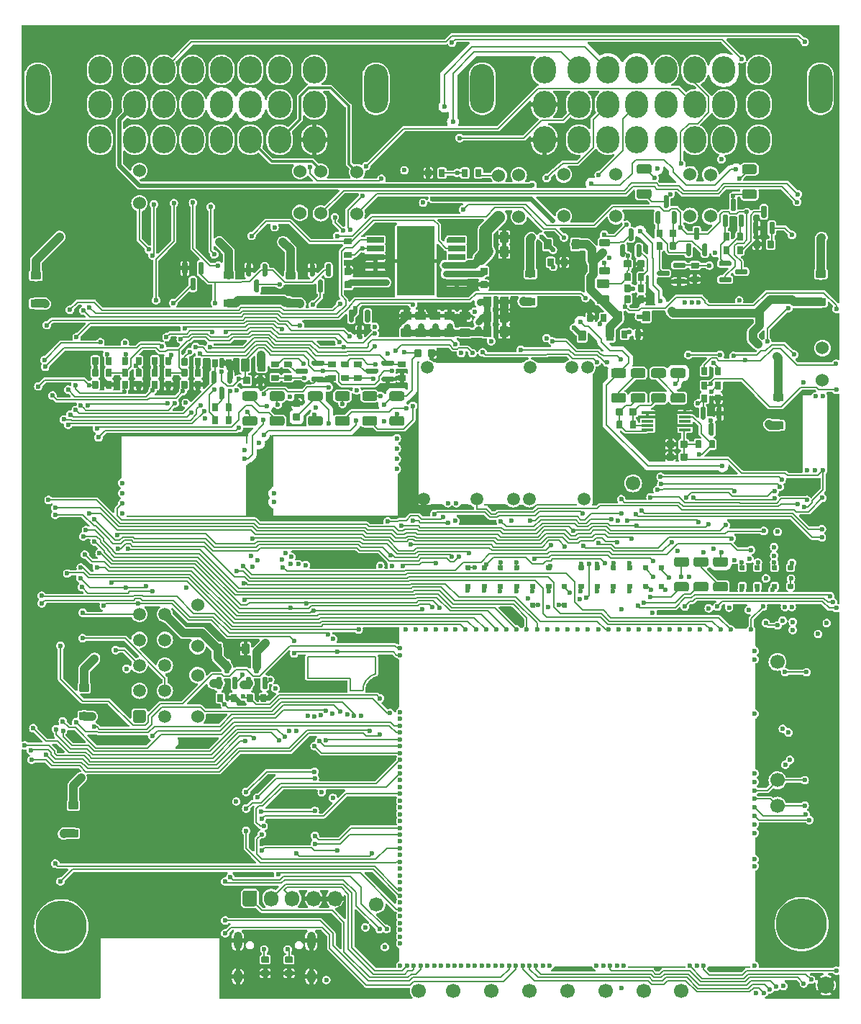
<source format=gbl>
G04 #@! TF.GenerationSoftware,KiCad,Pcbnew,8.0.9-8.0.9-0~ubuntu24.04.1*
G04 #@! TF.CreationDate,2025-11-16T03:24:36+00:00*
G04 #@! TF.ProjectId,alphax_4ch,616c7068-6178-45f3-9463-682e6b696361,i*
G04 #@! TF.SameCoordinates,PX141f5e0PYa2cace0*
G04 #@! TF.FileFunction,Copper,L4,Bot*
G04 #@! TF.FilePolarity,Positive*
%FSLAX46Y46*%
G04 Gerber Fmt 4.6, Leading zero omitted, Abs format (unit mm)*
G04 Created by KiCad (PCBNEW 8.0.9-8.0.9-0~ubuntu24.04.1) date 2025-11-16 03:24:36*
%MOMM*%
%LPD*%
G01*
G04 APERTURE LIST*
G04 #@! TA.AperFunction,EtchedComponent*
%ADD10C,0.200000*%
G04 #@! TD*
G04 #@! TA.AperFunction,ComponentPad*
%ADD11C,1.700000*%
G04 #@! TD*
G04 #@! TA.AperFunction,ComponentPad*
%ADD12C,1.524000*%
G04 #@! TD*
G04 #@! TA.AperFunction,ComponentPad*
%ADD13C,6.000000*%
G04 #@! TD*
G04 #@! TA.AperFunction,ComponentPad*
%ADD14O,1.700000X1.850000*%
G04 #@! TD*
G04 #@! TA.AperFunction,ComponentPad*
%ADD15O,2.800000X5.800000*%
G04 #@! TD*
G04 #@! TA.AperFunction,ComponentPad*
%ADD16O,2.700000X3.200000*%
G04 #@! TD*
G04 #@! TA.AperFunction,ComponentPad*
%ADD17O,1.000000X2.100000*%
G04 #@! TD*
G04 #@! TA.AperFunction,ComponentPad*
%ADD18O,1.000000X1.600000*%
G04 #@! TD*
G04 #@! TA.AperFunction,ComponentPad*
%ADD19C,1.500000*%
G04 #@! TD*
G04 #@! TA.AperFunction,ComponentPad*
%ADD20C,0.600000*%
G04 #@! TD*
G04 #@! TA.AperFunction,SMDPad,CuDef*
%ADD21O,3.300000X0.200000*%
G04 #@! TD*
G04 #@! TA.AperFunction,SMDPad,CuDef*
%ADD22O,10.200000X0.200000*%
G04 #@! TD*
G04 #@! TA.AperFunction,SMDPad,CuDef*
%ADD23O,0.300000X0.200000*%
G04 #@! TD*
G04 #@! TA.AperFunction,SMDPad,CuDef*
%ADD24O,0.200000X17.000000*%
G04 #@! TD*
G04 #@! TA.AperFunction,SMDPad,CuDef*
%ADD25O,0.200000X15.400000*%
G04 #@! TD*
G04 #@! TA.AperFunction,SMDPad,CuDef*
%ADD26O,4.800000X0.200000*%
G04 #@! TD*
G04 #@! TA.AperFunction,SMDPad,CuDef*
%ADD27O,2.600000X0.200000*%
G04 #@! TD*
G04 #@! TA.AperFunction,SMDPad,CuDef*
%ADD28O,1.000000X0.200000*%
G04 #@! TD*
G04 #@! TA.AperFunction,SMDPad,CuDef*
%ADD29O,1.500000X0.200000*%
G04 #@! TD*
G04 #@! TA.AperFunction,SMDPad,CuDef*
%ADD30R,0.250000X6.185000*%
G04 #@! TD*
G04 #@! TA.AperFunction,SMDPad,CuDef*
%ADD31R,0.250000X1.115000*%
G04 #@! TD*
G04 #@! TA.AperFunction,SMDPad,CuDef*
%ADD32R,14.275000X0.250000*%
G04 #@! TD*
G04 #@! TA.AperFunction,SMDPad,CuDef*
%ADD33R,15.100000X0.250000*%
G04 #@! TD*
G04 #@! TA.AperFunction,SMDPad,CuDef*
%ADD34R,0.250000X5.175000*%
G04 #@! TD*
G04 #@! TA.AperFunction,SMDPad,CuDef*
%ADD35R,0.200000X2.300000*%
G04 #@! TD*
G04 #@! TA.AperFunction,SMDPad,CuDef*
%ADD36R,0.200000X10.700000*%
G04 #@! TD*
G04 #@! TA.AperFunction,SMDPad,CuDef*
%ADD37R,0.200000X2.100000*%
G04 #@! TD*
G04 #@! TA.AperFunction,SMDPad,CuDef*
%ADD38R,0.200000X6.000000*%
G04 #@! TD*
G04 #@! TA.AperFunction,SMDPad,CuDef*
%ADD39R,0.200000X5.400000*%
G04 #@! TD*
G04 #@! TA.AperFunction,SMDPad,CuDef*
%ADD40R,1.400000X0.200000*%
G04 #@! TD*
G04 #@! TA.AperFunction,SMDPad,CuDef*
%ADD41R,5.000000X0.200000*%
G04 #@! TD*
G04 #@! TA.AperFunction,SMDPad,CuDef*
%ADD42R,6.800000X0.200000*%
G04 #@! TD*
G04 #@! TA.AperFunction,SMDPad,CuDef*
%ADD43R,4.500000X0.200000*%
G04 #@! TD*
G04 #@! TA.AperFunction,SMDPad,CuDef*
%ADD44R,0.200000X1.600000*%
G04 #@! TD*
G04 #@! TA.AperFunction,SMDPad,CuDef*
%ADD45R,0.200000X5.700000*%
G04 #@! TD*
G04 #@! TA.AperFunction,SMDPad,CuDef*
%ADD46R,0.200000X2.000000*%
G04 #@! TD*
G04 #@! TA.AperFunction,SMDPad,CuDef*
%ADD47O,1.225000X0.200000*%
G04 #@! TD*
G04 #@! TA.AperFunction,SMDPad,CuDef*
%ADD48O,0.200000X9.300000*%
G04 #@! TD*
G04 #@! TA.AperFunction,ComponentPad*
%ADD49C,0.599999*%
G04 #@! TD*
G04 #@! TA.AperFunction,SMDPad,CuDef*
%ADD50R,2.000000X0.650000*%
G04 #@! TD*
G04 #@! TA.AperFunction,SMDPad,CuDef*
%ADD51R,4.500000X8.100000*%
G04 #@! TD*
G04 #@! TA.AperFunction,SMDPad,CuDef*
%ADD52R,1.400000X0.300000*%
G04 #@! TD*
G04 #@! TA.AperFunction,SMDPad,CuDef*
%ADD53C,2.000000*%
G04 #@! TD*
G04 #@! TA.AperFunction,ViaPad*
%ADD54C,0.600000*%
G04 #@! TD*
G04 #@! TA.AperFunction,ViaPad*
%ADD55C,1.300000*%
G04 #@! TD*
G04 #@! TA.AperFunction,Conductor*
%ADD56C,0.200000*%
G04 #@! TD*
G04 #@! TA.AperFunction,Conductor*
%ADD57C,0.600000*%
G04 #@! TD*
G04 #@! TA.AperFunction,Conductor*
%ADD58C,1.000000*%
G04 #@! TD*
G04 #@! TA.AperFunction,Conductor*
%ADD59C,0.800000*%
G04 #@! TD*
G04 #@! TA.AperFunction,Conductor*
%ADD60C,0.400000*%
G04 #@! TD*
G04 #@! TA.AperFunction,Conductor*
%ADD61C,0.508000*%
G04 #@! TD*
G04 #@! TA.AperFunction,Conductor*
%ADD62C,0.203200*%
G04 #@! TD*
G04 #@! TA.AperFunction,Conductor*
%ADD63C,0.300000*%
G04 #@! TD*
G04 #@! TA.AperFunction,Conductor*
%ADD64C,1.500000*%
G04 #@! TD*
G04 APERTURE END LIST*
D10*
G04 #@! TO.C,G3*
X33800000Y40300000D02*
X41800000Y40300000D01*
X33800000Y37800000D02*
X33800000Y40300000D01*
X38800000Y37800000D02*
X33800000Y37800000D01*
X38800000Y36300000D02*
X38800000Y37800000D01*
X38800000Y36300000D02*
X40300000Y36300000D01*
X41800000Y40300000D02*
X41800000Y38300000D01*
X40300000Y36300000D02*
G75*
G02*
X41800000Y38300000I1978801J78399D01*
G01*
G04 #@! TD*
D11*
G04 #@! TO.P,P18,1,Pin_1*
G04 #@! TO.N,Net-(M4-IN_AT2)*
X89100000Y39700000D03*
G04 #@! TD*
D12*
G04 #@! TO.P,F10,1,1*
G04 #@! TO.N,Net-(J6-Pin_6)*
X20840000Y33250000D03*
G04 #@! TO.P,F10,2,2*
G04 #@! TO.N,/OUT_IGN5*
X20840000Y38150000D03*
G04 #@! TD*
D11*
G04 #@! TO.P,P23,1,Pin_1*
G04 #@! TO.N,Net-(M4-SPI3_MOSI)*
X59900000Y1000000D03*
G04 #@! TD*
D13*
G04 #@! TO.P,J8,1,Pin_1*
G04 #@! TO.N,unconnected-(J8-Pin_1-Pad1)*
X4803000Y8619000D03*
G04 #@! TD*
G04 #@! TO.P,J5,1,Pin_1*
G04 #@! TO.N,/MCU/VBUS*
G04 #@! TA.AperFunction,ComponentPad*
G36*
G01*
X26150000Y11225000D02*
X26150000Y12575000D01*
G75*
G02*
X26400000Y12825000I250000J0D01*
G01*
X27600000Y12825000D01*
G75*
G02*
X27850000Y12575000I0J-250000D01*
G01*
X27850000Y11225000D01*
G75*
G02*
X27600000Y10975000I-250000J0D01*
G01*
X26400000Y10975000D01*
G75*
G02*
X26150000Y11225000I0J250000D01*
G01*
G37*
G04 #@! TD.AperFunction*
D14*
G04 #@! TO.P,J5,2,Pin_2*
G04 #@! TO.N,/MCU/USB-*
X29500000Y11900000D03*
G04 #@! TO.P,J5,3,Pin_3*
G04 #@! TO.N,/MCU/USB+*
X32000000Y11900000D03*
G04 #@! TO.P,J5,4,Pin_4*
G04 #@! TO.N,GND*
X34500000Y11900000D03*
G04 #@! TO.P,J5,5,Pin_5*
X37000000Y11900000D03*
G04 #@! TD*
D12*
G04 #@! TO.P,F4,1,1*
G04 #@! TO.N,/A3*
X63950000Y97000000D03*
G04 #@! TO.P,F4,2,2*
G04 #@! TO.N,/OUT_PUMP_RELAY*
X63950000Y92100000D03*
G04 #@! TD*
G04 #@! TO.P,R91,1,1*
G04 #@! TO.N,/IN_KNOCK_RAW*
X94400000Y72795000D03*
G04 #@! TO.P,R91,2,2*
G04 #@! TO.N,/F3*
X94400000Y76605000D03*
G04 #@! TD*
D15*
G04 #@! TO.P,P2,*
G04 #@! TO.N,*
X2050000Y107100000D03*
X41850000Y107100000D03*
D16*
G04 #@! TO.P,P2,1,D1*
G04 #@! TO.N,/OUT_INJ3*
X9350000Y101100000D03*
G04 #@! TO.P,P2,2,D2*
G04 #@! TO.N,/OUT_BOOST*
X13450000Y101100000D03*
G04 #@! TO.P,P2,3,D3*
G04 #@! TO.N,/IN_D2*
X16850000Y101100000D03*
G04 #@! TO.P,P2,4,D4*
G04 #@! TO.N,/IN_TPS2*
X20250000Y101100000D03*
G04 #@! TO.P,P2,5,D5*
G04 #@! TO.N,/IN_PPS1*
X23650000Y101100000D03*
G04 #@! TO.P,P2,6,D6*
G04 #@! TO.N,/D6*
X27050000Y101100000D03*
G04 #@! TO.P,P2,7,D7*
G04 #@! TO.N,/D7*
X30500000Y101100000D03*
G04 #@! TO.P,P2,8,D8*
G04 #@! TO.N,GND*
X34600000Y101100000D03*
G04 #@! TO.P,P2,9,E1*
G04 #@! TO.N,/OUT_INJ4*
X9350000Y105250000D03*
G04 #@! TO.P,P2,10,E2*
G04 #@! TO.N,/OUT_NOS*
X13450000Y105250000D03*
G04 #@! TO.P,P2,11,E3*
G04 #@! TO.N,/IN_D3*
X16850000Y105250000D03*
G04 #@! TO.P,P2,12,E4*
G04 #@! TO.N,/IN_D4*
X20250000Y105250000D03*
G04 #@! TO.P,P2,13,E5*
G04 #@! TO.N,/IN_CAM_VR-*
X23650000Y105250000D03*
G04 #@! TO.P,P2,14,E6*
G04 #@! TO.N,/IN_CAM_VR+*
X27050000Y105250000D03*
G04 #@! TO.P,P2,15,E7*
G04 #@! TO.N,/IN_FLEX*
X30500000Y105250000D03*
G04 #@! TO.P,P2,16,E8*
G04 #@! TO.N,/OUT_ETB-*
X34600000Y105250000D03*
G04 #@! TO.P,P2,17,F1*
G04 #@! TO.N,/OUT_IDLE2*
X9350000Y109300000D03*
G04 #@! TO.P,P2,18,F2*
G04 #@! TO.N,/OUT_VVT1*
X13450000Y109300000D03*
G04 #@! TO.P,P2,19,F3*
G04 #@! TO.N,/F3*
X16850000Y109300000D03*
G04 #@! TO.P,P2,20,F4*
G04 #@! TO.N,/OUT_VVT2*
X20250000Y109300000D03*
G04 #@! TO.P,P2,21,F5*
G04 #@! TO.N,/F5*
X23650000Y109300000D03*
G04 #@! TO.P,P2,22,F6*
G04 #@! TO.N,/IN_PPS2*
X27050000Y109300000D03*
G04 #@! TO.P,P2,23,F7*
G04 #@! TO.N,/IN_VIGN*
X30500000Y109300000D03*
G04 #@! TO.P,P2,24,F8*
G04 #@! TO.N,/OUT_ETB+*
X34600000Y109300000D03*
G04 #@! TD*
D11*
G04 #@! TO.P,P19,1,Pin_1*
G04 #@! TO.N,Net-(M4-OUT_IO3)*
X41900000Y11200000D03*
G04 #@! TD*
G04 #@! TO.P,P26,1,Pin_1*
G04 #@! TO.N,Net-(M4-I2C_SCL)*
X64400000Y1000000D03*
G04 #@! TD*
D17*
G04 #@! TO.P,J1,S1,SHIELD*
G04 #@! TO.N,GND*
X25580000Y6920000D03*
D18*
X25580000Y2740000D03*
D17*
X34220000Y6920000D03*
D18*
X34220000Y2740000D03*
G04 #@! TD*
D11*
G04 #@! TO.P,P16,1,Pin_1*
G04 #@! TO.N,/OUT_IGN5*
X89100000Y22800000D03*
G04 #@! TD*
G04 #@! TO.P,P21,1,Pin_1*
G04 #@! TO.N,Net-(M4-SPI3_SCK)*
X50900000Y1000000D03*
G04 #@! TD*
G04 #@! TO.P,P24,1,Pin_1*
G04 #@! TO.N,Net-(M4-SPI3_CS)*
X46900000Y1000000D03*
G04 #@! TD*
G04 #@! TO.P,P28,1,Pin_1*
G04 #@! TO.N,Net-(M4-UART8_TX)*
X77800000Y1000000D03*
G04 #@! TD*
G04 #@! TO.P,J6,1,Pin_1*
G04 #@! TO.N,/AIN1*
G04 #@! TA.AperFunction,ComponentPad*
G36*
G01*
X14499999Y32550000D02*
X13500001Y32550000D01*
G75*
G02*
X13250000Y32800001I0J250001D01*
G01*
X13250000Y33799999D01*
G75*
G02*
X13500001Y34050000I250001J0D01*
G01*
X14499999Y34050000D01*
G75*
G02*
X14750000Y33799999I0J-250001D01*
G01*
X14750000Y32800001D01*
G75*
G02*
X14499999Y32550000I-250001J0D01*
G01*
G37*
G04 #@! TD.AperFunction*
D19*
G04 #@! TO.P,J6,2,Pin_2*
G04 #@! TO.N,/OUT_INJ5*
X14000000Y36300000D03*
G04 #@! TO.P,J6,3,Pin_3*
G04 #@! TO.N,/AIN2*
X14000000Y39300000D03*
G04 #@! TO.P,J6,4,Pin_4*
G04 #@! TO.N,/OUT_INJ6*
X14000000Y42300000D03*
G04 #@! TO.P,J6,5,Pin_5*
G04 #@! TO.N,/AIN3*
X14000000Y45300000D03*
G04 #@! TO.P,J6,6,Pin_6*
G04 #@! TO.N,Net-(J6-Pin_6)*
X17000000Y33300000D03*
G04 #@! TO.P,J6,7,Pin_7*
G04 #@! TO.N,/AIN4*
X17000000Y36300000D03*
G04 #@! TO.P,J6,8,Pin_8*
G04 #@! TO.N,Net-(J6-Pin_8)*
X17000000Y39300000D03*
G04 #@! TO.P,J6,9,Pin_9*
G04 #@! TO.N,/OUT_HS1*
X17000000Y42300000D03*
G04 #@! TO.P,J6,10,Pin_10*
G04 #@! TO.N,/OUT_HS2*
X17000000Y45300000D03*
G04 #@! TD*
D11*
G04 #@! TO.P,P27,1,Pin_1*
G04 #@! TO.N,Net-(M4-UART8_RX)*
X73400000Y1000000D03*
G04 #@! TD*
D19*
G04 #@! TO.P,M1,E1,VBAT*
G04 #@! TO.N,unconnected-(M1-VBAT-PadE1)*
X66300000Y58825005D03*
G04 #@! TO.P,M1,E2,V12*
G04 #@! TO.N,+12V*
X59900003Y58825005D03*
G04 #@! TO.P,M1,E3,VIGN*
G04 #@! TO.N,/VIGN*
X58000000Y58825005D03*
G04 #@! TO.P,M1,E4,V5*
G04 #@! TO.N,+5V*
X53700000Y58825005D03*
D20*
G04 #@! TO.P,M1,E5,EN_5VP*
G04 #@! TO.N,/PWR_EN*
X51300003Y58375006D03*
G04 #@! TO.P,M1,E6,PG_5VP*
G04 #@! TO.N,/TLS115_PG*
X50300002Y58375006D03*
D21*
G04 #@! TO.P,M1,S1,GND*
G04 #@! TO.N,GND*
X62450000Y74975001D03*
D22*
X53950002Y74975001D03*
D23*
X46850000Y74975001D03*
D24*
X46800000Y66575003D03*
D25*
X67400000Y65775002D03*
D19*
X47450000Y58825005D03*
D23*
X67350000Y58175004D03*
D26*
X63150002Y58175004D03*
D27*
X55800000Y58175004D03*
D28*
X52300003Y58175004D03*
D29*
X49000002Y58175004D03*
D19*
G04 #@! TO.P,M1,V1,V12_PERM*
G04 #@! TO.N,+12V_RAW*
X66750002Y74325002D03*
G04 #@! TO.P,M1,V2,IN_VIGN*
G04 #@! TO.N,/IN_VIGN*
X64900003Y74325002D03*
G04 #@! TO.P,M1,V3,V12_RAW*
G04 #@! TO.N,+12V_RAW*
X59950000Y74325002D03*
G04 #@! TO.P,M1,V4,5VP*
G04 #@! TO.N,+5VAS*
X47900002Y74325002D03*
G04 #@! TD*
D20*
G04 #@! TO.P,M3,E1,Thresh_IN*
G04 #@! TO.N,/THRESHOLD_VR_CM*
X11975000Y59550000D03*
G04 #@! TO.P,M3,E2,OUT_A*
G04 #@! TO.N,/VR_ANALOG_CM*
X11975000Y60750000D03*
G04 #@! TO.P,M3,E3,OUT*
G04 #@! TO.N,/IN_CAM_VR*
X11975000Y58350000D03*
G04 #@! TO.P,M3,E4,V5_IN*
G04 #@! TO.N,+5VA*
X11975000Y57150000D03*
D30*
G04 #@! TO.P,M3,G,GND*
G04 #@! TO.N,GND*
X26625000Y59817500D03*
D31*
X26625000Y65867500D03*
D32*
X19612500Y56850000D03*
D33*
X19200000Y66300000D03*
D34*
X11775000Y63837500D03*
D20*
G04 #@! TO.P,M3,W1,VR-*
G04 #@! TO.N,/IN_CAM_VR-*
X26400000Y63610000D03*
G04 #@! TO.P,M3,W2,VR+*
G04 #@! TO.N,/IN_CAM_VR+*
X26400000Y64610000D03*
G04 #@! TD*
D12*
G04 #@! TO.P,F7,1,1*
G04 #@! TO.N,/F5*
X32900000Y97399979D03*
G04 #@! TO.P,F7,2,2*
G04 #@! TO.N,/OUT_MAIN*
X32900000Y92499979D03*
G04 #@! TD*
G04 #@! TO.P,R56,1,1*
G04 #@! TO.N,/IN_D5*
X14000000Y93645000D03*
G04 #@! TO.P,R56,2,2*
G04 #@! TO.N,/F3*
X14000000Y97455000D03*
G04 #@! TD*
D20*
G04 #@! TO.P,M4,E1,SPI2_SCK/CAN2_TX*
G04 #@! TO.N,unconnected-(M4-SPI2_SCK{slash}CAN2_TX-PadE1)*
X44700000Y6600003D03*
G04 #@! TO.P,M4,E2,SPI2_MISO*
G04 #@! TO.N,unconnected-(M4-SPI2_MISO-PadE2)*
X44700000Y7400004D03*
G04 #@! TO.P,M4,E3,SPI2_MOSI*
G04 #@! TO.N,unconnected-(M4-SPI2_MOSI-PadE3)*
X44700000Y8200002D03*
G04 #@! TO.P,M4,E4,SPI2_CS/CAN2_RX*
G04 #@! TO.N,unconnected-(M4-SPI2_CS{slash}CAN2_RX-PadE4)*
X44700000Y9000003D03*
G04 #@! TO.P,M4,E6,OUT_IO3*
G04 #@! TO.N,Net-(M4-OUT_IO3)*
X44700000Y9800004D03*
G04 #@! TO.P,M4,E7,OUT_IO5*
G04 #@! TO.N,/CRANK_N_PULLUP*
X44700003Y10600002D03*
G04 #@! TO.P,M4,E8,OUT_IO1*
G04 #@! TO.N,/TACH_PULLUP*
X44700003Y11400003D03*
G04 #@! TO.P,M4,E9,OUT_IO6*
G04 #@! TO.N,/NOS*
X44700000Y12200007D03*
G04 #@! TO.P,M4,E10,OUT_IO10*
G04 #@! TO.N,/MAIN*
X44700000Y13000003D03*
G04 #@! TO.P,M4,E11,OUT_IO9*
G04 #@! TO.N,/CAM_VR_PULLUP*
X44700000Y13800003D03*
G04 #@! TO.P,M4,E12,OUT_IO2*
G04 #@! TO.N,/CRANK_P_PULLUP*
X44700000Y14600004D03*
G04 #@! TO.P,M4,E13,OUT_IO12*
G04 #@! TO.N,/PUMP_RELAY*
X44700003Y15400003D03*
G04 #@! TO.P,M4,E14,OUT_PWM5*
G04 #@! TO.N,/MCU_IDLE2*
X44700003Y16200004D03*
G04 #@! TO.P,M4,E15,OUT_PWM4*
G04 #@! TO.N,/THRESHOLD_VR_CM*
X44700003Y17000005D03*
G04 #@! TO.P,M4,E16,OUT_PWM3*
G04 #@! TO.N,/MCU_BOOST*
X44700000Y17800003D03*
G04 #@! TO.P,M4,E17,OUT_PWM2*
G04 #@! TO.N,/ETB_PWM*
X44700000Y18600004D03*
G04 #@! TO.P,M4,E18,OUT_INJ2*
G04 #@! TO.N,/MCU_INJ2*
X44700000Y19400002D03*
G04 #@! TO.P,M4,E19,OUT_INJ1*
G04 #@! TO.N,/MCU_INJ1*
X44700003Y20200003D03*
G04 #@! TO.P,M4,E20,OUT_IO13*
G04 #@! TO.N,/D2_PULLDOWN*
X44700003Y21000004D03*
G04 #@! TO.P,M4,E21,OUT_IO4*
G04 #@! TO.N,/TEMP_PULLUP*
X44700000Y21800003D03*
G04 #@! TO.P,M4,E22,OUT_IO8*
G04 #@! TO.N,/D3_PULLDOWN*
X44700000Y22600004D03*
G04 #@! TO.P,M4,E23,OUT_IO7*
G04 #@! TO.N,/2STEP_PULLUP*
X44700000Y23400005D03*
G04 #@! TO.P,M4,E24,OUT_IO11*
G04 #@! TO.N,/MCU_FAN_RELAY*
X44700000Y24200003D03*
G04 #@! TO.P,M4,E25,OUT_PWM7*
G04 #@! TO.N,/HS/IN1*
X44700000Y25000004D03*
G04 #@! TO.P,M4,E26,OUT_PWM6*
G04 #@! TO.N,/THRESHOLD_VR_CR*
X44700000Y25800002D03*
G04 #@! TO.P,M4,E27,OUT_PWM1*
G04 #@! TO.N,/MCU_IDLE1*
X44700000Y26600003D03*
G04 #@! TO.P,M4,E28,OUT_PWM8*
G04 #@! TO.N,/HS/IN2*
X44700000Y27400004D03*
G04 #@! TO.P,M4,E29,OUT_INJ3*
G04 #@! TO.N,/MCU_INJ3*
X44700000Y28200003D03*
G04 #@! TO.P,M4,E30,OUT_INJ4*
G04 #@! TO.N,/MCU_INJ4*
X44700000Y29000004D03*
G04 #@! TO.P,M4,E31,OUT_INJ5*
G04 #@! TO.N,/MCU_INJ5*
X44700003Y29800002D03*
G04 #@! TO.P,M4,E32,OUT_INJ6*
G04 #@! TO.N,/MCU_INJ6*
X44700000Y30600005D03*
G04 #@! TO.P,M4,E33,OUT_INJ7*
G04 #@! TO.N,/D4_PULLDOWN*
X44700000Y31400004D03*
G04 #@! TO.P,M4,E34,OUT_INJ8*
G04 #@! TO.N,/D5_PULLDOWN*
X44700000Y32200002D03*
G04 #@! TO.P,M4,E35,IO6*
G04 #@! TO.N,unconnected-(M4-IO6-PadE35)*
X44700000Y33000003D03*
G04 #@! TO.P,M4,E36,IO7*
G04 #@! TO.N,/CAM2_VR*
X44700000Y33800004D03*
G04 #@! TO.P,M4,E38,V5A_SWITCHABLE*
G04 #@! TO.N,+5VA*
X44700003Y40499998D03*
G04 #@! TO.P,M4,E39,GNDA*
G04 #@! TO.N,GNDA*
X44700000Y41299999D03*
D35*
G04 #@! TO.P,M4,G,GND*
G04 #@! TO.N,GND*
X86600005Y42649999D03*
D36*
X86600003Y9850001D03*
D37*
X86600003Y18050000D03*
D38*
X86600003Y30099999D03*
D39*
X86600003Y36799996D03*
D40*
X84799996Y43700002D03*
D41*
X83400001Y3800001D03*
D42*
X74899998Y3800001D03*
D43*
X65049995Y3800001D03*
D44*
X44500000Y5300000D03*
D45*
X44500000Y37150003D03*
D46*
X44500000Y42799996D03*
D20*
G04 #@! TO.P,M4,N1,USBID*
G04 #@! TO.N,unconnected-(M4-USBID-PadN1)*
X44700000Y4000000D03*
G04 #@! TO.P,M4,N2,USBM*
G04 #@! TO.N,/MCU/USB-*
X45499998Y3999998D03*
G04 #@! TO.P,M4,N3,USBP*
G04 #@! TO.N,/MCU/USB+*
X46299999Y3999998D03*
G04 #@! TO.P,M4,N4,VBUS*
G04 #@! TO.N,/MCU/VBUS*
X47099998Y4000000D03*
G04 #@! TO.P,M4,N5,BOOT0*
G04 #@! TO.N,unconnected-(M4-BOOT0-PadN5)*
X47899999Y4000000D03*
G04 #@! TO.P,M4,N6,SWO*
G04 #@! TO.N,/MCU/SWO*
X48700000Y4000000D03*
G04 #@! TO.P,M4,N7,SWDIO*
G04 #@! TO.N,/MCU/SWDIO*
X49499998Y4000000D03*
G04 #@! TO.P,M4,N8,SWCLK*
G04 #@! TO.N,/MCU/SWCLK*
X50299999Y3999998D03*
G04 #@! TO.P,M4,N9,nReset*
G04 #@! TO.N,/MCU/NRESET*
X51099997Y4000000D03*
G04 #@! TO.P,M4,N10,SPI3_CS*
G04 #@! TO.N,Net-(M4-SPI3_CS)*
X51899998Y4000000D03*
G04 #@! TO.P,M4,N11,SPI3_SCK*
G04 #@! TO.N,Net-(M4-SPI3_SCK)*
X52699999Y4000000D03*
G04 #@! TO.P,M4,N12,SPI3_MISO*
G04 #@! TO.N,Net-(M4-SPI3_MISO)*
X53500000Y4000000D03*
G04 #@! TO.P,M4,N13,SPI3_MOSI*
G04 #@! TO.N,Net-(M4-SPI3_MOSI)*
X54299999Y4000000D03*
G04 #@! TO.P,M4,N14,I2C_SCL*
G04 #@! TO.N,Net-(M4-I2C_SCL)*
X55100000Y4000000D03*
G04 #@! TO.P,M4,N15,I2C_SDA*
G04 #@! TO.N,Net-(M4-I2C_SDA)*
X55900001Y3999998D03*
G04 #@! TO.P,M4,N16,IO1*
G04 #@! TO.N,/ETB_DIR*
X56700001Y3999998D03*
G04 #@! TO.P,M4,N17,UART2_TX*
G04 #@! TO.N,/MCU/UART_TX*
X57500000Y4000000D03*
G04 #@! TO.P,M4,N18,UART2_RX*
G04 #@! TO.N,/MCU/UART_RX*
X58300001Y4000000D03*
G04 #@! TO.P,M4,N19,IO2*
G04 #@! TO.N,/ETB_DIS*
X59099999Y4000000D03*
G04 #@! TO.P,M4,N20,IO4*
G04 #@! TO.N,/CAM_PULLUP*
X59900000Y4000000D03*
G04 #@! TO.P,M4,N21,IO3*
G04 #@! TO.N,/TACH*
X60699999Y3999998D03*
G04 #@! TO.P,M4,N22,V33*
G04 #@! TO.N,+3.3V*
X61500000Y4000000D03*
G04 #@! TO.P,M4,N23,IO5*
G04 #@! TO.N,unconnected-(M4-IO5-PadN23)*
X62300000Y4000000D03*
G04 #@! TO.P,M4,N24,UART8_RX*
G04 #@! TO.N,Net-(M4-UART8_RX)*
X67800000Y4000000D03*
G04 #@! TO.P,M4,N25,UART8_TX*
G04 #@! TO.N,Net-(M4-UART8_TX)*
X68600001Y4000000D03*
G04 #@! TO.P,M4,N26,IN_VIGN*
G04 #@! TO.N,/VIGN*
X69399999Y4000000D03*
G04 #@! TO.P,M4,N27,VBAT*
G04 #@! TO.N,unconnected-(M4-VBAT-PadN27)*
X70199997Y4000000D03*
G04 #@! TO.P,M4,N28,V33_SWITCHABLE*
G04 #@! TO.N,+3.3VA*
X70999996Y4000000D03*
G04 #@! TO.P,M4,N29,OUT_PWR_EN*
G04 #@! TO.N,/PWR_EN*
X78800000Y4000000D03*
G04 #@! TO.P,M4,N30,V5A_SWITCHABLE*
G04 #@! TO.N,unconnected-(M4-V5A_SWITCHABLE-PadN30)*
X79599999Y4000000D03*
G04 #@! TO.P,M4,N31,VCC*
G04 #@! TO.N,+5V*
X80399997Y4000000D03*
G04 #@! TO.P,M4,N32,V33*
G04 #@! TO.N,unconnected-(M4-V33-PadN32)*
X86400001Y4000000D03*
G04 #@! TO.P,M4,S1,IN_D4*
G04 #@! TO.N,/HALL3*
X45300001Y43500005D03*
G04 #@! TO.P,M4,S2,IN_D3*
G04 #@! TO.N,/HALL2*
X46500002Y43500003D03*
G04 #@! TO.P,M4,S3,IN_D2*
G04 #@! TO.N,/TLS115_PG*
X47699999Y43500003D03*
G04 #@! TO.P,M4,S4,IN_D1*
G04 #@! TO.N,/HALL1*
X48899999Y43500005D03*
G04 #@! TO.P,M4,S5,VREF2*
G04 #@! TO.N,unconnected-(M4-VREF2-PadS5)*
X50099999Y43500003D03*
G04 #@! TO.P,M4,S6,IN_SENS4*
G04 #@! TO.N,/IN_D5*
X51199987Y43500003D03*
G04 #@! TO.P,M4,S7,IN_SENS3*
G04 #@! TO.N,/IN_D4*
X52399987Y43500003D03*
G04 #@! TO.P,M4,S8,IN_SENS2*
G04 #@! TO.N,/IN_D3*
X53599985Y43500005D03*
G04 #@! TO.P,M4,S9,IN_SENS1*
G04 #@! TO.N,/IN_D2*
X54799985Y43500003D03*
G04 #@! TO.P,M4,S10,IN_AUX4*
G04 #@! TO.N,/IN_FLEX*
X55999988Y43500003D03*
G04 #@! TO.P,M4,S11,IN_AUX3*
G04 #@! TO.N,/AIN4*
X57199990Y43500005D03*
G04 #@! TO.P,M4,S12,IN_AUX2*
G04 #@! TO.N,/IN_PPS2*
X58399988Y43500003D03*
G04 #@! TO.P,M4,S13,IN_AUX1*
G04 #@! TO.N,/IN_TPS2*
X59599986Y43500003D03*
G04 #@! TO.P,M4,S14,IN_RES2*
G04 #@! TO.N,/VR_ANALOG_CM*
X60799993Y43500003D03*
G04 #@! TO.P,M4,S15,IN_O2S2*
G04 #@! TO.N,/IN_AFR*
X61999993Y43500003D03*
G04 #@! TO.P,M4,S16,IN_O2S*
G04 #@! TO.N,unconnected-(M4-IN_O2S-PadS16)*
X63199991Y43500003D03*
G04 #@! TO.P,M4,S17,IN_RES1*
G04 #@! TO.N,/IN_CAM_VR*
X64399991Y43500003D03*
G04 #@! TO.P,M4,S18,IN_RES3*
G04 #@! TO.N,/VR_ANALOG_CR*
X65599996Y43500003D03*
G04 #@! TO.P,M4,S19,IN_MAP3*
G04 #@! TO.N,/IN_MAP2*
X66799997Y43500003D03*
G04 #@! TO.P,M4,S20,IN_MAP2*
G04 #@! TO.N,/IN_MAP*
X67999994Y43500005D03*
G04 #@! TO.P,M4,S21,IN_MAP1*
G04 #@! TO.N,/AIN3*
X69199994Y43500003D03*
G04 #@! TO.P,M4,S22,IN_CRANK*
G04 #@! TO.N,/IN_CRANK*
X70399997Y43500005D03*
G04 #@! TO.P,M4,S23,IN_KNOCK*
G04 #@! TO.N,/IN_KNOCK*
X71599997Y43500003D03*
G04 #@! TO.P,M4,S24,IN_CAM*
G04 #@! TO.N,/IN_CAM_HALL*
X72799992Y43500003D03*
G04 #@! TO.P,M4,S25,IN_VSS*
G04 #@! TO.N,/IN_2STEP*
X73999995Y43500005D03*
G04 #@! TO.P,M4,S26,IN_IAT*
G04 #@! TO.N,/IN_IAT*
X75200000Y43500003D03*
G04 #@! TO.P,M4,S27,IN_AT1*
G04 #@! TO.N,/IN_VMAIN*
X76400000Y43500005D03*
G04 #@! TO.P,M4,S28,IN_CLT*
G04 #@! TO.N,/IN_CLT*
X77599998Y43500003D03*
G04 #@! TO.P,M4,S29,IN_AT2*
G04 #@! TO.N,Net-(M4-IN_AT2)*
X78799998Y43500003D03*
G04 #@! TO.P,M4,S30,IN_TPS*
G04 #@! TO.N,/IN_TPS1*
X80000003Y43500003D03*
G04 #@! TO.P,M4,S31,IN_PPS*
G04 #@! TO.N,/IN_PPS1*
X81200003Y43500003D03*
G04 #@! TO.P,M4,S32,IN_TPS2*
G04 #@! TO.N,/AIN1*
X82400001Y43500003D03*
G04 #@! TO.P,M4,S33,IN_PPS2*
G04 #@! TO.N,/AIN2*
X83600001Y43500003D03*
G04 #@! TO.P,M4,S35,VREF1*
G04 #@! TO.N,/VREF*
X86000001Y43500003D03*
G04 #@! TO.P,M4,W1,GNDA*
G04 #@! TO.N,GNDA*
X86400003Y41000000D03*
G04 #@! TO.P,M4,W2,V5A_SWITCHABLE*
G04 #@! TO.N,+5VA*
X86400003Y39999999D03*
G04 #@! TO.P,M4,W3,V33_REF*
G04 #@! TO.N,unconnected-(M4-V33_REF-PadW3)*
X86400001Y33599997D03*
G04 #@! TO.P,M4,W4,IGN8*
G04 #@! TO.N,/VVT2*
X86400001Y26600001D03*
G04 #@! TO.P,M4,W5,IGN7*
G04 #@! TO.N,/VVT1*
X86400001Y25600000D03*
G04 #@! TO.P,M4,W6,IGN6*
G04 #@! TO.N,/OUT_IGN6*
X86400001Y24600002D03*
G04 #@! TO.P,M4,W7,IGN5*
G04 #@! TO.N,/OUT_IGN5*
X86400001Y23600002D03*
G04 #@! TO.P,M4,W8,IGN4*
G04 #@! TO.N,/OUT_IGN4*
X86400001Y22600001D03*
G04 #@! TO.P,M4,W9,IGN3*
G04 #@! TO.N,/OUT_IGN3*
X86400001Y21600003D03*
G04 #@! TO.P,M4,W10,IGN2*
G04 #@! TO.N,/OUT_IGN2*
X86400001Y20600003D03*
G04 #@! TO.P,M4,W11,IGN1*
G04 #@! TO.N,/OUT_IGN1*
X86400001Y19600005D03*
G04 #@! TO.P,M4,W12,CANH*
G04 #@! TO.N,/CAN+*
X86400001Y16500001D03*
G04 #@! TO.P,M4,W13,CANL*
G04 #@! TO.N,/CAN-*
X86400001Y15700000D03*
G04 #@! TD*
D12*
G04 #@! TO.P,F1,1,1*
G04 #@! TO.N,/A7*
X81196000Y96995000D03*
G04 #@! TO.P,F1,2,2*
G04 #@! TO.N,/OUT_IGN2*
X81196000Y92095000D03*
G04 #@! TD*
G04 #@! TO.P,F3,1,1*
G04 #@! TO.N,/A4*
X70100000Y97000000D03*
G04 #@! TO.P,F3,2,2*
G04 #@! TO.N,/OUT_TACH*
X70100000Y92100000D03*
G04 #@! TD*
D11*
G04 #@! TO.P,P22,1,Pin_1*
G04 #@! TO.N,Net-(M4-SPI3_MISO)*
X55400000Y1000000D03*
G04 #@! TD*
D13*
G04 #@! TO.P,J7,1,Pin_1*
G04 #@! TO.N,unconnected-(J7-Pin_1-Pad1)*
X91948000Y8873000D03*
G04 #@! TD*
D12*
G04 #@! TO.P,F8,1,1*
G04 #@! TO.N,/D7*
X39600000Y97299979D03*
G04 #@! TO.P,F8,2,2*
G04 #@! TO.N,/OUT_IGN4*
X39600000Y92399979D03*
G04 #@! TD*
D11*
G04 #@! TO.P,P25,1,Pin_1*
G04 #@! TO.N,Net-(M4-I2C_SDA)*
X68900000Y1000000D03*
G04 #@! TD*
D20*
G04 #@! TO.P,M9,E1,V5A*
G04 #@! TO.N,+5VA*
X94474999Y62225000D03*
D47*
G04 #@! TO.P,M9,E2,GND*
G04 #@! TO.N,GND*
X92499999Y71125000D03*
D48*
X95074999Y66575000D03*
X91974999Y66575000D03*
D20*
X93524999Y62225000D03*
G04 #@! TO.P,M9,E3,OUT_KNOCK*
G04 #@! TO.N,/IN_KNOCK*
X92575001Y62225000D03*
G04 #@! TO.P,M9,W1,IN_KNOCK*
G04 #@! TO.N,/IN_KNOCK_RAW*
X93574999Y70925000D03*
G04 #@! TO.P,M9,W2,VREF*
G04 #@! TO.N,/VREF*
X94474999Y70925000D03*
G04 #@! TD*
D49*
G04 #@! TO.P,M6,V1,IGN8*
G04 #@! TO.N,GND*
X37285001Y19400014D03*
G04 #@! TO.P,M6,V2,IGN7*
X35449991Y19825022D03*
G04 #@! TO.P,M6,V3,IGN6*
X37499999Y20375019D03*
G04 #@! TO.P,M6,V4,IGN5*
X37285004Y21249978D03*
G04 #@! TO.P,M6,V5,IGN4*
X37209997Y22100001D03*
G04 #@! TO.P,M6,V6,IGN3*
X35449991Y22425017D03*
G04 #@! TO.P,M6,V7,IGN2*
G04 #@! TO.N,/MCU_INJ6*
X36759991Y23724984D03*
G04 #@! TO.P,M6,V8,IGN1*
G04 #@! TO.N,/MCU_INJ5*
X35449991Y24375001D03*
G04 #@! TO.P,M6,V9,VCC*
G04 #@! TO.N,+5VA*
X41375006Y17199998D03*
G04 #@! TO.P,M6,V10,V33*
G04 #@! TO.N,+3.3VA*
X37300000Y17500000D03*
G04 #@! TD*
D20*
G04 #@! TO.P,M8,E1,Thresh_IN*
G04 #@! TO.N,/THRESHOLD_VR_CR*
X44300000Y63587500D03*
G04 #@! TO.P,M8,E2,OUT_A*
G04 #@! TO.N,/VR_ANALOG_CR*
X44300000Y62387500D03*
G04 #@! TO.P,M8,E3,OUT*
G04 #@! TO.N,/IN_CRANK*
X44300000Y64787500D03*
G04 #@! TO.P,M8,E4,V5_IN*
G04 #@! TO.N,+5VA*
X44300000Y65987500D03*
D30*
G04 #@! TO.P,M8,G,GND*
G04 #@! TO.N,GND*
X29650000Y63320000D03*
D31*
X29650000Y57270000D03*
D32*
X36662500Y66287500D03*
D33*
X37075000Y56837500D03*
D34*
X44500000Y59300000D03*
D20*
G04 #@! TO.P,M8,W1,VR-*
G04 #@! TO.N,/IN_CRANK-*
X29875000Y59527500D03*
G04 #@! TO.P,M8,W2,VR+*
G04 #@! TO.N,/IN_CRANK+*
X29875000Y58527500D03*
G04 #@! TD*
D12*
G04 #@! TO.P,F9,1,1*
G04 #@! TO.N,/D6*
X35350000Y97349979D03*
G04 #@! TO.P,F9,2,2*
G04 #@! TO.N,/OUT_IGN3*
X35350000Y92449979D03*
G04 #@! TD*
D11*
G04 #@! TO.P,P17,1,Pin_1*
G04 #@! TO.N,/OUT_IGN6*
X89100000Y25800000D03*
G04 #@! TD*
D15*
G04 #@! TO.P,P1,*
G04 #@! TO.N,*
X54350000Y107100000D03*
X94150000Y107100000D03*
D16*
G04 #@! TO.P,P1,1,A1*
G04 #@! TO.N,GND*
X61650000Y101100000D03*
G04 #@! TO.P,P1,2,A2*
G04 #@! TO.N,/A2*
X65750000Y101100000D03*
G04 #@! TO.P,P1,3,A3*
G04 #@! TO.N,/A3*
X69150000Y101100000D03*
G04 #@! TO.P,P1,4,A4*
G04 #@! TO.N,/A4*
X72550000Y101100000D03*
G04 #@! TO.P,P1,5,A5*
G04 #@! TO.N,GNDA*
X75950000Y101100000D03*
G04 #@! TO.P,P1,6,A6*
G04 #@! TO.N,/A6*
X79350000Y101100000D03*
G04 #@! TO.P,P1,7,A7*
G04 #@! TO.N,/A7*
X82800000Y101100000D03*
G04 #@! TO.P,P1,8,A8*
G04 #@! TO.N,/OUT_INJ1*
X86900000Y101100000D03*
G04 #@! TO.P,P1,9,B1*
G04 #@! TO.N,GND*
X61650000Y105250000D03*
G04 #@! TO.P,P1,10,B2*
G04 #@! TO.N,/IN_MAP*
X65750000Y105250000D03*
G04 #@! TO.P,P1,11,B3*
G04 #@! TO.N,/IN_IAT*
X69150000Y105250000D03*
G04 #@! TO.P,P1,12,B4*
G04 #@! TO.N,/IN_AFR*
X72550000Y105250000D03*
G04 #@! TO.P,P1,13,B5*
G04 #@! TO.N,/IN_TPS1*
X75950000Y105250000D03*
G04 #@! TO.P,P1,14,B6*
G04 #@! TO.N,+5VAS*
X79350000Y105250000D03*
G04 #@! TO.P,P1,15,B7*
G04 #@! TO.N,/IN_CLT*
X82800000Y105250000D03*
G04 #@! TO.P,P1,16,B8*
G04 #@! TO.N,/OUT_INJ2*
X86900000Y105250000D03*
G04 #@! TO.P,P1,17,C1*
G04 #@! TO.N,/OUT_FAN_RELAY*
X61650000Y109300000D03*
G04 #@! TO.P,P1,18,C2*
G04 #@! TO.N,/IN_CRANK-*
X65750000Y109300000D03*
G04 #@! TO.P,P1,19,C3*
G04 #@! TO.N,/IN_CRANK+*
X69150000Y109300000D03*
G04 #@! TO.P,P1,20,C4*
G04 #@! TO.N,/IN_2STEP_CAM2_VR-*
X72550000Y109300000D03*
G04 #@! TO.P,P1,21,C5*
G04 #@! TO.N,/CAN+*
X75950000Y109300000D03*
G04 #@! TO.P,P1,22,C6*
G04 #@! TO.N,/CAN-*
X79350000Y109300000D03*
G04 #@! TO.P,P1,23,C7*
G04 #@! TO.N,/IN_CAM_HALL_CAM2_VR+*
X82800000Y109300000D03*
G04 #@! TO.P,P1,24,C8*
G04 #@! TO.N,/OUT_IDLE1*
X86900000Y109300000D03*
G04 #@! TD*
D12*
G04 #@! TO.P,F6,1,1*
G04 #@! TO.N,/A2*
X56300000Y96900000D03*
G04 #@! TO.P,F6,2,2*
G04 #@! TO.N,+12V_ETB*
X56300000Y92000000D03*
G04 #@! TD*
D49*
G04 #@! TO.P,M2,V1,IGN8*
G04 #@! TO.N,/MCU_BOOST*
X28405111Y19436868D03*
G04 #@! TO.P,M2,V2,IGN7*
G04 #@! TO.N,/MCU_IDLE2*
X26570101Y19861876D03*
G04 #@! TO.P,M2,V3,IGN6*
G04 #@! TO.N,/MCU_IDLE1*
X28620109Y20411873D03*
G04 #@! TO.P,M2,V4,IGN5*
G04 #@! TO.N,/MCU_FAN_RELAY*
X28405114Y21286832D03*
G04 #@! TO.P,M2,V5,IGN4*
G04 #@! TO.N,/MCU_INJ4*
X28330107Y22136855D03*
G04 #@! TO.P,M2,V6,IGN3*
G04 #@! TO.N,/MCU_INJ3*
X26570101Y22461871D03*
G04 #@! TO.P,M2,V7,IGN2*
G04 #@! TO.N,/MCU_INJ2*
X27880101Y23761838D03*
G04 #@! TO.P,M2,V8,IGN1*
G04 #@! TO.N,/MCU_INJ1*
X26570101Y24411855D03*
G04 #@! TO.P,M2,V9,VCC*
G04 #@! TO.N,+5VA*
X32495116Y17236852D03*
G04 #@! TO.P,M2,V10,V33*
G04 #@! TO.N,+3.3VA*
X28420110Y17536854D03*
G04 #@! TD*
D11*
G04 #@! TO.P,P4,1,Pin_1*
G04 #@! TO.N,/IN_CRANK*
X72100000Y60700000D03*
G04 #@! TD*
D12*
G04 #@! TO.P,F5,1,1*
G04 #@! TO.N,/A2*
X58650000Y96945000D03*
G04 #@! TO.P,F5,2,2*
G04 #@! TO.N,+12V_RAW*
X58650000Y92045000D03*
G04 #@! TD*
G04 #@! TO.P,F11,1,1*
G04 #@! TO.N,Net-(J6-Pin_8)*
X20840000Y41550000D03*
G04 #@! TO.P,F11,2,2*
G04 #@! TO.N,/OUT_IGN6*
X20840000Y46450000D03*
G04 #@! TD*
G04 #@! TO.P,F2,1,1*
G04 #@! TO.N,/A6*
X78800000Y97045000D03*
G04 #@! TO.P,F2,2,2*
G04 #@! TO.N,/OUT_IGN1*
X78800000Y92145000D03*
G04 #@! TD*
G04 #@! TO.P,Q28,1,G*
G04 #@! TO.N,Net-(Q25-G)*
G04 #@! TA.AperFunction,SMDPad,CuDef*
G36*
G01*
X77100000Y91225000D02*
X76800000Y91225000D01*
G75*
G02*
X76650000Y91375000I0J150000D01*
G01*
X76650000Y92550000D01*
G75*
G02*
X76800000Y92700000I150000J0D01*
G01*
X77100000Y92700000D01*
G75*
G02*
X77250000Y92550000I0J-150000D01*
G01*
X77250000Y91375000D01*
G75*
G02*
X77100000Y91225000I-150000J0D01*
G01*
G37*
G04 #@! TD.AperFunction*
G04 #@! TO.P,Q28,2,D*
G04 #@! TO.N,Net-(D58-COM)*
G04 #@! TA.AperFunction,SMDPad,CuDef*
G36*
G01*
X76150000Y93100000D02*
X75850000Y93100000D01*
G75*
G02*
X75700000Y93250000I0J150000D01*
G01*
X75700000Y94425000D01*
G75*
G02*
X75850000Y94575000I150000J0D01*
G01*
X76150000Y94575000D01*
G75*
G02*
X76300000Y94425000I0J-150000D01*
G01*
X76300000Y93250000D01*
G75*
G02*
X76150000Y93100000I-150000J0D01*
G01*
G37*
G04 #@! TD.AperFunction*
G04 #@! TO.P,Q28,3,S*
G04 #@! TO.N,Net-(Q25-S)*
G04 #@! TA.AperFunction,SMDPad,CuDef*
G36*
G01*
X75200000Y91225000D02*
X74900000Y91225000D01*
G75*
G02*
X74750000Y91375000I0J150000D01*
G01*
X74750000Y92550000D01*
G75*
G02*
X74900000Y92700000I150000J0D01*
G01*
X75200000Y92700000D01*
G75*
G02*
X75350000Y92550000I0J-150000D01*
G01*
X75350000Y91375000D01*
G75*
G02*
X75200000Y91225000I-150000J0D01*
G01*
G37*
G04 #@! TD.AperFunction*
G04 #@! TD*
G04 #@! TO.P,R15,1*
G04 #@! TO.N,Net-(U1-IN-)*
G04 #@! TA.AperFunction,SMDPad,CuDef*
G36*
G01*
X72450000Y67990000D02*
X72450000Y67210000D01*
G75*
G02*
X72380000Y67140000I-70000J0D01*
G01*
X71820000Y67140000D01*
G75*
G02*
X71750000Y67210000I0J70000D01*
G01*
X71750000Y67990000D01*
G75*
G02*
X71820000Y68060000I70000J0D01*
G01*
X72380000Y68060000D01*
G75*
G02*
X72450000Y67990000I0J-70000D01*
G01*
G37*
G04 #@! TD.AperFunction*
G04 #@! TO.P,R15,2*
G04 #@! TO.N,Net-(U1-IN+)*
G04 #@! TA.AperFunction,SMDPad,CuDef*
G36*
G01*
X70850000Y67990000D02*
X70850000Y67210000D01*
G75*
G02*
X70780000Y67140000I-70000J0D01*
G01*
X70220000Y67140000D01*
G75*
G02*
X70150000Y67210000I0J70000D01*
G01*
X70150000Y67990000D01*
G75*
G02*
X70220000Y68060000I70000J0D01*
G01*
X70780000Y68060000D01*
G75*
G02*
X70850000Y67990000I0J-70000D01*
G01*
G37*
G04 #@! TD.AperFunction*
G04 #@! TD*
G04 #@! TO.P,R1137,1*
G04 #@! TO.N,/CAM_VR_PULLUP*
G04 #@! TA.AperFunction,SMDPad,CuDef*
G36*
G01*
X22550000Y74447500D02*
X22550000Y75227500D01*
G75*
G02*
X22620000Y75297500I70000J0D01*
G01*
X23180000Y75297500D01*
G75*
G02*
X23250000Y75227500I0J-70000D01*
G01*
X23250000Y74447500D01*
G75*
G02*
X23180000Y74377500I-70000J0D01*
G01*
X22620000Y74377500D01*
G75*
G02*
X22550000Y74447500I0J70000D01*
G01*
G37*
G04 #@! TD.AperFunction*
G04 #@! TO.P,R1137,2*
G04 #@! TO.N,GND*
G04 #@! TA.AperFunction,SMDPad,CuDef*
G36*
G01*
X24150000Y74447500D02*
X24150000Y75227500D01*
G75*
G02*
X24220000Y75297500I70000J0D01*
G01*
X24780000Y75297500D01*
G75*
G02*
X24850000Y75227500I0J-70000D01*
G01*
X24850000Y74447500D01*
G75*
G02*
X24780000Y74377500I-70000J0D01*
G01*
X24220000Y74377500D01*
G75*
G02*
X24150000Y74447500I0J70000D01*
G01*
G37*
G04 #@! TD.AperFunction*
G04 #@! TD*
G04 #@! TO.P,R8,1*
G04 #@! TO.N,/ETB_DIS*
G04 #@! TA.AperFunction,SMDPad,CuDef*
G36*
G01*
X38935290Y87190000D02*
X38155290Y87190000D01*
G75*
G02*
X38085290Y87260000I0J70000D01*
G01*
X38085290Y87820000D01*
G75*
G02*
X38155290Y87890000I70000J0D01*
G01*
X38935290Y87890000D01*
G75*
G02*
X39005290Y87820000I0J-70000D01*
G01*
X39005290Y87260000D01*
G75*
G02*
X38935290Y87190000I-70000J0D01*
G01*
G37*
G04 #@! TD.AperFunction*
G04 #@! TO.P,R8,2*
G04 #@! TO.N,+3.3V*
G04 #@! TA.AperFunction,SMDPad,CuDef*
G36*
G01*
X38935290Y88790000D02*
X38155290Y88790000D01*
G75*
G02*
X38085290Y88860000I0J70000D01*
G01*
X38085290Y89420000D01*
G75*
G02*
X38155290Y89490000I70000J0D01*
G01*
X38935290Y89490000D01*
G75*
G02*
X39005290Y89420000I0J-70000D01*
G01*
X39005290Y88860000D01*
G75*
G02*
X38935290Y88790000I-70000J0D01*
G01*
G37*
G04 #@! TD.AperFunction*
G04 #@! TD*
G04 #@! TO.P,C18,1*
G04 #@! TO.N,GND*
G04 #@! TA.AperFunction,SMDPad,CuDef*
G36*
G01*
X28625000Y73140000D02*
X28625000Y72460000D01*
G75*
G02*
X28540000Y72375000I-85000J0D01*
G01*
X27860000Y72375000D01*
G75*
G02*
X27775000Y72460000I0J85000D01*
G01*
X27775000Y73140000D01*
G75*
G02*
X27860000Y73225000I85000J0D01*
G01*
X28540000Y73225000D01*
G75*
G02*
X28625000Y73140000I0J-85000D01*
G01*
G37*
G04 #@! TD.AperFunction*
G04 #@! TO.P,C18,2*
G04 #@! TO.N,/HALL_OPT_PU/+12V_LIM*
G04 #@! TA.AperFunction,SMDPad,CuDef*
G36*
G01*
X27044998Y73140000D02*
X27044998Y72460000D01*
G75*
G02*
X26959998Y72375000I-85000J0D01*
G01*
X26279998Y72375000D01*
G75*
G02*
X26194998Y72460000I0J85000D01*
G01*
X26194998Y73140000D01*
G75*
G02*
X26279998Y73225000I85000J0D01*
G01*
X26959998Y73225000D01*
G75*
G02*
X27044998Y73140000I0J-85000D01*
G01*
G37*
G04 #@! TD.AperFunction*
G04 #@! TD*
G04 #@! TO.P,C48,1*
G04 #@! TO.N,GND*
G04 #@! TA.AperFunction,SMDPad,CuDef*
G36*
G01*
X57445290Y80765000D02*
X57445290Y79715000D01*
G75*
G02*
X57345290Y79615000I-100000J0D01*
G01*
X56545290Y79615000D01*
G75*
G02*
X56445290Y79715000I0J100000D01*
G01*
X56445290Y80765000D01*
G75*
G02*
X56545290Y80865000I100000J0D01*
G01*
X57345290Y80865000D01*
G75*
G02*
X57445290Y80765000I0J-100000D01*
G01*
G37*
G04 #@! TD.AperFunction*
G04 #@! TO.P,C48,2*
G04 #@! TO.N,+12V_ETB*
G04 #@! TA.AperFunction,SMDPad,CuDef*
G36*
G01*
X55445290Y80765000D02*
X55445290Y79715000D01*
G75*
G02*
X55345290Y79615000I-100000J0D01*
G01*
X54545290Y79615000D01*
G75*
G02*
X54445290Y79715000I0J100000D01*
G01*
X54445290Y80765000D01*
G75*
G02*
X54545290Y80865000I100000J0D01*
G01*
X55345290Y80865000D01*
G75*
G02*
X55445290Y80765000I0J-100000D01*
G01*
G37*
G04 #@! TD.AperFunction*
G04 #@! TD*
G04 #@! TO.P,R29,1*
G04 #@! TO.N,/TEMP_PULLUP*
G04 #@! TA.AperFunction,SMDPad,CuDef*
G36*
G01*
X80150000Y70310000D02*
X80150000Y71090000D01*
G75*
G02*
X80220000Y71160000I70000J0D01*
G01*
X80780000Y71160000D01*
G75*
G02*
X80850000Y71090000I0J-70000D01*
G01*
X80850000Y70310000D01*
G75*
G02*
X80780000Y70240000I-70000J0D01*
G01*
X80220000Y70240000D01*
G75*
G02*
X80150000Y70310000I0J70000D01*
G01*
G37*
G04 #@! TD.AperFunction*
G04 #@! TO.P,R29,2*
G04 #@! TO.N,GND*
G04 #@! TA.AperFunction,SMDPad,CuDef*
G36*
G01*
X81750000Y70310000D02*
X81750000Y71090000D01*
G75*
G02*
X81820000Y71160000I70000J0D01*
G01*
X82380000Y71160000D01*
G75*
G02*
X82450000Y71090000I0J-70000D01*
G01*
X82450000Y70310000D01*
G75*
G02*
X82380000Y70240000I-70000J0D01*
G01*
X81820000Y70240000D01*
G75*
G02*
X81750000Y70310000I0J70000D01*
G01*
G37*
G04 #@! TD.AperFunction*
G04 #@! TD*
G04 #@! TO.P,C3,1*
G04 #@! TO.N,GND*
G04 #@! TA.AperFunction,SMDPad,CuDef*
G36*
G01*
X38205290Y86055001D02*
X38885290Y86055001D01*
G75*
G02*
X38970290Y85970001I0J-85000D01*
G01*
X38970290Y85290001D01*
G75*
G02*
X38885290Y85205001I-85000J0D01*
G01*
X38205290Y85205001D01*
G75*
G02*
X38120290Y85290001I0J85000D01*
G01*
X38120290Y85970001D01*
G75*
G02*
X38205290Y86055001I85000J0D01*
G01*
G37*
G04 #@! TD.AperFunction*
G04 #@! TO.P,C3,2*
G04 #@! TO.N,/OUT_ETB+*
G04 #@! TA.AperFunction,SMDPad,CuDef*
G36*
G01*
X38205290Y84474999D02*
X38885290Y84474999D01*
G75*
G02*
X38970290Y84389999I0J-85000D01*
G01*
X38970290Y83709999D01*
G75*
G02*
X38885290Y83624999I-85000J0D01*
G01*
X38205290Y83624999D01*
G75*
G02*
X38120290Y83709999I0J85000D01*
G01*
X38120290Y84389999D01*
G75*
G02*
X38205290Y84474999I85000J0D01*
G01*
G37*
G04 #@! TD.AperFunction*
G04 #@! TD*
G04 #@! TO.P,D46,1,K*
G04 #@! TO.N,Net-(D40-A)*
G04 #@! TA.AperFunction,SMDPad,CuDef*
G36*
G01*
X56800000Y48840000D02*
X56800000Y48360000D01*
G75*
G02*
X56740000Y48300000I-60000J0D01*
G01*
X56260000Y48300000D01*
G75*
G02*
X56200000Y48360000I0J60000D01*
G01*
X56200000Y48840000D01*
G75*
G02*
X56260000Y48900000I60000J0D01*
G01*
X56740000Y48900000D01*
G75*
G02*
X56800000Y48840000I0J-60000D01*
G01*
G37*
G04 #@! TD.AperFunction*
G04 #@! TO.P,D46,2,A*
G04 #@! TO.N,/OUT_VVT2*
G04 #@! TA.AperFunction,SMDPad,CuDef*
G36*
G01*
X56800000Y51040000D02*
X56800000Y50560000D01*
G75*
G02*
X56740000Y50500000I-60000J0D01*
G01*
X56260000Y50500000D01*
G75*
G02*
X56200000Y50560000I0J60000D01*
G01*
X56200000Y51040000D01*
G75*
G02*
X56260000Y51100000I60000J0D01*
G01*
X56740000Y51100000D01*
G75*
G02*
X56800000Y51040000I0J-60000D01*
G01*
G37*
G04 #@! TD.AperFunction*
G04 #@! TD*
G04 #@! TO.P,R87,1*
G04 #@! TO.N,/D3_PULLDOWN*
G04 #@! TA.AperFunction,SMDPad,CuDef*
G36*
G01*
X11950000Y71910000D02*
X11950000Y72690000D01*
G75*
G02*
X12020000Y72760000I70000J0D01*
G01*
X12580000Y72760000D01*
G75*
G02*
X12650000Y72690000I0J-70000D01*
G01*
X12650000Y71910000D01*
G75*
G02*
X12580000Y71840000I-70000J0D01*
G01*
X12020000Y71840000D01*
G75*
G02*
X11950000Y71910000I0J70000D01*
G01*
G37*
G04 #@! TD.AperFunction*
G04 #@! TO.P,R87,2*
G04 #@! TO.N,GND*
G04 #@! TA.AperFunction,SMDPad,CuDef*
G36*
G01*
X13550000Y71910000D02*
X13550000Y72690000D01*
G75*
G02*
X13620000Y72760000I70000J0D01*
G01*
X14180000Y72760000D01*
G75*
G02*
X14250000Y72690000I0J-70000D01*
G01*
X14250000Y71910000D01*
G75*
G02*
X14180000Y71840000I-70000J0D01*
G01*
X13620000Y71840000D01*
G75*
G02*
X13550000Y71910000I0J70000D01*
G01*
G37*
G04 #@! TD.AperFunction*
G04 #@! TD*
G04 #@! TO.P,R82,1*
G04 #@! TO.N,/IN_D3*
G04 #@! TA.AperFunction,SMDPad,CuDef*
G36*
G01*
X11950000Y74710000D02*
X11950000Y75490000D01*
G75*
G02*
X12020000Y75560000I70000J0D01*
G01*
X12580000Y75560000D01*
G75*
G02*
X12650000Y75490000I0J-70000D01*
G01*
X12650000Y74710000D01*
G75*
G02*
X12580000Y74640000I-70000J0D01*
G01*
X12020000Y74640000D01*
G75*
G02*
X11950000Y74710000I0J70000D01*
G01*
G37*
G04 #@! TD.AperFunction*
G04 #@! TO.P,R82,2*
G04 #@! TO.N,Net-(Q9-D)*
G04 #@! TA.AperFunction,SMDPad,CuDef*
G36*
G01*
X13550000Y74710000D02*
X13550000Y75490000D01*
G75*
G02*
X13620000Y75560000I70000J0D01*
G01*
X14180000Y75560000D01*
G75*
G02*
X14250000Y75490000I0J-70000D01*
G01*
X14250000Y74710000D01*
G75*
G02*
X14180000Y74640000I-70000J0D01*
G01*
X13620000Y74640000D01*
G75*
G02*
X13550000Y74710000I0J70000D01*
G01*
G37*
G04 #@! TD.AperFunction*
G04 #@! TD*
G04 #@! TO.P,C7,1*
G04 #@! TO.N,GND*
G04 #@! TA.AperFunction,SMDPad,CuDef*
G36*
G01*
X76084999Y63460000D02*
X76084999Y64140000D01*
G75*
G02*
X76169999Y64225000I85000J0D01*
G01*
X76849999Y64225000D01*
G75*
G02*
X76934999Y64140000I0J-85000D01*
G01*
X76934999Y63460000D01*
G75*
G02*
X76849999Y63375000I-85000J0D01*
G01*
X76169999Y63375000D01*
G75*
G02*
X76084999Y63460000I0J85000D01*
G01*
G37*
G04 #@! TD.AperFunction*
G04 #@! TO.P,C7,2*
G04 #@! TO.N,+5VA*
G04 #@! TA.AperFunction,SMDPad,CuDef*
G36*
G01*
X77665001Y63460000D02*
X77665001Y64140000D01*
G75*
G02*
X77750001Y64225000I85000J0D01*
G01*
X78430001Y64225000D01*
G75*
G02*
X78515001Y64140000I0J-85000D01*
G01*
X78515001Y63460000D01*
G75*
G02*
X78430001Y63375000I-85000J0D01*
G01*
X77750001Y63375000D01*
G75*
G02*
X77665001Y63460000I0J85000D01*
G01*
G37*
G04 #@! TD.AperFunction*
G04 #@! TD*
G04 #@! TO.P,D49,1,K*
G04 #@! TO.N,+12V_RAW*
G04 #@! TA.AperFunction,SMDPad,CuDef*
G36*
G01*
X69900000Y79815000D02*
X69900000Y80835000D01*
G75*
G02*
X69990000Y80925000I90000J0D01*
G01*
X70710000Y80925000D01*
G75*
G02*
X70800000Y80835000I0J-90000D01*
G01*
X70800000Y79815000D01*
G75*
G02*
X70710000Y79725000I-90000J0D01*
G01*
X69990000Y79725000D01*
G75*
G02*
X69900000Y79815000I0J90000D01*
G01*
G37*
G04 #@! TD.AperFunction*
G04 #@! TO.P,D49,2,A*
G04 #@! TO.N,/OUT_TACH*
G04 #@! TA.AperFunction,SMDPad,CuDef*
G36*
G01*
X73200000Y79815000D02*
X73200000Y80835000D01*
G75*
G02*
X73290000Y80925000I90000J0D01*
G01*
X74010000Y80925000D01*
G75*
G02*
X74100000Y80835000I0J-90000D01*
G01*
X74100000Y79815000D01*
G75*
G02*
X74010000Y79725000I-90000J0D01*
G01*
X73290000Y79725000D01*
G75*
G02*
X73200000Y79815000I0J90000D01*
G01*
G37*
G04 #@! TD.AperFunction*
G04 #@! TD*
G04 #@! TO.P,C20,1*
G04 #@! TO.N,GND*
G04 #@! TA.AperFunction,SMDPad,CuDef*
G36*
G01*
X48815001Y76340000D02*
X48815001Y75660000D01*
G75*
G02*
X48730001Y75575000I-85000J0D01*
G01*
X48050001Y75575000D01*
G75*
G02*
X47965001Y75660000I0J85000D01*
G01*
X47965001Y76340000D01*
G75*
G02*
X48050001Y76425000I85000J0D01*
G01*
X48730001Y76425000D01*
G75*
G02*
X48815001Y76340000I0J-85000D01*
G01*
G37*
G04 #@! TD.AperFunction*
G04 #@! TO.P,C20,2*
G04 #@! TO.N,/IN_CRANK-*
G04 #@! TA.AperFunction,SMDPad,CuDef*
G36*
G01*
X47234999Y76340000D02*
X47234999Y75660000D01*
G75*
G02*
X47149999Y75575000I-85000J0D01*
G01*
X46469999Y75575000D01*
G75*
G02*
X46384999Y75660000I0J85000D01*
G01*
X46384999Y76340000D01*
G75*
G02*
X46469999Y76425000I85000J0D01*
G01*
X47149999Y76425000D01*
G75*
G02*
X47234999Y76340000I0J-85000D01*
G01*
G37*
G04 #@! TD.AperFunction*
G04 #@! TD*
G04 #@! TO.P,D1,1,K*
G04 #@! TO.N,Net-(D1-K)*
G04 #@! TA.AperFunction,SMDPad,CuDef*
G36*
G01*
X60000000Y48360000D02*
X60000000Y48840000D01*
G75*
G02*
X60060000Y48900000I60000J0D01*
G01*
X60540000Y48900000D01*
G75*
G02*
X60600000Y48840000I0J-60000D01*
G01*
X60600000Y48360000D01*
G75*
G02*
X60540000Y48300000I-60000J0D01*
G01*
X60060000Y48300000D01*
G75*
G02*
X60000000Y48360000I0J60000D01*
G01*
G37*
G04 #@! TD.AperFunction*
G04 #@! TO.P,D1,2,A*
G04 #@! TO.N,Net-(D1-A)*
G04 #@! TA.AperFunction,SMDPad,CuDef*
G36*
G01*
X60000000Y46160000D02*
X60000000Y46640000D01*
G75*
G02*
X60060000Y46700000I60000J0D01*
G01*
X60540000Y46700000D01*
G75*
G02*
X60600000Y46640000I0J-60000D01*
G01*
X60600000Y46160000D01*
G75*
G02*
X60540000Y46100000I-60000J0D01*
G01*
X60060000Y46100000D01*
G75*
G02*
X60000000Y46160000I0J60000D01*
G01*
G37*
G04 #@! TD.AperFunction*
G04 #@! TD*
G04 #@! TO.P,R21,1*
G04 #@! TO.N,Net-(R21-Pad1)*
G04 #@! TA.AperFunction,SMDPad,CuDef*
G36*
G01*
X83025000Y47975000D02*
X81775000Y47975000D01*
G75*
G02*
X81525000Y48225000I0J250000D01*
G01*
X81525000Y48850000D01*
G75*
G02*
X81775000Y49100000I250000J0D01*
G01*
X83025000Y49100000D01*
G75*
G02*
X83275000Y48850000I0J-250000D01*
G01*
X83275000Y48225000D01*
G75*
G02*
X83025000Y47975000I-250000J0D01*
G01*
G37*
G04 #@! TD.AperFunction*
G04 #@! TO.P,R21,2*
G04 #@! TO.N,/IN_CAM_HALL_CAM2_VR+*
G04 #@! TA.AperFunction,SMDPad,CuDef*
G36*
G01*
X83025000Y50900000D02*
X81775000Y50900000D01*
G75*
G02*
X81525000Y51150000I0J250000D01*
G01*
X81525000Y51775000D01*
G75*
G02*
X81775000Y52025000I250000J0D01*
G01*
X83025000Y52025000D01*
G75*
G02*
X83275000Y51775000I0J-250000D01*
G01*
X83275000Y51150000D01*
G75*
G02*
X83025000Y50900000I-250000J0D01*
G01*
G37*
G04 #@! TD.AperFunction*
G04 #@! TD*
G04 #@! TO.P,C1,1*
G04 #@! TO.N,GND*
G04 #@! TA.AperFunction,SMDPad,CuDef*
G36*
G01*
X54885290Y83624999D02*
X54205290Y83624999D01*
G75*
G02*
X54120290Y83709999I0J85000D01*
G01*
X54120290Y84389999D01*
G75*
G02*
X54205290Y84474999I85000J0D01*
G01*
X54885290Y84474999D01*
G75*
G02*
X54970290Y84389999I0J-85000D01*
G01*
X54970290Y83709999D01*
G75*
G02*
X54885290Y83624999I-85000J0D01*
G01*
G37*
G04 #@! TD.AperFunction*
G04 #@! TO.P,C1,2*
G04 #@! TO.N,/OUT_ETB-*
G04 #@! TA.AperFunction,SMDPad,CuDef*
G36*
G01*
X54885290Y85205001D02*
X54205290Y85205001D01*
G75*
G02*
X54120290Y85290001I0J85000D01*
G01*
X54120290Y85970001D01*
G75*
G02*
X54205290Y86055001I85000J0D01*
G01*
X54885290Y86055001D01*
G75*
G02*
X54970290Y85970001I0J-85000D01*
G01*
X54970290Y85290001D01*
G75*
G02*
X54885290Y85205001I-85000J0D01*
G01*
G37*
G04 #@! TD.AperFunction*
G04 #@! TD*
G04 #@! TO.P,D23,1,A*
G04 #@! TO.N,GND*
G04 #@! TA.AperFunction,SMDPad,CuDef*
G36*
G01*
X19200000Y86737500D02*
X19500000Y86737500D01*
G75*
G02*
X19650000Y86587500I0J-150000D01*
G01*
X19650000Y85412500D01*
G75*
G02*
X19500000Y85262500I-150000J0D01*
G01*
X19200000Y85262500D01*
G75*
G02*
X19050000Y85412500I0J150000D01*
G01*
X19050000Y86587500D01*
G75*
G02*
X19200000Y86737500I150000J0D01*
G01*
G37*
G04 #@! TD.AperFunction*
G04 #@! TO.P,D23,2,K*
G04 #@! TO.N,/HALL_OPT_PU/+12V_LIM*
G04 #@! TA.AperFunction,SMDPad,CuDef*
G36*
G01*
X21100000Y86737500D02*
X21400000Y86737500D01*
G75*
G02*
X21550000Y86587500I0J-150000D01*
G01*
X21550000Y85412500D01*
G75*
G02*
X21400000Y85262500I-150000J0D01*
G01*
X21100000Y85262500D01*
G75*
G02*
X20950000Y85412500I0J150000D01*
G01*
X20950000Y86587500D01*
G75*
G02*
X21100000Y86737500I150000J0D01*
G01*
G37*
G04 #@! TD.AperFunction*
G04 #@! TO.P,D23,3,COM*
G04 #@! TO.N,Net-(D23-COM)*
G04 #@! TA.AperFunction,SMDPad,CuDef*
G36*
G01*
X20150000Y84862500D02*
X20450000Y84862500D01*
G75*
G02*
X20600000Y84712500I0J-150000D01*
G01*
X20600000Y83537500D01*
G75*
G02*
X20450000Y83387500I-150000J0D01*
G01*
X20150000Y83387500D01*
G75*
G02*
X20000000Y83537500I0J150000D01*
G01*
X20000000Y84712500D01*
G75*
G02*
X20150000Y84862500I150000J0D01*
G01*
G37*
G04 #@! TD.AperFunction*
G04 #@! TD*
G04 #@! TO.P,R55,1*
G04 #@! TO.N,GND*
G04 #@! TA.AperFunction,SMDPad,CuDef*
G36*
G01*
X86350000Y88410000D02*
X86350000Y89190000D01*
G75*
G02*
X86420000Y89260000I70000J0D01*
G01*
X86980000Y89260000D01*
G75*
G02*
X87050000Y89190000I0J-70000D01*
G01*
X87050000Y88410000D01*
G75*
G02*
X86980000Y88340000I-70000J0D01*
G01*
X86420000Y88340000D01*
G75*
G02*
X86350000Y88410000I0J70000D01*
G01*
G37*
G04 #@! TD.AperFunction*
G04 #@! TO.P,R55,2*
G04 #@! TO.N,/CAM_PULLUP*
G04 #@! TA.AperFunction,SMDPad,CuDef*
G36*
G01*
X87950000Y88410000D02*
X87950000Y89190000D01*
G75*
G02*
X88020000Y89260000I70000J0D01*
G01*
X88580000Y89260000D01*
G75*
G02*
X88650000Y89190000I0J-70000D01*
G01*
X88650000Y88410000D01*
G75*
G02*
X88580000Y88340000I-70000J0D01*
G01*
X88020000Y88340000D01*
G75*
G02*
X87950000Y88410000I0J70000D01*
G01*
G37*
G04 #@! TD.AperFunction*
G04 #@! TD*
G04 #@! TO.P,R11,1*
G04 #@! TO.N,Net-(U1-IN+)*
G04 #@! TA.AperFunction,SMDPad,CuDef*
G36*
G01*
X73325000Y70175000D02*
X72075000Y70175000D01*
G75*
G02*
X71825000Y70425000I0J250000D01*
G01*
X71825000Y71050000D01*
G75*
G02*
X72075000Y71300000I250000J0D01*
G01*
X73325000Y71300000D01*
G75*
G02*
X73575000Y71050000I0J-250000D01*
G01*
X73575000Y70425000D01*
G75*
G02*
X73325000Y70175000I-250000J0D01*
G01*
G37*
G04 #@! TD.AperFunction*
G04 #@! TO.P,R11,2*
G04 #@! TO.N,Net-(R11-Pad2)*
G04 #@! TA.AperFunction,SMDPad,CuDef*
G36*
G01*
X73325000Y73100000D02*
X72075000Y73100000D01*
G75*
G02*
X71825000Y73350000I0J250000D01*
G01*
X71825000Y73975000D01*
G75*
G02*
X72075000Y74225000I250000J0D01*
G01*
X73325000Y74225000D01*
G75*
G02*
X73575000Y73975000I0J-250000D01*
G01*
X73575000Y73350000D01*
G75*
G02*
X73325000Y73100000I-250000J0D01*
G01*
G37*
G04 #@! TD.AperFunction*
G04 #@! TD*
G04 #@! TO.P,D6,1,K*
G04 #@! TO.N,Net-(D14-A)*
G04 #@! TA.AperFunction,SMDPad,CuDef*
G36*
G01*
X87037495Y48841499D02*
X87037495Y48361499D01*
G75*
G02*
X86977495Y48301499I-60000J0D01*
G01*
X86497495Y48301499D01*
G75*
G02*
X86437495Y48361499I0J60000D01*
G01*
X86437495Y48841499D01*
G75*
G02*
X86497495Y48901499I60000J0D01*
G01*
X86977495Y48901499D01*
G75*
G02*
X87037495Y48841499I0J-60000D01*
G01*
G37*
G04 #@! TD.AperFunction*
G04 #@! TO.P,D6,2,A*
G04 #@! TO.N,/OUT_IDLE1*
G04 #@! TA.AperFunction,SMDPad,CuDef*
G36*
G01*
X87037495Y51041499D02*
X87037495Y50561499D01*
G75*
G02*
X86977495Y50501499I-60000J0D01*
G01*
X86497495Y50501499D01*
G75*
G02*
X86437495Y50561499I0J60000D01*
G01*
X86437495Y51041499D01*
G75*
G02*
X86497495Y51101499I60000J0D01*
G01*
X86977495Y51101499D01*
G75*
G02*
X87037495Y51041499I0J-60000D01*
G01*
G37*
G04 #@! TD.AperFunction*
G04 #@! TD*
G04 #@! TO.P,Q1,1,G*
G04 #@! TO.N,/CRANK_N_PULLUP*
G04 #@! TA.AperFunction,SMDPad,CuDef*
G36*
G01*
X43975000Y75000000D02*
X43975000Y74700000D01*
G75*
G02*
X43825000Y74550000I-150000J0D01*
G01*
X42650000Y74550000D01*
G75*
G02*
X42500000Y74700000I0J150000D01*
G01*
X42500000Y75000000D01*
G75*
G02*
X42650000Y75150000I150000J0D01*
G01*
X43825000Y75150000D01*
G75*
G02*
X43975000Y75000000I0J-150000D01*
G01*
G37*
G04 #@! TD.AperFunction*
G04 #@! TO.P,Q1,2,D*
G04 #@! TO.N,Net-(Q1-D)*
G04 #@! TA.AperFunction,SMDPad,CuDef*
G36*
G01*
X42100000Y74050000D02*
X42100000Y73750000D01*
G75*
G02*
X41950000Y73600000I-150000J0D01*
G01*
X40775000Y73600000D01*
G75*
G02*
X40625000Y73750000I0J150000D01*
G01*
X40625000Y74050000D01*
G75*
G02*
X40775000Y74200000I150000J0D01*
G01*
X41950000Y74200000D01*
G75*
G02*
X42100000Y74050000I0J-150000D01*
G01*
G37*
G04 #@! TD.AperFunction*
G04 #@! TO.P,Q1,3,S*
G04 #@! TO.N,GND*
G04 #@! TA.AperFunction,SMDPad,CuDef*
G36*
G01*
X43975000Y73100000D02*
X43975000Y72800000D01*
G75*
G02*
X43825000Y72650000I-150000J0D01*
G01*
X42650000Y72650000D01*
G75*
G02*
X42500000Y72800000I0J150000D01*
G01*
X42500000Y73100000D01*
G75*
G02*
X42650000Y73250000I150000J0D01*
G01*
X43825000Y73250000D01*
G75*
G02*
X43975000Y73100000I0J-150000D01*
G01*
G37*
G04 #@! TD.AperFunction*
G04 #@! TD*
G04 #@! TO.P,R24,1*
G04 #@! TO.N,/HALL1*
G04 #@! TA.AperFunction,SMDPad,CuDef*
G36*
G01*
X38525000Y67475000D02*
X37275000Y67475000D01*
G75*
G02*
X37025000Y67725000I0J250000D01*
G01*
X37025000Y68350000D01*
G75*
G02*
X37275000Y68600000I250000J0D01*
G01*
X38525000Y68600000D01*
G75*
G02*
X38775000Y68350000I0J-250000D01*
G01*
X38775000Y67725000D01*
G75*
G02*
X38525000Y67475000I-250000J0D01*
G01*
G37*
G04 #@! TD.AperFunction*
G04 #@! TO.P,R24,2*
G04 #@! TO.N,Net-(R22-Pad1)*
G04 #@! TA.AperFunction,SMDPad,CuDef*
G36*
G01*
X38525000Y70400000D02*
X37275000Y70400000D01*
G75*
G02*
X37025000Y70650000I0J250000D01*
G01*
X37025000Y71275000D01*
G75*
G02*
X37275000Y71525000I250000J0D01*
G01*
X38525000Y71525000D01*
G75*
G02*
X38775000Y71275000I0J-250000D01*
G01*
X38775000Y70650000D01*
G75*
G02*
X38525000Y70400000I-250000J0D01*
G01*
G37*
G04 #@! TD.AperFunction*
G04 #@! TD*
G04 #@! TO.P,Q19,1,G*
G04 #@! TO.N,Net-(Q18-G)*
G04 #@! TA.AperFunction,SMDPad,CuDef*
G36*
G01*
X85000000Y90825000D02*
X84700000Y90825000D01*
G75*
G02*
X84550000Y90975000I0J150000D01*
G01*
X84550000Y92150000D01*
G75*
G02*
X84700000Y92300000I150000J0D01*
G01*
X85000000Y92300000D01*
G75*
G02*
X85150000Y92150000I0J-150000D01*
G01*
X85150000Y90975000D01*
G75*
G02*
X85000000Y90825000I-150000J0D01*
G01*
G37*
G04 #@! TD.AperFunction*
G04 #@! TO.P,Q19,2,D*
G04 #@! TO.N,Net-(D55-COM)*
G04 #@! TA.AperFunction,SMDPad,CuDef*
G36*
G01*
X84050000Y92700000D02*
X83750000Y92700000D01*
G75*
G02*
X83600000Y92850000I0J150000D01*
G01*
X83600000Y94025000D01*
G75*
G02*
X83750000Y94175000I150000J0D01*
G01*
X84050000Y94175000D01*
G75*
G02*
X84200000Y94025000I0J-150000D01*
G01*
X84200000Y92850000D01*
G75*
G02*
X84050000Y92700000I-150000J0D01*
G01*
G37*
G04 #@! TD.AperFunction*
G04 #@! TO.P,Q19,3,S*
G04 #@! TO.N,Net-(Q18-S)*
G04 #@! TA.AperFunction,SMDPad,CuDef*
G36*
G01*
X83100000Y90825000D02*
X82800000Y90825000D01*
G75*
G02*
X82650000Y90975000I0J150000D01*
G01*
X82650000Y92150000D01*
G75*
G02*
X82800000Y92300000I150000J0D01*
G01*
X83100000Y92300000D01*
G75*
G02*
X83250000Y92150000I0J-150000D01*
G01*
X83250000Y90975000D01*
G75*
G02*
X83100000Y90825000I-150000J0D01*
G01*
G37*
G04 #@! TD.AperFunction*
G04 #@! TD*
G04 #@! TO.P,R38,1*
G04 #@! TO.N,/HS/IN2*
G04 #@! TA.AperFunction,SMDPad,CuDef*
G36*
G01*
X23150000Y35067581D02*
X23150000Y35847581D01*
G75*
G02*
X23220000Y35917581I70000J0D01*
G01*
X23780000Y35917581D01*
G75*
G02*
X23850000Y35847581I0J-70000D01*
G01*
X23850000Y35067581D01*
G75*
G02*
X23780000Y34997581I-70000J0D01*
G01*
X23220000Y34997581D01*
G75*
G02*
X23150000Y35067581I0J70000D01*
G01*
G37*
G04 #@! TD.AperFunction*
G04 #@! TO.P,R38,2*
G04 #@! TO.N,GND*
G04 #@! TA.AperFunction,SMDPad,CuDef*
G36*
G01*
X24750000Y35067581D02*
X24750000Y35847581D01*
G75*
G02*
X24820000Y35917581I70000J0D01*
G01*
X25380000Y35917581D01*
G75*
G02*
X25450000Y35847581I0J-70000D01*
G01*
X25450000Y35067581D01*
G75*
G02*
X25380000Y34997581I-70000J0D01*
G01*
X24820000Y34997581D01*
G75*
G02*
X24750000Y35067581I0J70000D01*
G01*
G37*
G04 #@! TD.AperFunction*
G04 #@! TD*
G04 #@! TO.P,D68,1,K*
G04 #@! TO.N,+12V_RAW*
G04 #@! TA.AperFunction,SMDPad,CuDef*
G36*
G01*
X6730000Y19100000D02*
X5710000Y19100000D01*
G75*
G02*
X5620000Y19190000I0J90000D01*
G01*
X5620000Y19910000D01*
G75*
G02*
X5710000Y20000000I90000J0D01*
G01*
X6730000Y20000000D01*
G75*
G02*
X6820000Y19910000I0J-90000D01*
G01*
X6820000Y19190000D01*
G75*
G02*
X6730000Y19100000I-90000J0D01*
G01*
G37*
G04 #@! TD.AperFunction*
G04 #@! TO.P,D68,2,A*
G04 #@! TO.N,/OUT_INJ5*
G04 #@! TA.AperFunction,SMDPad,CuDef*
G36*
G01*
X6730000Y22400000D02*
X5710000Y22400000D01*
G75*
G02*
X5620000Y22490000I0J90000D01*
G01*
X5620000Y23210000D01*
G75*
G02*
X5710000Y23300000I90000J0D01*
G01*
X6730000Y23300000D01*
G75*
G02*
X6820000Y23210000I0J-90000D01*
G01*
X6820000Y22490000D01*
G75*
G02*
X6730000Y22400000I-90000J0D01*
G01*
G37*
G04 #@! TD.AperFunction*
G04 #@! TD*
G04 #@! TO.P,D22,1,K*
G04 #@! TO.N,+12V*
G04 #@! TA.AperFunction,SMDPad,CuDef*
G36*
G01*
X58687498Y48841498D02*
X58687498Y48361498D01*
G75*
G02*
X58627498Y48301498I-60000J0D01*
G01*
X58147498Y48301498D01*
G75*
G02*
X58087498Y48361498I0J60000D01*
G01*
X58087498Y48841498D01*
G75*
G02*
X58147498Y48901498I60000J0D01*
G01*
X58627498Y48901498D01*
G75*
G02*
X58687498Y48841498I0J-60000D01*
G01*
G37*
G04 #@! TD.AperFunction*
G04 #@! TO.P,D22,2,A*
G04 #@! TO.N,Net-(D20-K)*
G04 #@! TA.AperFunction,SMDPad,CuDef*
G36*
G01*
X58687498Y51041498D02*
X58687498Y50561498D01*
G75*
G02*
X58627498Y50501498I-60000J0D01*
G01*
X58147498Y50501498D01*
G75*
G02*
X58087498Y50561498I0J60000D01*
G01*
X58087498Y51041498D01*
G75*
G02*
X58147498Y51101498I60000J0D01*
G01*
X58627498Y51101498D01*
G75*
G02*
X58687498Y51041498I0J-60000D01*
G01*
G37*
G04 #@! TD.AperFunction*
G04 #@! TD*
G04 #@! TO.P,R1112,1*
G04 #@! TO.N,/TACH*
G04 #@! TA.AperFunction,SMDPad,CuDef*
G36*
G01*
X70750000Y77835000D02*
X70750000Y78615000D01*
G75*
G02*
X70820000Y78685000I70000J0D01*
G01*
X71380000Y78685000D01*
G75*
G02*
X71450000Y78615000I0J-70000D01*
G01*
X71450000Y77835000D01*
G75*
G02*
X71380000Y77765000I-70000J0D01*
G01*
X70820000Y77765000D01*
G75*
G02*
X70750000Y77835000I0J70000D01*
G01*
G37*
G04 #@! TD.AperFunction*
G04 #@! TO.P,R1112,2*
G04 #@! TO.N,GND*
G04 #@! TA.AperFunction,SMDPad,CuDef*
G36*
G01*
X72350000Y77835000D02*
X72350000Y78615000D01*
G75*
G02*
X72420000Y78685000I70000J0D01*
G01*
X72980000Y78685000D01*
G75*
G02*
X73050000Y78615000I0J-70000D01*
G01*
X73050000Y77835000D01*
G75*
G02*
X72980000Y77765000I-70000J0D01*
G01*
X72420000Y77765000D01*
G75*
G02*
X72350000Y77835000I0J70000D01*
G01*
G37*
G04 #@! TD.AperFunction*
G04 #@! TD*
G04 #@! TO.P,R32,1*
G04 #@! TO.N,Net-(Q13-D)*
G04 #@! TA.AperFunction,SMDPad,CuDef*
G36*
G01*
X82450000Y72590000D02*
X82450000Y71810000D01*
G75*
G02*
X82380000Y71740000I-70000J0D01*
G01*
X81820000Y71740000D01*
G75*
G02*
X81750000Y71810000I0J70000D01*
G01*
X81750000Y72590000D01*
G75*
G02*
X81820000Y72660000I70000J0D01*
G01*
X82380000Y72660000D01*
G75*
G02*
X82450000Y72590000I0J-70000D01*
G01*
G37*
G04 #@! TD.AperFunction*
G04 #@! TO.P,R32,2*
G04 #@! TO.N,/IN_CLT*
G04 #@! TA.AperFunction,SMDPad,CuDef*
G36*
G01*
X80850000Y72590000D02*
X80850000Y71810000D01*
G75*
G02*
X80780000Y71740000I-70000J0D01*
G01*
X80220000Y71740000D01*
G75*
G02*
X80150000Y71810000I0J70000D01*
G01*
X80150000Y72590000D01*
G75*
G02*
X80220000Y72660000I70000J0D01*
G01*
X80780000Y72660000D01*
G75*
G02*
X80850000Y72590000I0J-70000D01*
G01*
G37*
G04 #@! TD.AperFunction*
G04 #@! TD*
G04 #@! TO.P,C6,1*
G04 #@! TO.N,GND*
G04 #@! TA.AperFunction,SMDPad,CuDef*
G36*
G01*
X76084999Y64960000D02*
X76084999Y65640000D01*
G75*
G02*
X76169999Y65725000I85000J0D01*
G01*
X76849999Y65725000D01*
G75*
G02*
X76934999Y65640000I0J-85000D01*
G01*
X76934999Y64960000D01*
G75*
G02*
X76849999Y64875000I-85000J0D01*
G01*
X76169999Y64875000D01*
G75*
G02*
X76084999Y64960000I0J85000D01*
G01*
G37*
G04 #@! TD.AperFunction*
G04 #@! TO.P,C6,2*
G04 #@! TO.N,+5VA*
G04 #@! TA.AperFunction,SMDPad,CuDef*
G36*
G01*
X77665001Y64960000D02*
X77665001Y65640000D01*
G75*
G02*
X77750001Y65725000I85000J0D01*
G01*
X78430001Y65725000D01*
G75*
G02*
X78515001Y65640000I0J-85000D01*
G01*
X78515001Y64960000D01*
G75*
G02*
X78430001Y64875000I-85000J0D01*
G01*
X77750001Y64875000D01*
G75*
G02*
X77665001Y64960000I0J85000D01*
G01*
G37*
G04 #@! TD.AperFunction*
G04 #@! TD*
G04 #@! TO.P,D65,1,K*
G04 #@! TO.N,+12V_RAW*
G04 #@! TA.AperFunction,SMDPad,CuDef*
G36*
G01*
X89715000Y67075000D02*
X88695000Y67075000D01*
G75*
G02*
X88605000Y67165000I0J90000D01*
G01*
X88605000Y67885000D01*
G75*
G02*
X88695000Y67975000I90000J0D01*
G01*
X89715000Y67975000D01*
G75*
G02*
X89805000Y67885000I0J-90000D01*
G01*
X89805000Y67165000D01*
G75*
G02*
X89715000Y67075000I-90000J0D01*
G01*
G37*
G04 #@! TD.AperFunction*
G04 #@! TO.P,D65,2,A*
G04 #@! TO.N,/OUT_IDLE1*
G04 #@! TA.AperFunction,SMDPad,CuDef*
G36*
G01*
X89715000Y70375000D02*
X88695000Y70375000D01*
G75*
G02*
X88605000Y70465000I0J90000D01*
G01*
X88605000Y71185000D01*
G75*
G02*
X88695000Y71275000I90000J0D01*
G01*
X89715000Y71275000D01*
G75*
G02*
X89805000Y71185000I0J-90000D01*
G01*
X89805000Y70465000D01*
G75*
G02*
X89715000Y70375000I-90000J0D01*
G01*
G37*
G04 #@! TD.AperFunction*
G04 #@! TD*
G04 #@! TO.P,D42,1,K*
G04 #@! TO.N,Net-(D42-K)*
G04 #@! TA.AperFunction,SMDPad,CuDef*
G36*
G01*
X72000000Y48840000D02*
X72000000Y48360000D01*
G75*
G02*
X71940000Y48300000I-60000J0D01*
G01*
X71460000Y48300000D01*
G75*
G02*
X71400000Y48360000I0J60000D01*
G01*
X71400000Y48840000D01*
G75*
G02*
X71460000Y48900000I60000J0D01*
G01*
X71940000Y48900000D01*
G75*
G02*
X72000000Y48840000I0J-60000D01*
G01*
G37*
G04 #@! TD.AperFunction*
G04 #@! TO.P,D42,2,A*
G04 #@! TO.N,/OUT_INJ4*
G04 #@! TA.AperFunction,SMDPad,CuDef*
G36*
G01*
X72000000Y51040000D02*
X72000000Y50560000D01*
G75*
G02*
X71940000Y50500000I-60000J0D01*
G01*
X71460000Y50500000D01*
G75*
G02*
X71400000Y50560000I0J60000D01*
G01*
X71400000Y51040000D01*
G75*
G02*
X71460000Y51100000I60000J0D01*
G01*
X71940000Y51100000D01*
G75*
G02*
X72000000Y51040000I0J-60000D01*
G01*
G37*
G04 #@! TD.AperFunction*
G04 #@! TD*
G04 #@! TO.P,C4,1*
G04 #@! TO.N,Net-(U1-IN-)*
G04 #@! TA.AperFunction,SMDPad,CuDef*
G36*
G01*
X72515001Y69440000D02*
X72515001Y68760000D01*
G75*
G02*
X72430001Y68675000I-85000J0D01*
G01*
X71750001Y68675000D01*
G75*
G02*
X71665001Y68760000I0J85000D01*
G01*
X71665001Y69440000D01*
G75*
G02*
X71750001Y69525000I85000J0D01*
G01*
X72430001Y69525000D01*
G75*
G02*
X72515001Y69440000I0J-85000D01*
G01*
G37*
G04 #@! TD.AperFunction*
G04 #@! TO.P,C4,2*
G04 #@! TO.N,Net-(U1-IN+)*
G04 #@! TA.AperFunction,SMDPad,CuDef*
G36*
G01*
X70934999Y69440000D02*
X70934999Y68760000D01*
G75*
G02*
X70849999Y68675000I-85000J0D01*
G01*
X70169999Y68675000D01*
G75*
G02*
X70084999Y68760000I0J85000D01*
G01*
X70084999Y69440000D01*
G75*
G02*
X70169999Y69525000I85000J0D01*
G01*
X70849999Y69525000D01*
G75*
G02*
X70934999Y69440000I0J-85000D01*
G01*
G37*
G04 #@! TD.AperFunction*
G04 #@! TD*
G04 #@! TO.P,R88,1*
G04 #@! TO.N,/D2_PULLDOWN*
G04 #@! TA.AperFunction,SMDPad,CuDef*
G36*
G01*
X15450000Y71910000D02*
X15450000Y72690000D01*
G75*
G02*
X15520000Y72760000I70000J0D01*
G01*
X16080000Y72760000D01*
G75*
G02*
X16150000Y72690000I0J-70000D01*
G01*
X16150000Y71910000D01*
G75*
G02*
X16080000Y71840000I-70000J0D01*
G01*
X15520000Y71840000D01*
G75*
G02*
X15450000Y71910000I0J70000D01*
G01*
G37*
G04 #@! TD.AperFunction*
G04 #@! TO.P,R88,2*
G04 #@! TO.N,GND*
G04 #@! TA.AperFunction,SMDPad,CuDef*
G36*
G01*
X17050000Y71910000D02*
X17050000Y72690000D01*
G75*
G02*
X17120000Y72760000I70000J0D01*
G01*
X17680000Y72760000D01*
G75*
G02*
X17750000Y72690000I0J-70000D01*
G01*
X17750000Y71910000D01*
G75*
G02*
X17680000Y71840000I-70000J0D01*
G01*
X17120000Y71840000D01*
G75*
G02*
X17050000Y71910000I0J70000D01*
G01*
G37*
G04 #@! TD.AperFunction*
G04 #@! TD*
G04 #@! TO.P,Q3,1,G*
G04 #@! TO.N,/CRANK_P_PULLUP*
G04 #@! TA.AperFunction,SMDPad,CuDef*
G36*
G01*
X35737500Y75000000D02*
X35737500Y74700000D01*
G75*
G02*
X35587500Y74550000I-150000J0D01*
G01*
X34412500Y74550000D01*
G75*
G02*
X34262500Y74700000I0J150000D01*
G01*
X34262500Y75000000D01*
G75*
G02*
X34412500Y75150000I150000J0D01*
G01*
X35587500Y75150000D01*
G75*
G02*
X35737500Y75000000I0J-150000D01*
G01*
G37*
G04 #@! TD.AperFunction*
G04 #@! TO.P,Q3,2,D*
G04 #@! TO.N,Net-(Q3-D)*
G04 #@! TA.AperFunction,SMDPad,CuDef*
G36*
G01*
X33862500Y74050000D02*
X33862500Y73750000D01*
G75*
G02*
X33712500Y73600000I-150000J0D01*
G01*
X32537500Y73600000D01*
G75*
G02*
X32387500Y73750000I0J150000D01*
G01*
X32387500Y74050000D01*
G75*
G02*
X32537500Y74200000I150000J0D01*
G01*
X33712500Y74200000D01*
G75*
G02*
X33862500Y74050000I0J-150000D01*
G01*
G37*
G04 #@! TD.AperFunction*
G04 #@! TO.P,Q3,3,S*
G04 #@! TO.N,GND*
G04 #@! TA.AperFunction,SMDPad,CuDef*
G36*
G01*
X35737500Y73100000D02*
X35737500Y72800000D01*
G75*
G02*
X35587500Y72650000I-150000J0D01*
G01*
X34412500Y72650000D01*
G75*
G02*
X34262500Y72800000I0J150000D01*
G01*
X34262500Y73100000D01*
G75*
G02*
X34412500Y73250000I150000J0D01*
G01*
X35587500Y73250000D01*
G75*
G02*
X35737500Y73100000I0J-150000D01*
G01*
G37*
G04 #@! TD.AperFunction*
G04 #@! TD*
G04 #@! TO.P,R1127,1*
G04 #@! TO.N,Net-(Q49-G)*
G04 #@! TA.AperFunction,SMDPad,CuDef*
G36*
G01*
X38590000Y72750000D02*
X37810000Y72750000D01*
G75*
G02*
X37740000Y72820000I0J70000D01*
G01*
X37740000Y73380000D01*
G75*
G02*
X37810000Y73450000I70000J0D01*
G01*
X38590000Y73450000D01*
G75*
G02*
X38660000Y73380000I0J-70000D01*
G01*
X38660000Y72820000D01*
G75*
G02*
X38590000Y72750000I-70000J0D01*
G01*
G37*
G04 #@! TD.AperFunction*
G04 #@! TO.P,R1127,2*
G04 #@! TO.N,Net-(Q49-S)*
G04 #@! TA.AperFunction,SMDPad,CuDef*
G36*
G01*
X38590000Y74350000D02*
X37810000Y74350000D01*
G75*
G02*
X37740000Y74420000I0J70000D01*
G01*
X37740000Y74980000D01*
G75*
G02*
X37810000Y75050000I70000J0D01*
G01*
X38590000Y75050000D01*
G75*
G02*
X38660000Y74980000I0J-70000D01*
G01*
X38660000Y74420000D01*
G75*
G02*
X38590000Y74350000I-70000J0D01*
G01*
G37*
G04 #@! TD.AperFunction*
G04 #@! TD*
G04 #@! TO.P,R34,1*
G04 #@! TO.N,Net-(D58-COM)*
G04 #@! TA.AperFunction,SMDPad,CuDef*
G36*
G01*
X74025000Y94175000D02*
X72775000Y94175000D01*
G75*
G02*
X72525000Y94425000I0J250000D01*
G01*
X72525000Y95050000D01*
G75*
G02*
X72775000Y95300000I250000J0D01*
G01*
X74025000Y95300000D01*
G75*
G02*
X74275000Y95050000I0J-250000D01*
G01*
X74275000Y94425000D01*
G75*
G02*
X74025000Y94175000I-250000J0D01*
G01*
G37*
G04 #@! TD.AperFunction*
G04 #@! TO.P,R34,2*
G04 #@! TO.N,Net-(R18-Pad1)*
G04 #@! TA.AperFunction,SMDPad,CuDef*
G36*
G01*
X74025000Y97100000D02*
X72775000Y97100000D01*
G75*
G02*
X72525000Y97350000I0J250000D01*
G01*
X72525000Y97975000D01*
G75*
G02*
X72775000Y98225000I250000J0D01*
G01*
X74025000Y98225000D01*
G75*
G02*
X74275000Y97975000I0J-250000D01*
G01*
X74275000Y97350000D01*
G75*
G02*
X74025000Y97100000I-250000J0D01*
G01*
G37*
G04 #@! TD.AperFunction*
G04 #@! TD*
G04 #@! TO.P,R41,1*
G04 #@! TO.N,GND*
G04 #@! TA.AperFunction,SMDPad,CuDef*
G36*
G01*
X45290000Y72750000D02*
X44510000Y72750000D01*
G75*
G02*
X44440000Y72820000I0J70000D01*
G01*
X44440000Y73380000D01*
G75*
G02*
X44510000Y73450000I70000J0D01*
G01*
X45290000Y73450000D01*
G75*
G02*
X45360000Y73380000I0J-70000D01*
G01*
X45360000Y72820000D01*
G75*
G02*
X45290000Y72750000I-70000J0D01*
G01*
G37*
G04 #@! TD.AperFunction*
G04 #@! TO.P,R41,2*
G04 #@! TO.N,/CRANK_N_PULLUP*
G04 #@! TA.AperFunction,SMDPad,CuDef*
G36*
G01*
X45290000Y74350000D02*
X44510000Y74350000D01*
G75*
G02*
X44440000Y74420000I0J70000D01*
G01*
X44440000Y74980000D01*
G75*
G02*
X44510000Y75050000I70000J0D01*
G01*
X45290000Y75050000D01*
G75*
G02*
X45360000Y74980000I0J-70000D01*
G01*
X45360000Y74420000D01*
G75*
G02*
X45290000Y74350000I-70000J0D01*
G01*
G37*
G04 #@! TD.AperFunction*
G04 #@! TD*
G04 #@! TO.P,Q29,1,G*
G04 #@! TO.N,/CAM_PULLUP*
G04 #@! TA.AperFunction,SMDPad,CuDef*
G36*
G01*
X88600000Y89987500D02*
X88300000Y89987500D01*
G75*
G02*
X88150000Y90137500I0J150000D01*
G01*
X88150000Y91312500D01*
G75*
G02*
X88300000Y91462500I150000J0D01*
G01*
X88600000Y91462500D01*
G75*
G02*
X88750000Y91312500I0J-150000D01*
G01*
X88750000Y90137500D01*
G75*
G02*
X88600000Y89987500I-150000J0D01*
G01*
G37*
G04 #@! TD.AperFunction*
G04 #@! TO.P,Q29,2,D*
G04 #@! TO.N,Net-(Q29-D)*
G04 #@! TA.AperFunction,SMDPad,CuDef*
G36*
G01*
X87650000Y91862500D02*
X87350000Y91862500D01*
G75*
G02*
X87200000Y92012500I0J150000D01*
G01*
X87200000Y93187500D01*
G75*
G02*
X87350000Y93337500I150000J0D01*
G01*
X87650000Y93337500D01*
G75*
G02*
X87800000Y93187500I0J-150000D01*
G01*
X87800000Y92012500D01*
G75*
G02*
X87650000Y91862500I-150000J0D01*
G01*
G37*
G04 #@! TD.AperFunction*
G04 #@! TO.P,Q29,3,S*
G04 #@! TO.N,GND*
G04 #@! TA.AperFunction,SMDPad,CuDef*
G36*
G01*
X86700000Y89987500D02*
X86400000Y89987500D01*
G75*
G02*
X86250000Y90137500I0J150000D01*
G01*
X86250000Y91312500D01*
G75*
G02*
X86400000Y91462500I150000J0D01*
G01*
X86700000Y91462500D01*
G75*
G02*
X86850000Y91312500I0J-150000D01*
G01*
X86850000Y90137500D01*
G75*
G02*
X86700000Y89987500I-150000J0D01*
G01*
G37*
G04 #@! TD.AperFunction*
G04 #@! TD*
G04 #@! TO.P,R79,1*
G04 #@! TO.N,Net-(Q22-D)*
G04 #@! TA.AperFunction,SMDPad,CuDef*
G36*
G01*
X21250000Y74090000D02*
X21250000Y73310000D01*
G75*
G02*
X21180000Y73240000I-70000J0D01*
G01*
X20620000Y73240000D01*
G75*
G02*
X20550000Y73310000I0J70000D01*
G01*
X20550000Y74090000D01*
G75*
G02*
X20620000Y74160000I70000J0D01*
G01*
X21180000Y74160000D01*
G75*
G02*
X21250000Y74090000I0J-70000D01*
G01*
G37*
G04 #@! TD.AperFunction*
G04 #@! TO.P,R79,2*
G04 #@! TO.N,+5VAS*
G04 #@! TA.AperFunction,SMDPad,CuDef*
G36*
G01*
X19650000Y74090000D02*
X19650000Y73310000D01*
G75*
G02*
X19580000Y73240000I-70000J0D01*
G01*
X19020000Y73240000D01*
G75*
G02*
X18950000Y73310000I0J70000D01*
G01*
X18950000Y74090000D01*
G75*
G02*
X19020000Y74160000I70000J0D01*
G01*
X19580000Y74160000D01*
G75*
G02*
X19650000Y74090000I0J-70000D01*
G01*
G37*
G04 #@! TD.AperFunction*
G04 #@! TD*
G04 #@! TO.P,C45,1*
G04 #@! TO.N,GND*
G04 #@! TA.AperFunction,SMDPad,CuDef*
G36*
G01*
X57445290Y90165000D02*
X57445290Y89115000D01*
G75*
G02*
X57345290Y89015000I-100000J0D01*
G01*
X56545290Y89015000D01*
G75*
G02*
X56445290Y89115000I0J100000D01*
G01*
X56445290Y90165000D01*
G75*
G02*
X56545290Y90265000I100000J0D01*
G01*
X57345290Y90265000D01*
G75*
G02*
X57445290Y90165000I0J-100000D01*
G01*
G37*
G04 #@! TD.AperFunction*
G04 #@! TO.P,C45,2*
G04 #@! TO.N,+12V_ETB*
G04 #@! TA.AperFunction,SMDPad,CuDef*
G36*
G01*
X55445290Y90165000D02*
X55445290Y89115000D01*
G75*
G02*
X55345290Y89015000I-100000J0D01*
G01*
X54545290Y89015000D01*
G75*
G02*
X54445290Y89115000I0J100000D01*
G01*
X54445290Y90165000D01*
G75*
G02*
X54545290Y90265000I100000J0D01*
G01*
X55345290Y90265000D01*
G75*
G02*
X55445290Y90165000I0J-100000D01*
G01*
G37*
G04 #@! TD.AperFunction*
G04 #@! TD*
G04 #@! TO.P,R33,1*
G04 #@! TO.N,Net-(Q21-S)*
G04 #@! TA.AperFunction,SMDPad,CuDef*
G36*
G01*
X67925000Y84687501D02*
X69175000Y84687501D01*
G75*
G02*
X69275000Y84587501I0J-100000D01*
G01*
X69275000Y83787501D01*
G75*
G02*
X69175000Y83687501I-100000J0D01*
G01*
X67925000Y83687501D01*
G75*
G02*
X67825000Y83787501I0J100000D01*
G01*
X67825000Y84587501D01*
G75*
G02*
X67925000Y84687501I100000J0D01*
G01*
G37*
G04 #@! TD.AperFunction*
G04 #@! TO.P,R33,2*
G04 #@! TO.N,+12V_RAW*
G04 #@! TA.AperFunction,SMDPad,CuDef*
G36*
G01*
X67925000Y82787479D02*
X69175000Y82787479D01*
G75*
G02*
X69275000Y82687479I0J-100000D01*
G01*
X69275000Y81887479D01*
G75*
G02*
X69175000Y81787479I-100000J0D01*
G01*
X67925000Y81787479D01*
G75*
G02*
X67825000Y81887479I0J100000D01*
G01*
X67825000Y82687479D01*
G75*
G02*
X67925000Y82787479I100000J0D01*
G01*
G37*
G04 #@! TD.AperFunction*
G04 #@! TD*
G04 #@! TO.P,R81,1*
G04 #@! TO.N,/IN_D2*
G04 #@! TA.AperFunction,SMDPad,CuDef*
G36*
G01*
X17750000Y75490000D02*
X17750000Y74710000D01*
G75*
G02*
X17680000Y74640000I-70000J0D01*
G01*
X17120000Y74640000D01*
G75*
G02*
X17050000Y74710000I0J70000D01*
G01*
X17050000Y75490000D01*
G75*
G02*
X17120000Y75560000I70000J0D01*
G01*
X17680000Y75560000D01*
G75*
G02*
X17750000Y75490000I0J-70000D01*
G01*
G37*
G04 #@! TD.AperFunction*
G04 #@! TO.P,R81,2*
G04 #@! TO.N,Net-(Q8-D)*
G04 #@! TA.AperFunction,SMDPad,CuDef*
G36*
G01*
X16150000Y75490000D02*
X16150000Y74710000D01*
G75*
G02*
X16080000Y74640000I-70000J0D01*
G01*
X15520000Y74640000D01*
G75*
G02*
X15450000Y74710000I0J70000D01*
G01*
X15450000Y75490000D01*
G75*
G02*
X15520000Y75560000I70000J0D01*
G01*
X16080000Y75560000D01*
G75*
G02*
X16150000Y75490000I0J-70000D01*
G01*
G37*
G04 #@! TD.AperFunction*
G04 #@! TD*
G04 #@! TO.P,R1128,1*
G04 #@! TO.N,Net-(Q1-D)*
G04 #@! TA.AperFunction,SMDPad,CuDef*
G36*
G01*
X39310000Y75050000D02*
X40090000Y75050000D01*
G75*
G02*
X40160000Y74980000I0J-70000D01*
G01*
X40160000Y74420000D01*
G75*
G02*
X40090000Y74350000I-70000J0D01*
G01*
X39310000Y74350000D01*
G75*
G02*
X39240000Y74420000I0J70000D01*
G01*
X39240000Y74980000D01*
G75*
G02*
X39310000Y75050000I70000J0D01*
G01*
G37*
G04 #@! TD.AperFunction*
G04 #@! TO.P,R1128,2*
G04 #@! TO.N,Net-(Q49-G)*
G04 #@! TA.AperFunction,SMDPad,CuDef*
G36*
G01*
X39310000Y73450000D02*
X40090000Y73450000D01*
G75*
G02*
X40160000Y73380000I0J-70000D01*
G01*
X40160000Y72820000D01*
G75*
G02*
X40090000Y72750000I-70000J0D01*
G01*
X39310000Y72750000D01*
G75*
G02*
X39240000Y72820000I0J70000D01*
G01*
X39240000Y73380000D01*
G75*
G02*
X39310000Y73450000I70000J0D01*
G01*
G37*
G04 #@! TD.AperFunction*
G04 #@! TD*
G04 #@! TO.P,D19,1,A*
G04 #@! TO.N,GND*
G04 #@! TA.AperFunction,SMDPad,CuDef*
G36*
G01*
X34200000Y86512500D02*
X34500000Y86512500D01*
G75*
G02*
X34650000Y86362500I0J-150000D01*
G01*
X34650000Y85187500D01*
G75*
G02*
X34500000Y85037500I-150000J0D01*
G01*
X34200000Y85037500D01*
G75*
G02*
X34050000Y85187500I0J150000D01*
G01*
X34050000Y86362500D01*
G75*
G02*
X34200000Y86512500I150000J0D01*
G01*
G37*
G04 #@! TD.AperFunction*
G04 #@! TO.P,D19,2,K*
G04 #@! TO.N,/HALL_OPT_PU/+12V_LIM*
G04 #@! TA.AperFunction,SMDPad,CuDef*
G36*
G01*
X36100000Y86512500D02*
X36400000Y86512500D01*
G75*
G02*
X36550000Y86362500I0J-150000D01*
G01*
X36550000Y85187500D01*
G75*
G02*
X36400000Y85037500I-150000J0D01*
G01*
X36100000Y85037500D01*
G75*
G02*
X35950000Y85187500I0J150000D01*
G01*
X35950000Y86362500D01*
G75*
G02*
X36100000Y86512500I150000J0D01*
G01*
G37*
G04 #@! TD.AperFunction*
G04 #@! TO.P,D19,3,COM*
G04 #@! TO.N,Net-(D19-COM)*
G04 #@! TA.AperFunction,SMDPad,CuDef*
G36*
G01*
X35150000Y84637500D02*
X35450000Y84637500D01*
G75*
G02*
X35600000Y84487500I0J-150000D01*
G01*
X35600000Y83312500D01*
G75*
G02*
X35450000Y83162500I-150000J0D01*
G01*
X35150000Y83162500D01*
G75*
G02*
X35000000Y83312500I0J150000D01*
G01*
X35000000Y84487500D01*
G75*
G02*
X35150000Y84637500I150000J0D01*
G01*
G37*
G04 #@! TD.AperFunction*
G04 #@! TD*
D50*
G04 #@! TO.P,U7,1,DIR*
G04 #@! TO.N,/ETB_DIR*
X51345290Y89340000D03*
G04 #@! TO.P,U7,2,VSO*
G04 #@! TO.N,+3.3V*
X51345290Y88340000D03*
G04 #@! TO.P,U7,3,SO*
G04 #@! TO.N,unconnected-(U7-SO-Pad3)*
X51345290Y87340000D03*
G04 #@! TO.P,U7,4,VS*
G04 #@! TO.N,+12V_ETB*
X51345290Y86340000D03*
G04 #@! TO.P,U7,5,OUT1*
G04 #@! TO.N,/OUT_ETB-*
X51345290Y85340000D03*
G04 #@! TO.P,U7,6,GND*
G04 #@! TO.N,GND*
X51345290Y84340000D03*
G04 #@! TO.P,U7,7,OUT2*
G04 #@! TO.N,/OUT_ETB+*
X41745290Y84340000D03*
G04 #@! TO.P,U7,8,SI*
G04 #@! TO.N,GND*
X41745290Y85340000D03*
G04 #@! TO.P,U7,9,CSN*
X41745290Y86340000D03*
G04 #@! TO.P,U7,10,SCK*
X41745290Y87340000D03*
G04 #@! TO.P,U7,11,DIS*
G04 #@! TO.N,/ETB_DIS*
X41745290Y88340000D03*
G04 #@! TO.P,U7,12,PWM*
G04 #@! TO.N,/ETB_PWM*
X41745290Y89340000D03*
D51*
G04 #@! TO.P,U7,13,GND*
G04 #@! TO.N,GND*
X46545290Y86840000D03*
G04 #@! TD*
G04 #@! TO.P,R1140,1*
G04 #@! TO.N,Net-(Q52-G)*
G04 #@! TA.AperFunction,SMDPad,CuDef*
G36*
G01*
X24850000Y68527500D02*
X24850000Y67747500D01*
G75*
G02*
X24780000Y67677500I-70000J0D01*
G01*
X24220000Y67677500D01*
G75*
G02*
X24150000Y67747500I0J70000D01*
G01*
X24150000Y68527500D01*
G75*
G02*
X24220000Y68597500I70000J0D01*
G01*
X24780000Y68597500D01*
G75*
G02*
X24850000Y68527500I0J-70000D01*
G01*
G37*
G04 #@! TD.AperFunction*
G04 #@! TO.P,R1140,2*
G04 #@! TO.N,Net-(Q52-S)*
G04 #@! TA.AperFunction,SMDPad,CuDef*
G36*
G01*
X23250000Y68527500D02*
X23250000Y67747500D01*
G75*
G02*
X23180000Y67677500I-70000J0D01*
G01*
X22620000Y67677500D01*
G75*
G02*
X22550000Y67747500I0J70000D01*
G01*
X22550000Y68527500D01*
G75*
G02*
X22620000Y68597500I70000J0D01*
G01*
X23180000Y68597500D01*
G75*
G02*
X23250000Y68527500I0J-70000D01*
G01*
G37*
G04 #@! TD.AperFunction*
G04 #@! TD*
G04 #@! TO.P,R1135,1*
G04 #@! TO.N,Net-(R1135-Pad1)*
G04 #@! TA.AperFunction,SMDPad,CuDef*
G36*
G01*
X44925000Y67475000D02*
X43675000Y67475000D01*
G75*
G02*
X43425000Y67725000I0J250000D01*
G01*
X43425000Y68350000D01*
G75*
G02*
X43675000Y68600000I250000J0D01*
G01*
X44925000Y68600000D01*
G75*
G02*
X45175000Y68350000I0J-250000D01*
G01*
X45175000Y67725000D01*
G75*
G02*
X44925000Y67475000I-250000J0D01*
G01*
G37*
G04 #@! TD.AperFunction*
G04 #@! TO.P,R1135,2*
G04 #@! TO.N,/IN_CRANK-*
G04 #@! TA.AperFunction,SMDPad,CuDef*
G36*
G01*
X44925000Y70400000D02*
X43675000Y70400000D01*
G75*
G02*
X43425000Y70650000I0J250000D01*
G01*
X43425000Y71275000D01*
G75*
G02*
X43675000Y71525000I250000J0D01*
G01*
X44925000Y71525000D01*
G75*
G02*
X45175000Y71275000I0J-250000D01*
G01*
X45175000Y70650000D01*
G75*
G02*
X44925000Y70400000I-250000J0D01*
G01*
G37*
G04 #@! TD.AperFunction*
G04 #@! TD*
G04 #@! TO.P,D26,1,K*
G04 #@! TO.N,Net-(D26-K)*
G04 #@! TA.AperFunction,SMDPad,CuDef*
G36*
G01*
X69260000Y85237500D02*
X68240000Y85237500D01*
G75*
G02*
X68150000Y85327500I0J90000D01*
G01*
X68150000Y86047500D01*
G75*
G02*
X68240000Y86137500I90000J0D01*
G01*
X69260000Y86137500D01*
G75*
G02*
X69350000Y86047500I0J-90000D01*
G01*
X69350000Y85327500D01*
G75*
G02*
X69260000Y85237500I-90000J0D01*
G01*
G37*
G04 #@! TD.AperFunction*
G04 #@! TO.P,D26,2,A*
G04 #@! TO.N,Net-(D26-A)*
G04 #@! TA.AperFunction,SMDPad,CuDef*
G36*
G01*
X69260000Y88537500D02*
X68240000Y88537500D01*
G75*
G02*
X68150000Y88627500I0J90000D01*
G01*
X68150000Y89347500D01*
G75*
G02*
X68240000Y89437500I90000J0D01*
G01*
X69260000Y89437500D01*
G75*
G02*
X69350000Y89347500I0J-90000D01*
G01*
X69350000Y88627500D01*
G75*
G02*
X69260000Y88537500I-90000J0D01*
G01*
G37*
G04 #@! TD.AperFunction*
G04 #@! TD*
G04 #@! TO.P,R52,1*
G04 #@! TO.N,Net-(Q29-D)*
G04 #@! TA.AperFunction,SMDPad,CuDef*
G36*
G01*
X85050000Y88490000D02*
X85050000Y87710000D01*
G75*
G02*
X84980000Y87640000I-70000J0D01*
G01*
X84420000Y87640000D01*
G75*
G02*
X84350000Y87710000I0J70000D01*
G01*
X84350000Y88490000D01*
G75*
G02*
X84420000Y88560000I70000J0D01*
G01*
X84980000Y88560000D01*
G75*
G02*
X85050000Y88490000I0J-70000D01*
G01*
G37*
G04 #@! TD.AperFunction*
G04 #@! TO.P,R52,2*
G04 #@! TO.N,Net-(Q18-G)*
G04 #@! TA.AperFunction,SMDPad,CuDef*
G36*
G01*
X83450000Y88490000D02*
X83450000Y87710000D01*
G75*
G02*
X83380000Y87640000I-70000J0D01*
G01*
X82820000Y87640000D01*
G75*
G02*
X82750000Y87710000I0J70000D01*
G01*
X82750000Y88490000D01*
G75*
G02*
X82820000Y88560000I70000J0D01*
G01*
X83380000Y88560000D01*
G75*
G02*
X83450000Y88490000I0J-70000D01*
G01*
G37*
G04 #@! TD.AperFunction*
G04 #@! TD*
G04 #@! TO.P,R19,1*
G04 #@! TO.N,Net-(D55-COM)*
G04 #@! TA.AperFunction,SMDPad,CuDef*
G36*
G01*
X86425000Y94137500D02*
X85175000Y94137500D01*
G75*
G02*
X84925000Y94387500I0J250000D01*
G01*
X84925000Y95012500D01*
G75*
G02*
X85175000Y95262500I250000J0D01*
G01*
X86425000Y95262500D01*
G75*
G02*
X86675000Y95012500I0J-250000D01*
G01*
X86675000Y94387500D01*
G75*
G02*
X86425000Y94137500I-250000J0D01*
G01*
G37*
G04 #@! TD.AperFunction*
G04 #@! TO.P,R19,2*
G04 #@! TO.N,Net-(R19-Pad2)*
G04 #@! TA.AperFunction,SMDPad,CuDef*
G36*
G01*
X86425000Y97062500D02*
X85175000Y97062500D01*
G75*
G02*
X84925000Y97312500I0J250000D01*
G01*
X84925000Y97937500D01*
G75*
G02*
X85175000Y98187500I250000J0D01*
G01*
X86425000Y98187500D01*
G75*
G02*
X86675000Y97937500I0J-250000D01*
G01*
X86675000Y97312500D01*
G75*
G02*
X86425000Y97062500I-250000J0D01*
G01*
G37*
G04 #@! TD.AperFunction*
G04 #@! TD*
G04 #@! TO.P,R1125,1*
G04 #@! TO.N,GND*
G04 #@! TA.AperFunction,SMDPad,CuDef*
G36*
G01*
X37052500Y72750000D02*
X36272500Y72750000D01*
G75*
G02*
X36202500Y72820000I0J70000D01*
G01*
X36202500Y73380000D01*
G75*
G02*
X36272500Y73450000I70000J0D01*
G01*
X37052500Y73450000D01*
G75*
G02*
X37122500Y73380000I0J-70000D01*
G01*
X37122500Y72820000D01*
G75*
G02*
X37052500Y72750000I-70000J0D01*
G01*
G37*
G04 #@! TD.AperFunction*
G04 #@! TO.P,R1125,2*
G04 #@! TO.N,/CRANK_P_PULLUP*
G04 #@! TA.AperFunction,SMDPad,CuDef*
G36*
G01*
X37052500Y74350000D02*
X36272500Y74350000D01*
G75*
G02*
X36202500Y74420000I0J70000D01*
G01*
X36202500Y74980000D01*
G75*
G02*
X36272500Y75050000I70000J0D01*
G01*
X37052500Y75050000D01*
G75*
G02*
X37122500Y74980000I0J-70000D01*
G01*
X37122500Y74420000D01*
G75*
G02*
X37052500Y74350000I-70000J0D01*
G01*
G37*
G04 #@! TD.AperFunction*
G04 #@! TD*
G04 #@! TO.P,D8,1,K*
G04 #@! TO.N,Net-(D16-A)*
G04 #@! TA.AperFunction,SMDPad,CuDef*
G36*
G01*
X68200000Y48840000D02*
X68200000Y48360000D01*
G75*
G02*
X68140000Y48300000I-60000J0D01*
G01*
X67660000Y48300000D01*
G75*
G02*
X67600000Y48360000I0J60000D01*
G01*
X67600000Y48840000D01*
G75*
G02*
X67660000Y48900000I60000J0D01*
G01*
X68140000Y48900000D01*
G75*
G02*
X68200000Y48840000I0J-60000D01*
G01*
G37*
G04 #@! TD.AperFunction*
G04 #@! TO.P,D8,2,A*
G04 #@! TO.N,/OUT_INJ2*
G04 #@! TA.AperFunction,SMDPad,CuDef*
G36*
G01*
X68200000Y51040000D02*
X68200000Y50560000D01*
G75*
G02*
X68140000Y50500000I-60000J0D01*
G01*
X67660000Y50500000D01*
G75*
G02*
X67600000Y50560000I0J60000D01*
G01*
X67600000Y51040000D01*
G75*
G02*
X67660000Y51100000I60000J0D01*
G01*
X68140000Y51100000D01*
G75*
G02*
X68200000Y51040000I0J-60000D01*
G01*
G37*
G04 #@! TD.AperFunction*
G04 #@! TD*
G04 #@! TO.P,R14,1*
G04 #@! TO.N,/HS/IN1*
G04 #@! TA.AperFunction,SMDPad,CuDef*
G36*
G01*
X26650000Y35067581D02*
X26650000Y35847581D01*
G75*
G02*
X26720000Y35917581I70000J0D01*
G01*
X27280000Y35917581D01*
G75*
G02*
X27350000Y35847581I0J-70000D01*
G01*
X27350000Y35067581D01*
G75*
G02*
X27280000Y34997581I-70000J0D01*
G01*
X26720000Y34997581D01*
G75*
G02*
X26650000Y35067581I0J70000D01*
G01*
G37*
G04 #@! TD.AperFunction*
G04 #@! TO.P,R14,2*
G04 #@! TO.N,GND*
G04 #@! TA.AperFunction,SMDPad,CuDef*
G36*
G01*
X28250000Y35067581D02*
X28250000Y35847581D01*
G75*
G02*
X28320000Y35917581I70000J0D01*
G01*
X28880000Y35917581D01*
G75*
G02*
X28950000Y35847581I0J-70000D01*
G01*
X28950000Y35067581D01*
G75*
G02*
X28880000Y34997581I-70000J0D01*
G01*
X28320000Y34997581D01*
G75*
G02*
X28250000Y35067581I0J70000D01*
G01*
G37*
G04 #@! TD.AperFunction*
G04 #@! TD*
G04 #@! TO.P,R9,1*
G04 #@! TO.N,Net-(R11-Pad2)*
G04 #@! TA.AperFunction,SMDPad,CuDef*
G36*
G01*
X71025000Y70175000D02*
X69775000Y70175000D01*
G75*
G02*
X69525000Y70425000I0J250000D01*
G01*
X69525000Y71050000D01*
G75*
G02*
X69775000Y71300000I250000J0D01*
G01*
X71025000Y71300000D01*
G75*
G02*
X71275000Y71050000I0J-250000D01*
G01*
X71275000Y70425000D01*
G75*
G02*
X71025000Y70175000I-250000J0D01*
G01*
G37*
G04 #@! TD.AperFunction*
G04 #@! TO.P,R9,2*
G04 #@! TO.N,/IN_CAM_HALL_CAM2_VR+*
G04 #@! TA.AperFunction,SMDPad,CuDef*
G36*
G01*
X71025000Y73100000D02*
X69775000Y73100000D01*
G75*
G02*
X69525000Y73350000I0J250000D01*
G01*
X69525000Y73975000D01*
G75*
G02*
X69775000Y74225000I250000J0D01*
G01*
X71025000Y74225000D01*
G75*
G02*
X71275000Y73975000I0J-250000D01*
G01*
X71275000Y73350000D01*
G75*
G02*
X71025000Y73100000I-250000J0D01*
G01*
G37*
G04 #@! TD.AperFunction*
G04 #@! TD*
G04 #@! TO.P,D24,1,K*
G04 #@! TO.N,Net-(D24-K)*
G04 #@! TA.AperFunction,SMDPad,CuDef*
G36*
G01*
X73900000Y48840000D02*
X73900000Y48360000D01*
G75*
G02*
X73840000Y48300000I-60000J0D01*
G01*
X73360000Y48300000D01*
G75*
G02*
X73300000Y48360000I0J60000D01*
G01*
X73300000Y48840000D01*
G75*
G02*
X73360000Y48900000I60000J0D01*
G01*
X73840000Y48900000D01*
G75*
G02*
X73900000Y48840000I0J-60000D01*
G01*
G37*
G04 #@! TD.AperFunction*
G04 #@! TO.P,D24,2,A*
G04 #@! TO.N,/OUT_INJ5*
G04 #@! TA.AperFunction,SMDPad,CuDef*
G36*
G01*
X73900000Y51040000D02*
X73900000Y50560000D01*
G75*
G02*
X73840000Y50500000I-60000J0D01*
G01*
X73360000Y50500000D01*
G75*
G02*
X73300000Y50560000I0J60000D01*
G01*
X73300000Y51040000D01*
G75*
G02*
X73360000Y51100000I60000J0D01*
G01*
X73840000Y51100000D01*
G75*
G02*
X73900000Y51040000I0J-60000D01*
G01*
G37*
G04 #@! TD.AperFunction*
G04 #@! TD*
G04 #@! TO.P,R53,1*
G04 #@! TO.N,Net-(Q25-G)*
G04 #@! TA.AperFunction,SMDPad,CuDef*
G36*
G01*
X77150000Y90490000D02*
X77150000Y89710000D01*
G75*
G02*
X77080000Y89640000I-70000J0D01*
G01*
X76520000Y89640000D01*
G75*
G02*
X76450000Y89710000I0J70000D01*
G01*
X76450000Y90490000D01*
G75*
G02*
X76520000Y90560000I70000J0D01*
G01*
X77080000Y90560000D01*
G75*
G02*
X77150000Y90490000I0J-70000D01*
G01*
G37*
G04 #@! TD.AperFunction*
G04 #@! TO.P,R53,2*
G04 #@! TO.N,Net-(Q25-S)*
G04 #@! TA.AperFunction,SMDPad,CuDef*
G36*
G01*
X75550000Y90490000D02*
X75550000Y89710000D01*
G75*
G02*
X75480000Y89640000I-70000J0D01*
G01*
X74920000Y89640000D01*
G75*
G02*
X74850000Y89710000I0J70000D01*
G01*
X74850000Y90490000D01*
G75*
G02*
X74920000Y90560000I70000J0D01*
G01*
X75480000Y90560000D01*
G75*
G02*
X75550000Y90490000I0J-70000D01*
G01*
G37*
G04 #@! TD.AperFunction*
G04 #@! TD*
G04 #@! TO.P,D72,1,K*
G04 #@! TO.N,+12V_RAW*
G04 #@! TA.AperFunction,SMDPad,CuDef*
G36*
G01*
X65800000Y89310000D02*
X65800000Y88290000D01*
G75*
G02*
X65710000Y88200000I-90000J0D01*
G01*
X64990000Y88200000D01*
G75*
G02*
X64900000Y88290000I0J90000D01*
G01*
X64900000Y89310000D01*
G75*
G02*
X64990000Y89400000I90000J0D01*
G01*
X65710000Y89400000D01*
G75*
G02*
X65800000Y89310000I0J-90000D01*
G01*
G37*
G04 #@! TD.AperFunction*
G04 #@! TO.P,D72,2,A*
G04 #@! TO.N,/OUT_NOS*
G04 #@! TA.AperFunction,SMDPad,CuDef*
G36*
G01*
X62500000Y89310000D02*
X62500000Y88290000D01*
G75*
G02*
X62410000Y88200000I-90000J0D01*
G01*
X61690000Y88200000D01*
G75*
G02*
X61600000Y88290000I0J90000D01*
G01*
X61600000Y89310000D01*
G75*
G02*
X61690000Y89400000I90000J0D01*
G01*
X62410000Y89400000D01*
G75*
G02*
X62500000Y89310000I0J-90000D01*
G01*
G37*
G04 #@! TD.AperFunction*
G04 #@! TD*
G04 #@! TO.P,R39,1*
G04 #@! TO.N,Net-(Q18-G)*
G04 #@! TA.AperFunction,SMDPad,CuDef*
G36*
G01*
X85050000Y90090000D02*
X85050000Y89310000D01*
G75*
G02*
X84980000Y89240000I-70000J0D01*
G01*
X84420000Y89240000D01*
G75*
G02*
X84350000Y89310000I0J70000D01*
G01*
X84350000Y90090000D01*
G75*
G02*
X84420000Y90160000I70000J0D01*
G01*
X84980000Y90160000D01*
G75*
G02*
X85050000Y90090000I0J-70000D01*
G01*
G37*
G04 #@! TD.AperFunction*
G04 #@! TO.P,R39,2*
G04 #@! TO.N,Net-(Q18-S)*
G04 #@! TA.AperFunction,SMDPad,CuDef*
G36*
G01*
X83450000Y90090000D02*
X83450000Y89310000D01*
G75*
G02*
X83380000Y89240000I-70000J0D01*
G01*
X82820000Y89240000D01*
G75*
G02*
X82750000Y89310000I0J70000D01*
G01*
X82750000Y90090000D01*
G75*
G02*
X82820000Y90160000I70000J0D01*
G01*
X83380000Y90160000D01*
G75*
G02*
X83450000Y90090000I0J-70000D01*
G01*
G37*
G04 #@! TD.AperFunction*
G04 #@! TD*
D52*
G04 #@! TO.P,U1,1,IN+*
G04 #@! TO.N,Net-(U1-IN+)*
X73800000Y67000000D03*
G04 #@! TO.P,U1,2,IN-*
G04 #@! TO.N,Net-(U1-IN-)*
X73800000Y67500000D03*
G04 #@! TO.P,U1,3,NC*
G04 #@! TO.N,unconnected-(U1-NC-Pad3)*
X73800000Y68000000D03*
G04 #@! TO.P,U1,4,BIAS*
G04 #@! TO.N,GND*
X73800000Y68500000D03*
G04 #@! TO.P,U1,5,GND*
X73800000Y69000000D03*
G04 #@! TO.P,U1,6,ZERO_EN*
X78200000Y69000000D03*
G04 #@! TO.P,U1,7,COUT*
G04 #@! TO.N,/CAM2_VR*
X78200000Y68500000D03*
G04 #@! TO.P,U1,8,EXT*
G04 #@! TO.N,unconnected-(U1-EXT-Pad8)*
X78200000Y68000000D03*
G04 #@! TO.P,U1,9,INT_THRS*
G04 #@! TO.N,GND*
X78200000Y67500000D03*
G04 #@! TO.P,U1,10,VCC*
G04 #@! TO.N,+5VA*
X78200000Y67000000D03*
G04 #@! TD*
G04 #@! TO.P,R1126,1*
G04 #@! TO.N,Net-(R1126-Pad1)*
G04 #@! TA.AperFunction,SMDPad,CuDef*
G36*
G01*
X35325000Y67475000D02*
X34075000Y67475000D01*
G75*
G02*
X33825000Y67725000I0J250000D01*
G01*
X33825000Y68350000D01*
G75*
G02*
X34075000Y68600000I250000J0D01*
G01*
X35325000Y68600000D01*
G75*
G02*
X35575000Y68350000I0J-250000D01*
G01*
X35575000Y67725000D01*
G75*
G02*
X35325000Y67475000I-250000J0D01*
G01*
G37*
G04 #@! TD.AperFunction*
G04 #@! TO.P,R1126,2*
G04 #@! TO.N,/IN_CRANK+*
G04 #@! TA.AperFunction,SMDPad,CuDef*
G36*
G01*
X35325000Y70400000D02*
X34075000Y70400000D01*
G75*
G02*
X33825000Y70650000I0J250000D01*
G01*
X33825000Y71275000D01*
G75*
G02*
X34075000Y71525000I250000J0D01*
G01*
X35325000Y71525000D01*
G75*
G02*
X35575000Y71275000I0J-250000D01*
G01*
X35575000Y70650000D01*
G75*
G02*
X35325000Y70400000I-250000J0D01*
G01*
G37*
G04 #@! TD.AperFunction*
G04 #@! TD*
G04 #@! TO.P,R1132,1*
G04 #@! TO.N,Net-(Q3-D)*
G04 #@! TA.AperFunction,SMDPad,CuDef*
G36*
G01*
X31072500Y75050000D02*
X31852500Y75050000D01*
G75*
G02*
X31922500Y74980000I0J-70000D01*
G01*
X31922500Y74420000D01*
G75*
G02*
X31852500Y74350000I-70000J0D01*
G01*
X31072500Y74350000D01*
G75*
G02*
X31002500Y74420000I0J70000D01*
G01*
X31002500Y74980000D01*
G75*
G02*
X31072500Y75050000I70000J0D01*
G01*
G37*
G04 #@! TD.AperFunction*
G04 #@! TO.P,R1132,2*
G04 #@! TO.N,Net-(Q35-G)*
G04 #@! TA.AperFunction,SMDPad,CuDef*
G36*
G01*
X31072500Y73450000D02*
X31852500Y73450000D01*
G75*
G02*
X31922500Y73380000I0J-70000D01*
G01*
X31922500Y72820000D01*
G75*
G02*
X31852500Y72750000I-70000J0D01*
G01*
X31072500Y72750000D01*
G75*
G02*
X31002500Y72820000I0J70000D01*
G01*
X31002500Y73380000D01*
G75*
G02*
X31072500Y73450000I70000J0D01*
G01*
G37*
G04 #@! TD.AperFunction*
G04 #@! TD*
G04 #@! TO.P,D29,1*
G04 #@! TO.N,/OUT_MAIN*
G04 #@! TA.AperFunction,SMDPad,CuDef*
G36*
G01*
X38800000Y81112500D02*
X39100000Y81112500D01*
G75*
G02*
X39250000Y80962500I0J-150000D01*
G01*
X39250000Y79787500D01*
G75*
G02*
X39100000Y79637500I-150000J0D01*
G01*
X38800000Y79637500D01*
G75*
G02*
X38650000Y79787500I0J150000D01*
G01*
X38650000Y80962500D01*
G75*
G02*
X38800000Y81112500I150000J0D01*
G01*
G37*
G04 #@! TD.AperFunction*
G04 #@! TO.P,D29,2*
G04 #@! TO.N,GND*
G04 #@! TA.AperFunction,SMDPad,CuDef*
G36*
G01*
X39750000Y79237500D02*
X40050000Y79237500D01*
G75*
G02*
X40200000Y79087500I0J-150000D01*
G01*
X40200000Y77912500D01*
G75*
G02*
X40050000Y77762500I-150000J0D01*
G01*
X39750000Y77762500D01*
G75*
G02*
X39600000Y77912500I0J150000D01*
G01*
X39600000Y79087500D01*
G75*
G02*
X39750000Y79237500I150000J0D01*
G01*
G37*
G04 #@! TD.AperFunction*
G04 #@! TO.P,D29,3*
G04 #@! TO.N,unconnected-(D29-Pad3)*
G04 #@! TA.AperFunction,SMDPad,CuDef*
G36*
G01*
X40700000Y81112500D02*
X41000000Y81112500D01*
G75*
G02*
X41150000Y80962500I0J-150000D01*
G01*
X41150000Y79787500D01*
G75*
G02*
X41000000Y79637500I-150000J0D01*
G01*
X40700000Y79637500D01*
G75*
G02*
X40550000Y79787500I0J150000D01*
G01*
X40550000Y80962500D01*
G75*
G02*
X40700000Y81112500I150000J0D01*
G01*
G37*
G04 #@! TD.AperFunction*
G04 #@! TD*
G04 #@! TO.P,D71,1,K*
G04 #@! TO.N,+12V_RAW*
G04 #@! TA.AperFunction,SMDPad,CuDef*
G36*
G01*
X60530000Y81600000D02*
X59510000Y81600000D01*
G75*
G02*
X59420000Y81690000I0J90000D01*
G01*
X59420000Y82410000D01*
G75*
G02*
X59510000Y82500000I90000J0D01*
G01*
X60530000Y82500000D01*
G75*
G02*
X60620000Y82410000I0J-90000D01*
G01*
X60620000Y81690000D01*
G75*
G02*
X60530000Y81600000I-90000J0D01*
G01*
G37*
G04 #@! TD.AperFunction*
G04 #@! TO.P,D71,2,A*
G04 #@! TO.N,/OUT_VVT2*
G04 #@! TA.AperFunction,SMDPad,CuDef*
G36*
G01*
X60530000Y84900000D02*
X59510000Y84900000D01*
G75*
G02*
X59420000Y84990000I0J90000D01*
G01*
X59420000Y85710000D01*
G75*
G02*
X59510000Y85800000I90000J0D01*
G01*
X60530000Y85800000D01*
G75*
G02*
X60620000Y85710000I0J-90000D01*
G01*
X60620000Y84990000D01*
G75*
G02*
X60530000Y84900000I-90000J0D01*
G01*
G37*
G04 #@! TD.AperFunction*
G04 #@! TD*
G04 #@! TO.P,C5,1*
G04 #@! TO.N,GND*
G04 #@! TA.AperFunction,SMDPad,CuDef*
G36*
G01*
X73465001Y86840000D02*
X73465001Y86160000D01*
G75*
G02*
X73380001Y86075000I-85000J0D01*
G01*
X72700001Y86075000D01*
G75*
G02*
X72615001Y86160000I0J85000D01*
G01*
X72615001Y86840000D01*
G75*
G02*
X72700001Y86925000I85000J0D01*
G01*
X73380001Y86925000D01*
G75*
G02*
X73465001Y86840000I0J-85000D01*
G01*
G37*
G04 #@! TD.AperFunction*
G04 #@! TO.P,C5,2*
G04 #@! TO.N,Net-(Q21-S)*
G04 #@! TA.AperFunction,SMDPad,CuDef*
G36*
G01*
X71884999Y86840000D02*
X71884999Y86160000D01*
G75*
G02*
X71799999Y86075000I-85000J0D01*
G01*
X71119999Y86075000D01*
G75*
G02*
X71034999Y86160000I0J85000D01*
G01*
X71034999Y86840000D01*
G75*
G02*
X71119999Y86925000I85000J0D01*
G01*
X71799999Y86925000D01*
G75*
G02*
X71884999Y86840000I0J-85000D01*
G01*
G37*
G04 #@! TD.AperFunction*
G04 #@! TD*
G04 #@! TO.P,R3,1*
G04 #@! TO.N,GND*
G04 #@! TA.AperFunction,SMDPad,CuDef*
G36*
G01*
X29190000Y2750000D02*
X28410000Y2750000D01*
G75*
G02*
X28340000Y2820000I0J70000D01*
G01*
X28340000Y3380000D01*
G75*
G02*
X28410000Y3450000I70000J0D01*
G01*
X29190000Y3450000D01*
G75*
G02*
X29260000Y3380000I0J-70000D01*
G01*
X29260000Y2820000D01*
G75*
G02*
X29190000Y2750000I-70000J0D01*
G01*
G37*
G04 #@! TD.AperFunction*
G04 #@! TO.P,R3,2*
G04 #@! TO.N,Net-(J1-CC1)*
G04 #@! TA.AperFunction,SMDPad,CuDef*
G36*
G01*
X29190000Y4350000D02*
X28410000Y4350000D01*
G75*
G02*
X28340000Y4420000I0J70000D01*
G01*
X28340000Y4980000D01*
G75*
G02*
X28410000Y5050000I70000J0D01*
G01*
X29190000Y5050000D01*
G75*
G02*
X29260000Y4980000I0J-70000D01*
G01*
X29260000Y4420000D01*
G75*
G02*
X29190000Y4350000I-70000J0D01*
G01*
G37*
G04 #@! TD.AperFunction*
G04 #@! TD*
G04 #@! TO.P,R57,1*
G04 #@! TO.N,/2STEP_PULLUP*
G04 #@! TA.AperFunction,SMDPad,CuDef*
G36*
G01*
X79010000Y86650000D02*
X79790000Y86650000D01*
G75*
G02*
X79860000Y86580000I0J-70000D01*
G01*
X79860000Y86020000D01*
G75*
G02*
X79790000Y85950000I-70000J0D01*
G01*
X79010000Y85950000D01*
G75*
G02*
X78940000Y86020000I0J70000D01*
G01*
X78940000Y86580000D01*
G75*
G02*
X79010000Y86650000I70000J0D01*
G01*
G37*
G04 #@! TD.AperFunction*
G04 #@! TO.P,R57,2*
G04 #@! TO.N,GND*
G04 #@! TA.AperFunction,SMDPad,CuDef*
G36*
G01*
X79010000Y85050000D02*
X79790000Y85050000D01*
G75*
G02*
X79860000Y84980000I0J-70000D01*
G01*
X79860000Y84420000D01*
G75*
G02*
X79790000Y84350000I-70000J0D01*
G01*
X79010000Y84350000D01*
G75*
G02*
X78940000Y84420000I0J70000D01*
G01*
X78940000Y84980000D01*
G75*
G02*
X79010000Y85050000I70000J0D01*
G01*
G37*
G04 #@! TD.AperFunction*
G04 #@! TD*
G04 #@! TO.P,C53,1*
G04 #@! TO.N,GND*
G04 #@! TA.AperFunction,SMDPad,CuDef*
G36*
G01*
X46575000Y80900000D02*
X47625000Y80900000D01*
G75*
G02*
X47725000Y80800000I0J-100000D01*
G01*
X47725000Y80000000D01*
G75*
G02*
X47625000Y79900000I-100000J0D01*
G01*
X46575000Y79900000D01*
G75*
G02*
X46475000Y80000000I0J100000D01*
G01*
X46475000Y80800000D01*
G75*
G02*
X46575000Y80900000I100000J0D01*
G01*
G37*
G04 #@! TD.AperFunction*
G04 #@! TO.P,C53,2*
G04 #@! TO.N,+12V_ETB*
G04 #@! TA.AperFunction,SMDPad,CuDef*
G36*
G01*
X46575000Y78900000D02*
X47625000Y78900000D01*
G75*
G02*
X47725000Y78800000I0J-100000D01*
G01*
X47725000Y78000000D01*
G75*
G02*
X47625000Y77900000I-100000J0D01*
G01*
X46575000Y77900000D01*
G75*
G02*
X46475000Y78000000I0J100000D01*
G01*
X46475000Y78800000D01*
G75*
G02*
X46575000Y78900000I100000J0D01*
G01*
G37*
G04 #@! TD.AperFunction*
G04 #@! TD*
G04 #@! TO.P,R58,1*
G04 #@! TO.N,GND*
G04 #@! TA.AperFunction,SMDPad,CuDef*
G36*
G01*
X47650000Y96810000D02*
X47650000Y97590000D01*
G75*
G02*
X47720000Y97660000I70000J0D01*
G01*
X48280000Y97660000D01*
G75*
G02*
X48350000Y97590000I0J-70000D01*
G01*
X48350000Y96810000D01*
G75*
G02*
X48280000Y96740000I-70000J0D01*
G01*
X47720000Y96740000D01*
G75*
G02*
X47650000Y96810000I0J70000D01*
G01*
G37*
G04 #@! TD.AperFunction*
G04 #@! TO.P,R58,2*
G04 #@! TO.N,/IN_VMAIN*
G04 #@! TA.AperFunction,SMDPad,CuDef*
G36*
G01*
X49250000Y96810000D02*
X49250000Y97590000D01*
G75*
G02*
X49320000Y97660000I70000J0D01*
G01*
X49880000Y97660000D01*
G75*
G02*
X49950000Y97590000I0J-70000D01*
G01*
X49950000Y96810000D01*
G75*
G02*
X49880000Y96740000I-70000J0D01*
G01*
X49320000Y96740000D01*
G75*
G02*
X49250000Y96810000I0J70000D01*
G01*
G37*
G04 #@! TD.AperFunction*
G04 #@! TD*
G04 #@! TO.P,C54,1*
G04 #@! TO.N,GND*
G04 #@! TA.AperFunction,SMDPad,CuDef*
G36*
G01*
X44875000Y80900000D02*
X45925000Y80900000D01*
G75*
G02*
X46025000Y80800000I0J-100000D01*
G01*
X46025000Y80000000D01*
G75*
G02*
X45925000Y79900000I-100000J0D01*
G01*
X44875000Y79900000D01*
G75*
G02*
X44775000Y80000000I0J100000D01*
G01*
X44775000Y80800000D01*
G75*
G02*
X44875000Y80900000I100000J0D01*
G01*
G37*
G04 #@! TD.AperFunction*
G04 #@! TO.P,C54,2*
G04 #@! TO.N,+12V_ETB*
G04 #@! TA.AperFunction,SMDPad,CuDef*
G36*
G01*
X44875000Y78900000D02*
X45925000Y78900000D01*
G75*
G02*
X46025000Y78800000I0J-100000D01*
G01*
X46025000Y78000000D01*
G75*
G02*
X45925000Y77900000I-100000J0D01*
G01*
X44875000Y77900000D01*
G75*
G02*
X44775000Y78000000I0J100000D01*
G01*
X44775000Y78800000D01*
G75*
G02*
X44875000Y78900000I100000J0D01*
G01*
G37*
G04 #@! TD.AperFunction*
G04 #@! TD*
G04 #@! TO.P,D21,1,K*
G04 #@! TO.N,Net-(D17-A)*
G04 #@! TA.AperFunction,SMDPad,CuDef*
G36*
G01*
X54887497Y48841498D02*
X54887497Y48361498D01*
G75*
G02*
X54827497Y48301498I-60000J0D01*
G01*
X54347497Y48301498D01*
G75*
G02*
X54287497Y48361498I0J60000D01*
G01*
X54287497Y48841498D01*
G75*
G02*
X54347497Y48901498I60000J0D01*
G01*
X54827497Y48901498D01*
G75*
G02*
X54887497Y48841498I0J-60000D01*
G01*
G37*
G04 #@! TD.AperFunction*
G04 #@! TO.P,D21,2,A*
G04 #@! TO.N,/OUT_PUMP_RELAY*
G04 #@! TA.AperFunction,SMDPad,CuDef*
G36*
G01*
X54887497Y51041498D02*
X54887497Y50561498D01*
G75*
G02*
X54827497Y50501498I-60000J0D01*
G01*
X54347497Y50501498D01*
G75*
G02*
X54287497Y50561498I0J60000D01*
G01*
X54287497Y51041498D01*
G75*
G02*
X54347497Y51101498I60000J0D01*
G01*
X54827497Y51101498D01*
G75*
G02*
X54887497Y51041498I0J-60000D01*
G01*
G37*
G04 #@! TD.AperFunction*
G04 #@! TD*
G04 #@! TO.P,R73,1*
G04 #@! TO.N,/HALL3*
G04 #@! TA.AperFunction,SMDPad,CuDef*
G36*
G01*
X30825000Y67475000D02*
X29575000Y67475000D01*
G75*
G02*
X29325000Y67725000I0J250000D01*
G01*
X29325000Y68350000D01*
G75*
G02*
X29575000Y68600000I250000J0D01*
G01*
X30825000Y68600000D01*
G75*
G02*
X31075000Y68350000I0J-250000D01*
G01*
X31075000Y67725000D01*
G75*
G02*
X30825000Y67475000I-250000J0D01*
G01*
G37*
G04 #@! TD.AperFunction*
G04 #@! TO.P,R73,2*
G04 #@! TO.N,Net-(R72-Pad1)*
G04 #@! TA.AperFunction,SMDPad,CuDef*
G36*
G01*
X30825000Y70400000D02*
X29575000Y70400000D01*
G75*
G02*
X29325000Y70650000I0J250000D01*
G01*
X29325000Y71275000D01*
G75*
G02*
X29575000Y71525000I250000J0D01*
G01*
X30825000Y71525000D01*
G75*
G02*
X31075000Y71275000I0J-250000D01*
G01*
X31075000Y70650000D01*
G75*
G02*
X30825000Y70400000I-250000J0D01*
G01*
G37*
G04 #@! TD.AperFunction*
G04 #@! TD*
G04 #@! TO.P,R10,1*
G04 #@! TO.N,Net-(R10-Pad1)*
G04 #@! TA.AperFunction,SMDPad,CuDef*
G36*
G01*
X78025000Y70175000D02*
X76775000Y70175000D01*
G75*
G02*
X76525000Y70425000I0J250000D01*
G01*
X76525000Y71050000D01*
G75*
G02*
X76775000Y71300000I250000J0D01*
G01*
X78025000Y71300000D01*
G75*
G02*
X78275000Y71050000I0J-250000D01*
G01*
X78275000Y70425000D01*
G75*
G02*
X78025000Y70175000I-250000J0D01*
G01*
G37*
G04 #@! TD.AperFunction*
G04 #@! TO.P,R10,2*
G04 #@! TO.N,/IN_2STEP_CAM2_VR-*
G04 #@! TA.AperFunction,SMDPad,CuDef*
G36*
G01*
X78025000Y73100000D02*
X76775000Y73100000D01*
G75*
G02*
X76525000Y73350000I0J250000D01*
G01*
X76525000Y73975000D01*
G75*
G02*
X76775000Y74225000I250000J0D01*
G01*
X78025000Y74225000D01*
G75*
G02*
X78275000Y73975000I0J-250000D01*
G01*
X78275000Y73350000D01*
G75*
G02*
X78025000Y73100000I-250000J0D01*
G01*
G37*
G04 #@! TD.AperFunction*
G04 #@! TD*
G04 #@! TO.P,D41,1,K*
G04 #@! TO.N,Net-(D41-K)*
G04 #@! TA.AperFunction,SMDPad,CuDef*
G36*
G01*
X70100000Y48840000D02*
X70100000Y48360000D01*
G75*
G02*
X70040000Y48300000I-60000J0D01*
G01*
X69560000Y48300000D01*
G75*
G02*
X69500000Y48360000I0J60000D01*
G01*
X69500000Y48840000D01*
G75*
G02*
X69560000Y48900000I60000J0D01*
G01*
X70040000Y48900000D01*
G75*
G02*
X70100000Y48840000I0J-60000D01*
G01*
G37*
G04 #@! TD.AperFunction*
G04 #@! TO.P,D41,2,A*
G04 #@! TO.N,/OUT_INJ3*
G04 #@! TA.AperFunction,SMDPad,CuDef*
G36*
G01*
X70100000Y51040000D02*
X70100000Y50560000D01*
G75*
G02*
X70040000Y50500000I-60000J0D01*
G01*
X69560000Y50500000D01*
G75*
G02*
X69500000Y50560000I0J60000D01*
G01*
X69500000Y51040000D01*
G75*
G02*
X69560000Y51100000I60000J0D01*
G01*
X70040000Y51100000D01*
G75*
G02*
X70100000Y51040000I0J-60000D01*
G01*
G37*
G04 #@! TD.AperFunction*
G04 #@! TD*
G04 #@! TO.P,R31,1*
G04 #@! TO.N,Net-(Q14-D)*
G04 #@! TA.AperFunction,SMDPad,CuDef*
G36*
G01*
X82450000Y74290000D02*
X82450000Y73510000D01*
G75*
G02*
X82380000Y73440000I-70000J0D01*
G01*
X81820000Y73440000D01*
G75*
G02*
X81750000Y73510000I0J70000D01*
G01*
X81750000Y74290000D01*
G75*
G02*
X81820000Y74360000I70000J0D01*
G01*
X82380000Y74360000D01*
G75*
G02*
X82450000Y74290000I0J-70000D01*
G01*
G37*
G04 #@! TD.AperFunction*
G04 #@! TO.P,R31,2*
G04 #@! TO.N,/IN_IAT*
G04 #@! TA.AperFunction,SMDPad,CuDef*
G36*
G01*
X80850000Y74290000D02*
X80850000Y73510000D01*
G75*
G02*
X80780000Y73440000I-70000J0D01*
G01*
X80220000Y73440000D01*
G75*
G02*
X80150000Y73510000I0J70000D01*
G01*
X80150000Y74290000D01*
G75*
G02*
X80220000Y74360000I70000J0D01*
G01*
X80780000Y74360000D01*
G75*
G02*
X80850000Y74290000I0J-70000D01*
G01*
G37*
G04 #@! TD.AperFunction*
G04 #@! TD*
G04 #@! TO.P,R16,1*
G04 #@! TO.N,/CAM2_VR*
G04 #@! TA.AperFunction,SMDPad,CuDef*
G36*
G01*
X81750000Y65690000D02*
X81750000Y64910000D01*
G75*
G02*
X81680000Y64840000I-70000J0D01*
G01*
X81120000Y64840000D01*
G75*
G02*
X81050000Y64910000I0J70000D01*
G01*
X81050000Y65690000D01*
G75*
G02*
X81120000Y65760000I70000J0D01*
G01*
X81680000Y65760000D01*
G75*
G02*
X81750000Y65690000I0J-70000D01*
G01*
G37*
G04 #@! TD.AperFunction*
G04 #@! TO.P,R16,2*
G04 #@! TO.N,+5VA*
G04 #@! TA.AperFunction,SMDPad,CuDef*
G36*
G01*
X80150000Y65690000D02*
X80150000Y64910000D01*
G75*
G02*
X80080000Y64840000I-70000J0D01*
G01*
X79520000Y64840000D01*
G75*
G02*
X79450000Y64910000I0J70000D01*
G01*
X79450000Y65690000D01*
G75*
G02*
X79520000Y65760000I70000J0D01*
G01*
X80080000Y65760000D01*
G75*
G02*
X80150000Y65690000I0J-70000D01*
G01*
G37*
G04 #@! TD.AperFunction*
G04 #@! TD*
G04 #@! TO.P,D2,1,K*
G04 #@! TO.N,Net-(D2-K)*
G04 #@! TA.AperFunction,SMDPad,CuDef*
G36*
G01*
X89049998Y48840001D02*
X89049998Y48360001D01*
G75*
G02*
X88989998Y48300001I-60000J0D01*
G01*
X88509998Y48300001D01*
G75*
G02*
X88449998Y48360001I0J60000D01*
G01*
X88449998Y48840001D01*
G75*
G02*
X88509998Y48900001I60000J0D01*
G01*
X88989998Y48900001D01*
G75*
G02*
X89049998Y48840001I0J-60000D01*
G01*
G37*
G04 #@! TD.AperFunction*
G04 #@! TO.P,D2,2,A*
G04 #@! TO.N,/OUT_IDLE2*
G04 #@! TA.AperFunction,SMDPad,CuDef*
G36*
G01*
X89049998Y51040001D02*
X89049998Y50560001D01*
G75*
G02*
X88989998Y50500001I-60000J0D01*
G01*
X88509998Y50500001D01*
G75*
G02*
X88449998Y50560001I0J60000D01*
G01*
X88449998Y51040001D01*
G75*
G02*
X88509998Y51100001I60000J0D01*
G01*
X88989998Y51100001D01*
G75*
G02*
X89049998Y51040001I0J-60000D01*
G01*
G37*
G04 #@! TD.AperFunction*
G04 #@! TD*
G04 #@! TO.P,R43,1*
G04 #@! TO.N,Net-(Q20-D)*
G04 #@! TA.AperFunction,SMDPad,CuDef*
G36*
G01*
X71100000Y83247500D02*
X71100000Y84027500D01*
G75*
G02*
X71170000Y84097500I70000J0D01*
G01*
X71730000Y84097500D01*
G75*
G02*
X71800000Y84027500I0J-70000D01*
G01*
X71800000Y83247500D01*
G75*
G02*
X71730000Y83177500I-70000J0D01*
G01*
X71170000Y83177500D01*
G75*
G02*
X71100000Y83247500I0J70000D01*
G01*
G37*
G04 #@! TD.AperFunction*
G04 #@! TO.P,R43,2*
G04 #@! TO.N,Net-(Q21-G)*
G04 #@! TA.AperFunction,SMDPad,CuDef*
G36*
G01*
X72700000Y83247500D02*
X72700000Y84027500D01*
G75*
G02*
X72770000Y84097500I70000J0D01*
G01*
X73330000Y84097500D01*
G75*
G02*
X73400000Y84027500I0J-70000D01*
G01*
X73400000Y83247500D01*
G75*
G02*
X73330000Y83177500I-70000J0D01*
G01*
X72770000Y83177500D01*
G75*
G02*
X72700000Y83247500I0J70000D01*
G01*
G37*
G04 #@! TD.AperFunction*
G04 #@! TD*
G04 #@! TO.P,R1129,1*
G04 #@! TO.N,Net-(Q35-G)*
G04 #@! TA.AperFunction,SMDPad,CuDef*
G36*
G01*
X30352500Y72750000D02*
X29572500Y72750000D01*
G75*
G02*
X29502500Y72820000I0J70000D01*
G01*
X29502500Y73380000D01*
G75*
G02*
X29572500Y73450000I70000J0D01*
G01*
X30352500Y73450000D01*
G75*
G02*
X30422500Y73380000I0J-70000D01*
G01*
X30422500Y72820000D01*
G75*
G02*
X30352500Y72750000I-70000J0D01*
G01*
G37*
G04 #@! TD.AperFunction*
G04 #@! TO.P,R1129,2*
G04 #@! TO.N,Net-(Q35-S)*
G04 #@! TA.AperFunction,SMDPad,CuDef*
G36*
G01*
X30352500Y74350000D02*
X29572500Y74350000D01*
G75*
G02*
X29502500Y74420000I0J70000D01*
G01*
X29502500Y74980000D01*
G75*
G02*
X29572500Y75050000I70000J0D01*
G01*
X30352500Y75050000D01*
G75*
G02*
X30422500Y74980000I0J-70000D01*
G01*
X30422500Y74420000D01*
G75*
G02*
X30352500Y74350000I-70000J0D01*
G01*
G37*
G04 #@! TD.AperFunction*
G04 #@! TD*
G04 #@! TO.P,Q12,1,G*
G04 #@! TO.N,/TEMP_PULLUP*
G04 #@! TA.AperFunction,SMDPad,CuDef*
G36*
G01*
X80200000Y69675000D02*
X80500000Y69675000D01*
G75*
G02*
X80650000Y69525000I0J-150000D01*
G01*
X80650000Y68350000D01*
G75*
G02*
X80500000Y68200000I-150000J0D01*
G01*
X80200000Y68200000D01*
G75*
G02*
X80050000Y68350000I0J150000D01*
G01*
X80050000Y69525000D01*
G75*
G02*
X80200000Y69675000I150000J0D01*
G01*
G37*
G04 #@! TD.AperFunction*
G04 #@! TO.P,Q12,2,D*
G04 #@! TO.N,Net-(Q12-D)*
G04 #@! TA.AperFunction,SMDPad,CuDef*
G36*
G01*
X81150000Y67800000D02*
X81450000Y67800000D01*
G75*
G02*
X81600000Y67650000I0J-150000D01*
G01*
X81600000Y66475000D01*
G75*
G02*
X81450000Y66325000I-150000J0D01*
G01*
X81150000Y66325000D01*
G75*
G02*
X81000000Y66475000I0J150000D01*
G01*
X81000000Y67650000D01*
G75*
G02*
X81150000Y67800000I150000J0D01*
G01*
G37*
G04 #@! TD.AperFunction*
G04 #@! TO.P,Q12,3,S*
G04 #@! TO.N,GND*
G04 #@! TA.AperFunction,SMDPad,CuDef*
G36*
G01*
X82100000Y69675000D02*
X82400000Y69675000D01*
G75*
G02*
X82550000Y69525000I0J-150000D01*
G01*
X82550000Y68350000D01*
G75*
G02*
X82400000Y68200000I-150000J0D01*
G01*
X82100000Y68200000D01*
G75*
G02*
X81950000Y68350000I0J150000D01*
G01*
X81950000Y69525000D01*
G75*
G02*
X82100000Y69675000I150000J0D01*
G01*
G37*
G04 #@! TD.AperFunction*
G04 #@! TD*
G04 #@! TO.P,R6,1*
G04 #@! TO.N,GND*
G04 #@! TA.AperFunction,SMDPad,CuDef*
G36*
G01*
X31990000Y2750000D02*
X31210000Y2750000D01*
G75*
G02*
X31140000Y2820000I0J70000D01*
G01*
X31140000Y3380000D01*
G75*
G02*
X31210000Y3450000I70000J0D01*
G01*
X31990000Y3450000D01*
G75*
G02*
X32060000Y3380000I0J-70000D01*
G01*
X32060000Y2820000D01*
G75*
G02*
X31990000Y2750000I-70000J0D01*
G01*
G37*
G04 #@! TD.AperFunction*
G04 #@! TO.P,R6,2*
G04 #@! TO.N,Net-(J1-CC2)*
G04 #@! TA.AperFunction,SMDPad,CuDef*
G36*
G01*
X31990000Y4350000D02*
X31210000Y4350000D01*
G75*
G02*
X31140000Y4420000I0J70000D01*
G01*
X31140000Y4980000D01*
G75*
G02*
X31210000Y5050000I70000J0D01*
G01*
X31990000Y5050000D01*
G75*
G02*
X32060000Y4980000I0J-70000D01*
G01*
X32060000Y4420000D01*
G75*
G02*
X31990000Y4350000I-70000J0D01*
G01*
G37*
G04 #@! TD.AperFunction*
G04 #@! TD*
G04 #@! TO.P,Q2,1,G*
G04 #@! TO.N,Net-(Q2-G)*
G04 #@! TA.AperFunction,SMDPad,CuDef*
G36*
G01*
X28900000Y36482581D02*
X28600000Y36482581D01*
G75*
G02*
X28450000Y36632581I0J150000D01*
G01*
X28450000Y37807581D01*
G75*
G02*
X28600000Y37957581I150000J0D01*
G01*
X28900000Y37957581D01*
G75*
G02*
X29050000Y37807581I0J-150000D01*
G01*
X29050000Y36632581D01*
G75*
G02*
X28900000Y36482581I-150000J0D01*
G01*
G37*
G04 #@! TD.AperFunction*
G04 #@! TO.P,Q2,2,S*
G04 #@! TO.N,+12V_RAW*
G04 #@! TA.AperFunction,SMDPad,CuDef*
G36*
G01*
X27000000Y36482581D02*
X26700000Y36482581D01*
G75*
G02*
X26550000Y36632581I0J150000D01*
G01*
X26550000Y37807581D01*
G75*
G02*
X26700000Y37957581I150000J0D01*
G01*
X27000000Y37957581D01*
G75*
G02*
X27150000Y37807581I0J-150000D01*
G01*
X27150000Y36632581D01*
G75*
G02*
X27000000Y36482581I-150000J0D01*
G01*
G37*
G04 #@! TD.AperFunction*
G04 #@! TO.P,Q2,3,D*
G04 #@! TO.N,/OUT_HS1*
G04 #@! TA.AperFunction,SMDPad,CuDef*
G36*
G01*
X27950000Y38357581D02*
X27650000Y38357581D01*
G75*
G02*
X27500000Y38507581I0J150000D01*
G01*
X27500000Y39682581D01*
G75*
G02*
X27650000Y39832581I150000J0D01*
G01*
X27950000Y39832581D01*
G75*
G02*
X28100000Y39682581I0J-150000D01*
G01*
X28100000Y38507581D01*
G75*
G02*
X27950000Y38357581I-150000J0D01*
G01*
G37*
G04 #@! TD.AperFunction*
G04 #@! TD*
G04 #@! TO.P,D38,1,K*
G04 #@! TO.N,Net-(D38-K)*
G04 #@! TA.AperFunction,SMDPad,CuDef*
G36*
G01*
X63712502Y48358501D02*
X63712502Y48838501D01*
G75*
G02*
X63772502Y48898501I60000J0D01*
G01*
X64252502Y48898501D01*
G75*
G02*
X64312502Y48838501I0J-60000D01*
G01*
X64312502Y48358501D01*
G75*
G02*
X64252502Y48298501I-60000J0D01*
G01*
X63772502Y48298501D01*
G75*
G02*
X63712502Y48358501I0J60000D01*
G01*
G37*
G04 #@! TD.AperFunction*
G04 #@! TO.P,D38,2,A*
G04 #@! TO.N,Net-(D38-A)*
G04 #@! TA.AperFunction,SMDPad,CuDef*
G36*
G01*
X63712502Y46158501D02*
X63712502Y46638501D01*
G75*
G02*
X63772502Y46698501I60000J0D01*
G01*
X64252502Y46698501D01*
G75*
G02*
X64312502Y46638501I0J-60000D01*
G01*
X64312502Y46158501D01*
G75*
G02*
X64252502Y46098501I-60000J0D01*
G01*
X63772502Y46098501D01*
G75*
G02*
X63712502Y46158501I0J60000D01*
G01*
G37*
G04 #@! TD.AperFunction*
G04 #@! TD*
G04 #@! TO.P,D3,1,K*
G04 #@! TO.N,Net-(D3-K)*
G04 #@! TA.AperFunction,SMDPad,CuDef*
G36*
G01*
X90937495Y48841499D02*
X90937495Y48361499D01*
G75*
G02*
X90877495Y48301499I-60000J0D01*
G01*
X90397495Y48301499D01*
G75*
G02*
X90337495Y48361499I0J60000D01*
G01*
X90337495Y48841499D01*
G75*
G02*
X90397495Y48901499I60000J0D01*
G01*
X90877495Y48901499D01*
G75*
G02*
X90937495Y48841499I0J-60000D01*
G01*
G37*
G04 #@! TD.AperFunction*
G04 #@! TO.P,D3,2,A*
G04 #@! TO.N,/OUT_NOS*
G04 #@! TA.AperFunction,SMDPad,CuDef*
G36*
G01*
X90937495Y51041499D02*
X90937495Y50561499D01*
G75*
G02*
X90877495Y50501499I-60000J0D01*
G01*
X90397495Y50501499D01*
G75*
G02*
X90337495Y50561499I0J60000D01*
G01*
X90337495Y51041499D01*
G75*
G02*
X90397495Y51101499I60000J0D01*
G01*
X90877495Y51101499D01*
G75*
G02*
X90937495Y51041499I0J-60000D01*
G01*
G37*
G04 #@! TD.AperFunction*
G04 #@! TD*
G04 #@! TO.P,D64,1,K*
G04 #@! TO.N,+12V_RAW*
G04 #@! TA.AperFunction,SMDPad,CuDef*
G36*
G01*
X94715000Y81575000D02*
X93695000Y81575000D01*
G75*
G02*
X93605000Y81665000I0J90000D01*
G01*
X93605000Y82385000D01*
G75*
G02*
X93695000Y82475000I90000J0D01*
G01*
X94715000Y82475000D01*
G75*
G02*
X94805000Y82385000I0J-90000D01*
G01*
X94805000Y81665000D01*
G75*
G02*
X94715000Y81575000I-90000J0D01*
G01*
G37*
G04 #@! TD.AperFunction*
G04 #@! TO.P,D64,2,A*
G04 #@! TO.N,/OUT_FAN_RELAY*
G04 #@! TA.AperFunction,SMDPad,CuDef*
G36*
G01*
X94715000Y84875000D02*
X93695000Y84875000D01*
G75*
G02*
X93605000Y84965000I0J90000D01*
G01*
X93605000Y85685000D01*
G75*
G02*
X93695000Y85775000I90000J0D01*
G01*
X94715000Y85775000D01*
G75*
G02*
X94805000Y85685000I0J-90000D01*
G01*
X94805000Y84965000D01*
G75*
G02*
X94715000Y84875000I-90000J0D01*
G01*
G37*
G04 #@! TD.AperFunction*
G04 #@! TD*
G04 #@! TO.P,Q16,1,G*
G04 #@! TO.N,Net-(Q16-G)*
G04 #@! TA.AperFunction,SMDPad,CuDef*
G36*
G01*
X25400000Y36482581D02*
X25100000Y36482581D01*
G75*
G02*
X24950000Y36632581I0J150000D01*
G01*
X24950000Y37807581D01*
G75*
G02*
X25100000Y37957581I150000J0D01*
G01*
X25400000Y37957581D01*
G75*
G02*
X25550000Y37807581I0J-150000D01*
G01*
X25550000Y36632581D01*
G75*
G02*
X25400000Y36482581I-150000J0D01*
G01*
G37*
G04 #@! TD.AperFunction*
G04 #@! TO.P,Q16,2,S*
G04 #@! TO.N,+12V_RAW*
G04 #@! TA.AperFunction,SMDPad,CuDef*
G36*
G01*
X23500000Y36482581D02*
X23200000Y36482581D01*
G75*
G02*
X23050000Y36632581I0J150000D01*
G01*
X23050000Y37807581D01*
G75*
G02*
X23200000Y37957581I150000J0D01*
G01*
X23500000Y37957581D01*
G75*
G02*
X23650000Y37807581I0J-150000D01*
G01*
X23650000Y36632581D01*
G75*
G02*
X23500000Y36482581I-150000J0D01*
G01*
G37*
G04 #@! TD.AperFunction*
G04 #@! TO.P,Q16,3,D*
G04 #@! TO.N,/OUT_HS2*
G04 #@! TA.AperFunction,SMDPad,CuDef*
G36*
G01*
X24450000Y38357581D02*
X24150000Y38357581D01*
G75*
G02*
X24000000Y38507581I0J150000D01*
G01*
X24000000Y39682581D01*
G75*
G02*
X24150000Y39832581I150000J0D01*
G01*
X24450000Y39832581D01*
G75*
G02*
X24600000Y39682581I0J-150000D01*
G01*
X24600000Y38507581D01*
G75*
G02*
X24450000Y38357581I-150000J0D01*
G01*
G37*
G04 #@! TD.AperFunction*
G04 #@! TD*
G04 #@! TO.P,D51,1,K*
G04 #@! TO.N,/OUT_HS2*
G04 #@! TA.AperFunction,SMDPad,CuDef*
G36*
G01*
X22750000Y40747581D02*
X22750000Y41767581D01*
G75*
G02*
X22840000Y41857581I90000J0D01*
G01*
X23560000Y41857581D01*
G75*
G02*
X23650000Y41767581I0J-90000D01*
G01*
X23650000Y40747581D01*
G75*
G02*
X23560000Y40657581I-90000J0D01*
G01*
X22840000Y40657581D01*
G75*
G02*
X22750000Y40747581I0J90000D01*
G01*
G37*
G04 #@! TD.AperFunction*
G04 #@! TO.P,D51,2,A*
G04 #@! TO.N,GND*
G04 #@! TA.AperFunction,SMDPad,CuDef*
G36*
G01*
X26050000Y40747581D02*
X26050000Y41767581D01*
G75*
G02*
X26140000Y41857581I90000J0D01*
G01*
X26860000Y41857581D01*
G75*
G02*
X26950000Y41767581I0J-90000D01*
G01*
X26950000Y40747581D01*
G75*
G02*
X26860000Y40657581I-90000J0D01*
G01*
X26140000Y40657581D01*
G75*
G02*
X26050000Y40747581I0J90000D01*
G01*
G37*
G04 #@! TD.AperFunction*
G04 #@! TD*
G04 #@! TO.P,D5,1,K*
G04 #@! TO.N,Net-(D13-A)*
G04 #@! TA.AperFunction,SMDPad,CuDef*
G36*
G01*
X85249998Y48840001D02*
X85249998Y48360001D01*
G75*
G02*
X85189998Y48300001I-60000J0D01*
G01*
X84709998Y48300001D01*
G75*
G02*
X84649998Y48360001I0J60000D01*
G01*
X84649998Y48840001D01*
G75*
G02*
X84709998Y48900001I60000J0D01*
G01*
X85189998Y48900001D01*
G75*
G02*
X85249998Y48840001I0J-60000D01*
G01*
G37*
G04 #@! TD.AperFunction*
G04 #@! TO.P,D5,2,A*
G04 #@! TO.N,/OUT_FAN_RELAY*
G04 #@! TA.AperFunction,SMDPad,CuDef*
G36*
G01*
X85249998Y51040001D02*
X85249998Y50560001D01*
G75*
G02*
X85189998Y50500001I-60000J0D01*
G01*
X84709998Y50500001D01*
G75*
G02*
X84649998Y50560001I0J60000D01*
G01*
X84649998Y51040001D01*
G75*
G02*
X84709998Y51100001I60000J0D01*
G01*
X85189998Y51100001D01*
G75*
G02*
X85249998Y51040001I0J-60000D01*
G01*
G37*
G04 #@! TD.AperFunction*
G04 #@! TD*
G04 #@! TO.P,Q21,1,G*
G04 #@! TO.N,Net-(Q21-G)*
G04 #@! TA.AperFunction,SMDPad,CuDef*
G36*
G01*
X72950000Y87325000D02*
X72650000Y87325000D01*
G75*
G02*
X72500000Y87475000I0J150000D01*
G01*
X72500000Y88650000D01*
G75*
G02*
X72650000Y88800000I150000J0D01*
G01*
X72950000Y88800000D01*
G75*
G02*
X73100000Y88650000I0J-150000D01*
G01*
X73100000Y87475000D01*
G75*
G02*
X72950000Y87325000I-150000J0D01*
G01*
G37*
G04 #@! TD.AperFunction*
G04 #@! TO.P,Q21,2,D*
G04 #@! TO.N,Net-(D26-A)*
G04 #@! TA.AperFunction,SMDPad,CuDef*
G36*
G01*
X72000000Y89200000D02*
X71700000Y89200000D01*
G75*
G02*
X71550000Y89350000I0J150000D01*
G01*
X71550000Y90525000D01*
G75*
G02*
X71700000Y90675000I150000J0D01*
G01*
X72000000Y90675000D01*
G75*
G02*
X72150000Y90525000I0J-150000D01*
G01*
X72150000Y89350000D01*
G75*
G02*
X72000000Y89200000I-150000J0D01*
G01*
G37*
G04 #@! TD.AperFunction*
G04 #@! TO.P,Q21,3,S*
G04 #@! TO.N,Net-(Q21-S)*
G04 #@! TA.AperFunction,SMDPad,CuDef*
G36*
G01*
X71050000Y87325000D02*
X70750000Y87325000D01*
G75*
G02*
X70600000Y87475000I0J150000D01*
G01*
X70600000Y88650000D01*
G75*
G02*
X70750000Y88800000I150000J0D01*
G01*
X71050000Y88800000D01*
G75*
G02*
X71200000Y88650000I0J-150000D01*
G01*
X71200000Y87475000D01*
G75*
G02*
X71050000Y87325000I-150000J0D01*
G01*
G37*
G04 #@! TD.AperFunction*
G04 #@! TD*
G04 #@! TO.P,R12,1*
G04 #@! TO.N,Net-(U1-IN-)*
G04 #@! TA.AperFunction,SMDPad,CuDef*
G36*
G01*
X75725000Y70175000D02*
X74475000Y70175000D01*
G75*
G02*
X74225000Y70425000I0J250000D01*
G01*
X74225000Y71050000D01*
G75*
G02*
X74475000Y71300000I250000J0D01*
G01*
X75725000Y71300000D01*
G75*
G02*
X75975000Y71050000I0J-250000D01*
G01*
X75975000Y70425000D01*
G75*
G02*
X75725000Y70175000I-250000J0D01*
G01*
G37*
G04 #@! TD.AperFunction*
G04 #@! TO.P,R12,2*
G04 #@! TO.N,Net-(R10-Pad1)*
G04 #@! TA.AperFunction,SMDPad,CuDef*
G36*
G01*
X75725000Y73100000D02*
X74475000Y73100000D01*
G75*
G02*
X74225000Y73350000I0J250000D01*
G01*
X74225000Y73975000D01*
G75*
G02*
X74475000Y74225000I250000J0D01*
G01*
X75725000Y74225000D01*
G75*
G02*
X75975000Y73975000I0J-250000D01*
G01*
X75975000Y73350000D01*
G75*
G02*
X75725000Y73100000I-250000J0D01*
G01*
G37*
G04 #@! TD.AperFunction*
G04 #@! TD*
G04 #@! TO.P,C49,1*
G04 #@! TO.N,GND*
G04 #@! TA.AperFunction,SMDPad,CuDef*
G36*
G01*
X57445290Y79065000D02*
X57445290Y78015000D01*
G75*
G02*
X57345290Y77915000I-100000J0D01*
G01*
X56545290Y77915000D01*
G75*
G02*
X56445290Y78015000I0J100000D01*
G01*
X56445290Y79065000D01*
G75*
G02*
X56545290Y79165000I100000J0D01*
G01*
X57345290Y79165000D01*
G75*
G02*
X57445290Y79065000I0J-100000D01*
G01*
G37*
G04 #@! TD.AperFunction*
G04 #@! TO.P,C49,2*
G04 #@! TO.N,+12V_ETB*
G04 #@! TA.AperFunction,SMDPad,CuDef*
G36*
G01*
X55445290Y79065000D02*
X55445290Y78015000D01*
G75*
G02*
X55345290Y77915000I-100000J0D01*
G01*
X54545290Y77915000D01*
G75*
G02*
X54445290Y78015000I0J100000D01*
G01*
X54445290Y79065000D01*
G75*
G02*
X54545290Y79165000I100000J0D01*
G01*
X55345290Y79165000D01*
G75*
G02*
X55445290Y79065000I0J-100000D01*
G01*
G37*
G04 #@! TD.AperFunction*
G04 #@! TD*
G04 #@! TO.P,D18,1,A*
G04 #@! TO.N,GND*
G04 #@! TA.AperFunction,SMDPad,CuDef*
G36*
G01*
X26700000Y86512500D02*
X27000000Y86512500D01*
G75*
G02*
X27150000Y86362500I0J-150000D01*
G01*
X27150000Y85187500D01*
G75*
G02*
X27000000Y85037500I-150000J0D01*
G01*
X26700000Y85037500D01*
G75*
G02*
X26550000Y85187500I0J150000D01*
G01*
X26550000Y86362500D01*
G75*
G02*
X26700000Y86512500I150000J0D01*
G01*
G37*
G04 #@! TD.AperFunction*
G04 #@! TO.P,D18,2,K*
G04 #@! TO.N,/HALL_OPT_PU/+12V_LIM*
G04 #@! TA.AperFunction,SMDPad,CuDef*
G36*
G01*
X28600000Y86512500D02*
X28900000Y86512500D01*
G75*
G02*
X29050000Y86362500I0J-150000D01*
G01*
X29050000Y85187500D01*
G75*
G02*
X28900000Y85037500I-150000J0D01*
G01*
X28600000Y85037500D01*
G75*
G02*
X28450000Y85187500I0J150000D01*
G01*
X28450000Y86362500D01*
G75*
G02*
X28600000Y86512500I150000J0D01*
G01*
G37*
G04 #@! TD.AperFunction*
G04 #@! TO.P,D18,3,COM*
G04 #@! TO.N,Net-(D18-COM)*
G04 #@! TA.AperFunction,SMDPad,CuDef*
G36*
G01*
X27650000Y84637500D02*
X27950000Y84637500D01*
G75*
G02*
X28100000Y84487500I0J-150000D01*
G01*
X28100000Y83312500D01*
G75*
G02*
X27950000Y83162500I-150000J0D01*
G01*
X27650000Y83162500D01*
G75*
G02*
X27500000Y83312500I0J150000D01*
G01*
X27500000Y84487500D01*
G75*
G02*
X27650000Y84637500I150000J0D01*
G01*
G37*
G04 #@! TD.AperFunction*
G04 #@! TD*
G04 #@! TO.P,C50,1*
G04 #@! TO.N,GND*
G04 #@! TA.AperFunction,SMDPad,CuDef*
G36*
G01*
X51775000Y80900000D02*
X52825000Y80900000D01*
G75*
G02*
X52925000Y80800000I0J-100000D01*
G01*
X52925000Y80000000D01*
G75*
G02*
X52825000Y79900000I-100000J0D01*
G01*
X51775000Y79900000D01*
G75*
G02*
X51675000Y80000000I0J100000D01*
G01*
X51675000Y80800000D01*
G75*
G02*
X51775000Y80900000I100000J0D01*
G01*
G37*
G04 #@! TD.AperFunction*
G04 #@! TO.P,C50,2*
G04 #@! TO.N,+12V_ETB*
G04 #@! TA.AperFunction,SMDPad,CuDef*
G36*
G01*
X51775000Y78900000D02*
X52825000Y78900000D01*
G75*
G02*
X52925000Y78800000I0J-100000D01*
G01*
X52925000Y78000000D01*
G75*
G02*
X52825000Y77900000I-100000J0D01*
G01*
X51775000Y77900000D01*
G75*
G02*
X51675000Y78000000I0J100000D01*
G01*
X51675000Y78800000D01*
G75*
G02*
X51775000Y78900000I100000J0D01*
G01*
G37*
G04 #@! TD.AperFunction*
G04 #@! TD*
G04 #@! TO.P,R1111,1*
G04 #@! TO.N,/PUMP_RELAY*
G04 #@! TA.AperFunction,SMDPad,CuDef*
G36*
G01*
X69000000Y80552500D02*
X69000000Y79772500D01*
G75*
G02*
X68930000Y79702500I-70000J0D01*
G01*
X68370000Y79702500D01*
G75*
G02*
X68300000Y79772500I0J70000D01*
G01*
X68300000Y80552500D01*
G75*
G02*
X68370000Y80622500I70000J0D01*
G01*
X68930000Y80622500D01*
G75*
G02*
X69000000Y80552500I0J-70000D01*
G01*
G37*
G04 #@! TD.AperFunction*
G04 #@! TO.P,R1111,2*
G04 #@! TO.N,GND*
G04 #@! TA.AperFunction,SMDPad,CuDef*
G36*
G01*
X67400000Y80552500D02*
X67400000Y79772500D01*
G75*
G02*
X67330000Y79702500I-70000J0D01*
G01*
X66770000Y79702500D01*
G75*
G02*
X66700000Y79772500I0J70000D01*
G01*
X66700000Y80552500D01*
G75*
G02*
X66770000Y80622500I70000J0D01*
G01*
X67330000Y80622500D01*
G75*
G02*
X67400000Y80552500I0J-70000D01*
G01*
G37*
G04 #@! TD.AperFunction*
G04 #@! TD*
G04 #@! TO.P,C51,1*
G04 #@! TO.N,GND*
G04 #@! TA.AperFunction,SMDPad,CuDef*
G36*
G01*
X49975000Y80900000D02*
X51025000Y80900000D01*
G75*
G02*
X51125000Y80800000I0J-100000D01*
G01*
X51125000Y80000000D01*
G75*
G02*
X51025000Y79900000I-100000J0D01*
G01*
X49975000Y79900000D01*
G75*
G02*
X49875000Y80000000I0J100000D01*
G01*
X49875000Y80800000D01*
G75*
G02*
X49975000Y80900000I100000J0D01*
G01*
G37*
G04 #@! TD.AperFunction*
G04 #@! TO.P,C51,2*
G04 #@! TO.N,+12V_ETB*
G04 #@! TA.AperFunction,SMDPad,CuDef*
G36*
G01*
X49975000Y78900000D02*
X51025000Y78900000D01*
G75*
G02*
X51125000Y78800000I0J-100000D01*
G01*
X51125000Y78000000D01*
G75*
G02*
X51025000Y77900000I-100000J0D01*
G01*
X49975000Y77900000D01*
G75*
G02*
X49875000Y78000000I0J100000D01*
G01*
X49875000Y78800000D01*
G75*
G02*
X49975000Y78900000I100000J0D01*
G01*
G37*
G04 #@! TD.AperFunction*
G04 #@! TD*
G04 #@! TO.P,R28,1*
G04 #@! TO.N,Net-(Q8-D)*
G04 #@! TA.AperFunction,SMDPad,CuDef*
G36*
G01*
X15450000Y73310000D02*
X15450000Y74090000D01*
G75*
G02*
X15520000Y74160000I70000J0D01*
G01*
X16080000Y74160000D01*
G75*
G02*
X16150000Y74090000I0J-70000D01*
G01*
X16150000Y73310000D01*
G75*
G02*
X16080000Y73240000I-70000J0D01*
G01*
X15520000Y73240000D01*
G75*
G02*
X15450000Y73310000I0J70000D01*
G01*
G37*
G04 #@! TD.AperFunction*
G04 #@! TO.P,R28,2*
G04 #@! TO.N,+5VAS*
G04 #@! TA.AperFunction,SMDPad,CuDef*
G36*
G01*
X17050000Y73310000D02*
X17050000Y74090000D01*
G75*
G02*
X17120000Y74160000I70000J0D01*
G01*
X17680000Y74160000D01*
G75*
G02*
X17750000Y74090000I0J-70000D01*
G01*
X17750000Y73310000D01*
G75*
G02*
X17680000Y73240000I-70000J0D01*
G01*
X17120000Y73240000D01*
G75*
G02*
X17050000Y73310000I0J70000D01*
G01*
G37*
G04 #@! TD.AperFunction*
G04 #@! TD*
G04 #@! TO.P,R25,1*
G04 #@! TO.N,/HALL_OPT_PU/+12V_LIM*
G04 #@! TA.AperFunction,SMDPad,CuDef*
G36*
G01*
X25959998Y73975000D02*
X25959998Y75225000D01*
G75*
G02*
X26059998Y75325000I100000J0D01*
G01*
X26859998Y75325000D01*
G75*
G02*
X26959998Y75225000I0J-100000D01*
G01*
X26959998Y73975000D01*
G75*
G02*
X26859998Y73875000I-100000J0D01*
G01*
X26059998Y73875000D01*
G75*
G02*
X25959998Y73975000I0J100000D01*
G01*
G37*
G04 #@! TD.AperFunction*
G04 #@! TO.P,R25,2*
G04 #@! TO.N,+12V_RAW*
G04 #@! TA.AperFunction,SMDPad,CuDef*
G36*
G01*
X27860020Y73975000D02*
X27860020Y75225000D01*
G75*
G02*
X27960020Y75325000I100000J0D01*
G01*
X28760020Y75325000D01*
G75*
G02*
X28860020Y75225000I0J-100000D01*
G01*
X28860020Y73975000D01*
G75*
G02*
X28760020Y73875000I-100000J0D01*
G01*
X27960020Y73875000D01*
G75*
G02*
X27860020Y73975000I0J100000D01*
G01*
G37*
G04 #@! TD.AperFunction*
G04 #@! TD*
G04 #@! TO.P,R37,1*
G04 #@! TO.N,/HALL2*
G04 #@! TA.AperFunction,SMDPad,CuDef*
G36*
G01*
X41725000Y67475000D02*
X40475000Y67475000D01*
G75*
G02*
X40225000Y67725000I0J250000D01*
G01*
X40225000Y68350000D01*
G75*
G02*
X40475000Y68600000I250000J0D01*
G01*
X41725000Y68600000D01*
G75*
G02*
X41975000Y68350000I0J-250000D01*
G01*
X41975000Y67725000D01*
G75*
G02*
X41725000Y67475000I-250000J0D01*
G01*
G37*
G04 #@! TD.AperFunction*
G04 #@! TO.P,R37,2*
G04 #@! TO.N,Net-(R35-Pad1)*
G04 #@! TA.AperFunction,SMDPad,CuDef*
G36*
G01*
X41725000Y70400000D02*
X40475000Y70400000D01*
G75*
G02*
X40225000Y70650000I0J250000D01*
G01*
X40225000Y71275000D01*
G75*
G02*
X40475000Y71525000I250000J0D01*
G01*
X41725000Y71525000D01*
G75*
G02*
X41975000Y71275000I0J-250000D01*
G01*
X41975000Y70650000D01*
G75*
G02*
X41725000Y70400000I-250000J0D01*
G01*
G37*
G04 #@! TD.AperFunction*
G04 #@! TD*
G04 #@! TO.P,R23,1*
G04 #@! TO.N,/IN_CAM_HALL*
G04 #@! TA.AperFunction,SMDPad,CuDef*
G36*
G01*
X80725000Y47975000D02*
X79475000Y47975000D01*
G75*
G02*
X79225000Y48225000I0J250000D01*
G01*
X79225000Y48850000D01*
G75*
G02*
X79475000Y49100000I250000J0D01*
G01*
X80725000Y49100000D01*
G75*
G02*
X80975000Y48850000I0J-250000D01*
G01*
X80975000Y48225000D01*
G75*
G02*
X80725000Y47975000I-250000J0D01*
G01*
G37*
G04 #@! TD.AperFunction*
G04 #@! TO.P,R23,2*
G04 #@! TO.N,Net-(R21-Pad1)*
G04 #@! TA.AperFunction,SMDPad,CuDef*
G36*
G01*
X80725000Y50900000D02*
X79475000Y50900000D01*
G75*
G02*
X79225000Y51150000I0J250000D01*
G01*
X79225000Y51775000D01*
G75*
G02*
X79475000Y52025000I250000J0D01*
G01*
X80725000Y52025000D01*
G75*
G02*
X80975000Y51775000I0J-250000D01*
G01*
X80975000Y51150000D01*
G75*
G02*
X80725000Y50900000I-250000J0D01*
G01*
G37*
G04 #@! TD.AperFunction*
G04 #@! TD*
G04 #@! TO.P,R27,1*
G04 #@! TO.N,/D5_PULLDOWN*
G04 #@! TA.AperFunction,SMDPad,CuDef*
G36*
G01*
X8450000Y71910000D02*
X8450000Y72690000D01*
G75*
G02*
X8520000Y72760000I70000J0D01*
G01*
X9080000Y72760000D01*
G75*
G02*
X9150000Y72690000I0J-70000D01*
G01*
X9150000Y71910000D01*
G75*
G02*
X9080000Y71840000I-70000J0D01*
G01*
X8520000Y71840000D01*
G75*
G02*
X8450000Y71910000I0J70000D01*
G01*
G37*
G04 #@! TD.AperFunction*
G04 #@! TO.P,R27,2*
G04 #@! TO.N,GND*
G04 #@! TA.AperFunction,SMDPad,CuDef*
G36*
G01*
X10050000Y71910000D02*
X10050000Y72690000D01*
G75*
G02*
X10120000Y72760000I70000J0D01*
G01*
X10680000Y72760000D01*
G75*
G02*
X10750000Y72690000I0J-70000D01*
G01*
X10750000Y71910000D01*
G75*
G02*
X10680000Y71840000I-70000J0D01*
G01*
X10120000Y71840000D01*
G75*
G02*
X10050000Y71910000I0J70000D01*
G01*
G37*
G04 #@! TD.AperFunction*
G04 #@! TD*
D53*
G04 #@! TO.P,J4,1,Pin_1*
G04 #@! TO.N,GND*
X94800000Y1700000D03*
G04 #@! TD*
G04 #@! TO.P,R84,1*
G04 #@! TO.N,/IN_D5*
G04 #@! TA.AperFunction,SMDPad,CuDef*
G36*
G01*
X10750000Y75490000D02*
X10750000Y74710000D01*
G75*
G02*
X10680000Y74640000I-70000J0D01*
G01*
X10120000Y74640000D01*
G75*
G02*
X10050000Y74710000I0J70000D01*
G01*
X10050000Y75490000D01*
G75*
G02*
X10120000Y75560000I70000J0D01*
G01*
X10680000Y75560000D01*
G75*
G02*
X10750000Y75490000I0J-70000D01*
G01*
G37*
G04 #@! TD.AperFunction*
G04 #@! TO.P,R84,2*
G04 #@! TO.N,Net-(Q23-D)*
G04 #@! TA.AperFunction,SMDPad,CuDef*
G36*
G01*
X9150000Y75490000D02*
X9150000Y74710000D01*
G75*
G02*
X9080000Y74640000I-70000J0D01*
G01*
X8520000Y74640000D01*
G75*
G02*
X8450000Y74710000I0J70000D01*
G01*
X8450000Y75490000D01*
G75*
G02*
X8520000Y75560000I70000J0D01*
G01*
X9080000Y75560000D01*
G75*
G02*
X9150000Y75490000I0J-70000D01*
G01*
G37*
G04 #@! TD.AperFunction*
G04 #@! TD*
G04 #@! TO.P,R1110,1*
G04 #@! TO.N,/NOS*
G04 #@! TA.AperFunction,SMDPad,CuDef*
G36*
G01*
X62050000Y86310000D02*
X62050000Y87090000D01*
G75*
G02*
X62120000Y87160000I70000J0D01*
G01*
X62680000Y87160000D01*
G75*
G02*
X62750000Y87090000I0J-70000D01*
G01*
X62750000Y86310000D01*
G75*
G02*
X62680000Y86240000I-70000J0D01*
G01*
X62120000Y86240000D01*
G75*
G02*
X62050000Y86310000I0J70000D01*
G01*
G37*
G04 #@! TD.AperFunction*
G04 #@! TO.P,R1110,2*
G04 #@! TO.N,GND*
G04 #@! TA.AperFunction,SMDPad,CuDef*
G36*
G01*
X63650000Y86310000D02*
X63650000Y87090000D01*
G75*
G02*
X63720000Y87160000I70000J0D01*
G01*
X64280000Y87160000D01*
G75*
G02*
X64350000Y87090000I0J-70000D01*
G01*
X64350000Y86310000D01*
G75*
G02*
X64280000Y86240000I-70000J0D01*
G01*
X63720000Y86240000D01*
G75*
G02*
X63650000Y86310000I0J70000D01*
G01*
G37*
G04 #@! TD.AperFunction*
G04 #@! TD*
G04 #@! TO.P,C47,1*
G04 #@! TO.N,GND*
G04 #@! TA.AperFunction,SMDPad,CuDef*
G36*
G01*
X57445290Y82565000D02*
X57445290Y81515000D01*
G75*
G02*
X57345290Y81415000I-100000J0D01*
G01*
X56545290Y81415000D01*
G75*
G02*
X56445290Y81515000I0J100000D01*
G01*
X56445290Y82565000D01*
G75*
G02*
X56545290Y82665000I100000J0D01*
G01*
X57345290Y82665000D01*
G75*
G02*
X57445290Y82565000I0J-100000D01*
G01*
G37*
G04 #@! TD.AperFunction*
G04 #@! TO.P,C47,2*
G04 #@! TO.N,+12V_ETB*
G04 #@! TA.AperFunction,SMDPad,CuDef*
G36*
G01*
X55445290Y82565000D02*
X55445290Y81515000D01*
G75*
G02*
X55345290Y81415000I-100000J0D01*
G01*
X54545290Y81415000D01*
G75*
G02*
X54445290Y81515000I0J100000D01*
G01*
X54445290Y82565000D01*
G75*
G02*
X54545290Y82665000I100000J0D01*
G01*
X55345290Y82665000D01*
G75*
G02*
X55445290Y82565000I0J-100000D01*
G01*
G37*
G04 #@! TD.AperFunction*
G04 #@! TD*
G04 #@! TO.P,D70,1,K*
G04 #@! TO.N,+12V_RAW*
G04 #@! TA.AperFunction,SMDPad,CuDef*
G36*
G01*
X25005000Y81425000D02*
X23985000Y81425000D01*
G75*
G02*
X23895000Y81515000I0J90000D01*
G01*
X23895000Y82235000D01*
G75*
G02*
X23985000Y82325000I90000J0D01*
G01*
X25005000Y82325000D01*
G75*
G02*
X25095000Y82235000I0J-90000D01*
G01*
X25095000Y81515000D01*
G75*
G02*
X25005000Y81425000I-90000J0D01*
G01*
G37*
G04 #@! TD.AperFunction*
G04 #@! TO.P,D70,2,A*
G04 #@! TO.N,/OUT_VVT1*
G04 #@! TA.AperFunction,SMDPad,CuDef*
G36*
G01*
X25005000Y84725000D02*
X23985000Y84725000D01*
G75*
G02*
X23895000Y84815000I0J90000D01*
G01*
X23895000Y85535000D01*
G75*
G02*
X23985000Y85625000I90000J0D01*
G01*
X25005000Y85625000D01*
G75*
G02*
X25095000Y85535000I0J-90000D01*
G01*
X25095000Y84815000D01*
G75*
G02*
X25005000Y84725000I-90000J0D01*
G01*
G37*
G04 #@! TD.AperFunction*
G04 #@! TD*
G04 #@! TO.P,R83,1*
G04 #@! TO.N,/IN_D4*
G04 #@! TA.AperFunction,SMDPad,CuDef*
G36*
G01*
X18950000Y74610000D02*
X18950000Y75390000D01*
G75*
G02*
X19020000Y75460000I70000J0D01*
G01*
X19580000Y75460000D01*
G75*
G02*
X19650000Y75390000I0J-70000D01*
G01*
X19650000Y74610000D01*
G75*
G02*
X19580000Y74540000I-70000J0D01*
G01*
X19020000Y74540000D01*
G75*
G02*
X18950000Y74610000I0J70000D01*
G01*
G37*
G04 #@! TD.AperFunction*
G04 #@! TO.P,R83,2*
G04 #@! TO.N,Net-(Q22-D)*
G04 #@! TA.AperFunction,SMDPad,CuDef*
G36*
G01*
X20550000Y74610000D02*
X20550000Y75390000D01*
G75*
G02*
X20620000Y75460000I70000J0D01*
G01*
X21180000Y75460000D01*
G75*
G02*
X21250000Y75390000I0J-70000D01*
G01*
X21250000Y74610000D01*
G75*
G02*
X21180000Y74540000I-70000J0D01*
G01*
X20620000Y74540000D01*
G75*
G02*
X20550000Y74610000I0J70000D01*
G01*
G37*
G04 #@! TD.AperFunction*
G04 #@! TD*
G04 #@! TO.P,Q31,1,G*
G04 #@! TO.N,/2STEP_PULLUP*
G04 #@! TA.AperFunction,SMDPad,CuDef*
G36*
G01*
X78275000Y86500000D02*
X78275000Y86200000D01*
G75*
G02*
X78125000Y86050000I-150000J0D01*
G01*
X76950000Y86050000D01*
G75*
G02*
X76800000Y86200000I0J150000D01*
G01*
X76800000Y86500000D01*
G75*
G02*
X76950000Y86650000I150000J0D01*
G01*
X78125000Y86650000D01*
G75*
G02*
X78275000Y86500000I0J-150000D01*
G01*
G37*
G04 #@! TD.AperFunction*
G04 #@! TO.P,Q31,2,D*
G04 #@! TO.N,Net-(Q31-D)*
G04 #@! TA.AperFunction,SMDPad,CuDef*
G36*
G01*
X76400000Y85550000D02*
X76400000Y85250000D01*
G75*
G02*
X76250000Y85100000I-150000J0D01*
G01*
X75075000Y85100000D01*
G75*
G02*
X74925000Y85250000I0J150000D01*
G01*
X74925000Y85550000D01*
G75*
G02*
X75075000Y85700000I150000J0D01*
G01*
X76250000Y85700000D01*
G75*
G02*
X76400000Y85550000I0J-150000D01*
G01*
G37*
G04 #@! TD.AperFunction*
G04 #@! TO.P,Q31,3,S*
G04 #@! TO.N,GND*
G04 #@! TA.AperFunction,SMDPad,CuDef*
G36*
G01*
X78275000Y84600000D02*
X78275000Y84300000D01*
G75*
G02*
X78125000Y84150000I-150000J0D01*
G01*
X76950000Y84150000D01*
G75*
G02*
X76800000Y84300000I0J150000D01*
G01*
X76800000Y84600000D01*
G75*
G02*
X76950000Y84750000I150000J0D01*
G01*
X78125000Y84750000D01*
G75*
G02*
X78275000Y84600000I0J-150000D01*
G01*
G37*
G04 #@! TD.AperFunction*
G04 #@! TD*
G04 #@! TO.P,Q18,1,G*
G04 #@! TO.N,Net-(Q18-G)*
G04 #@! TA.AperFunction,SMDPad,CuDef*
G36*
G01*
X82225000Y84500000D02*
X82225000Y84800000D01*
G75*
G02*
X82375000Y84950000I150000J0D01*
G01*
X83550000Y84950000D01*
G75*
G02*
X83700000Y84800000I0J-150000D01*
G01*
X83700000Y84500000D01*
G75*
G02*
X83550000Y84350000I-150000J0D01*
G01*
X82375000Y84350000D01*
G75*
G02*
X82225000Y84500000I0J150000D01*
G01*
G37*
G04 #@! TD.AperFunction*
G04 #@! TO.P,Q18,2,D*
G04 #@! TO.N,/HALL_OPT_PU/+12V_LIM*
G04 #@! TA.AperFunction,SMDPad,CuDef*
G36*
G01*
X84100000Y85450000D02*
X84100000Y85750000D01*
G75*
G02*
X84250000Y85900000I150000J0D01*
G01*
X85425000Y85900000D01*
G75*
G02*
X85575000Y85750000I0J-150000D01*
G01*
X85575000Y85450000D01*
G75*
G02*
X85425000Y85300000I-150000J0D01*
G01*
X84250000Y85300000D01*
G75*
G02*
X84100000Y85450000I0J150000D01*
G01*
G37*
G04 #@! TD.AperFunction*
G04 #@! TO.P,Q18,3,S*
G04 #@! TO.N,Net-(Q18-S)*
G04 #@! TA.AperFunction,SMDPad,CuDef*
G36*
G01*
X82225000Y86400000D02*
X82225000Y86700000D01*
G75*
G02*
X82375000Y86850000I150000J0D01*
G01*
X83550000Y86850000D01*
G75*
G02*
X83700000Y86700000I0J-150000D01*
G01*
X83700000Y86400000D01*
G75*
G02*
X83550000Y86250000I-150000J0D01*
G01*
X82375000Y86250000D01*
G75*
G02*
X82225000Y86400000I0J150000D01*
G01*
G37*
G04 #@! TD.AperFunction*
G04 #@! TD*
G04 #@! TO.P,R80,1*
G04 #@! TO.N,Net-(Q23-D)*
G04 #@! TA.AperFunction,SMDPad,CuDef*
G36*
G01*
X8450000Y73310000D02*
X8450000Y74090000D01*
G75*
G02*
X8520000Y74160000I70000J0D01*
G01*
X9080000Y74160000D01*
G75*
G02*
X9150000Y74090000I0J-70000D01*
G01*
X9150000Y73310000D01*
G75*
G02*
X9080000Y73240000I-70000J0D01*
G01*
X8520000Y73240000D01*
G75*
G02*
X8450000Y73310000I0J70000D01*
G01*
G37*
G04 #@! TD.AperFunction*
G04 #@! TO.P,R80,2*
G04 #@! TO.N,+5VAS*
G04 #@! TA.AperFunction,SMDPad,CuDef*
G36*
G01*
X10050000Y73310000D02*
X10050000Y74090000D01*
G75*
G02*
X10120000Y74160000I70000J0D01*
G01*
X10680000Y74160000D01*
G75*
G02*
X10750000Y74090000I0J-70000D01*
G01*
X10750000Y73310000D01*
G75*
G02*
X10680000Y73240000I-70000J0D01*
G01*
X10120000Y73240000D01*
G75*
G02*
X10050000Y73310000I0J70000D01*
G01*
G37*
G04 #@! TD.AperFunction*
G04 #@! TD*
G04 #@! TO.P,R1139,1*
G04 #@! TO.N,Net-(R1139-Pad1)*
G04 #@! TA.AperFunction,SMDPad,CuDef*
G36*
G01*
X27625000Y67475000D02*
X26375000Y67475000D01*
G75*
G02*
X26125000Y67725000I0J250000D01*
G01*
X26125000Y68350000D01*
G75*
G02*
X26375000Y68600000I250000J0D01*
G01*
X27625000Y68600000D01*
G75*
G02*
X27875000Y68350000I0J-250000D01*
G01*
X27875000Y67725000D01*
G75*
G02*
X27625000Y67475000I-250000J0D01*
G01*
G37*
G04 #@! TD.AperFunction*
G04 #@! TO.P,R1139,2*
G04 #@! TO.N,/IN_CAM_VR+*
G04 #@! TA.AperFunction,SMDPad,CuDef*
G36*
G01*
X27625000Y70400000D02*
X26375000Y70400000D01*
G75*
G02*
X26125000Y70650000I0J250000D01*
G01*
X26125000Y71275000D01*
G75*
G02*
X26375000Y71525000I250000J0D01*
G01*
X27625000Y71525000D01*
G75*
G02*
X27875000Y71275000I0J-250000D01*
G01*
X27875000Y70650000D01*
G75*
G02*
X27625000Y70400000I-250000J0D01*
G01*
G37*
G04 #@! TD.AperFunction*
G04 #@! TD*
G04 #@! TO.P,D45,1,K*
G04 #@! TO.N,Net-(D39-A)*
G04 #@! TA.AperFunction,SMDPad,CuDef*
G36*
G01*
X53000000Y48840000D02*
X53000000Y48360000D01*
G75*
G02*
X52940000Y48300000I-60000J0D01*
G01*
X52460000Y48300000D01*
G75*
G02*
X52400000Y48360000I0J60000D01*
G01*
X52400000Y48840000D01*
G75*
G02*
X52460000Y48900000I60000J0D01*
G01*
X52940000Y48900000D01*
G75*
G02*
X53000000Y48840000I0J-60000D01*
G01*
G37*
G04 #@! TD.AperFunction*
G04 #@! TO.P,D45,2,A*
G04 #@! TO.N,/OUT_VVT1*
G04 #@! TA.AperFunction,SMDPad,CuDef*
G36*
G01*
X53000000Y51040000D02*
X53000000Y50560000D01*
G75*
G02*
X52940000Y50500000I-60000J0D01*
G01*
X52460000Y50500000D01*
G75*
G02*
X52400000Y50560000I0J60000D01*
G01*
X52400000Y51040000D01*
G75*
G02*
X52460000Y51100000I60000J0D01*
G01*
X52940000Y51100000D01*
G75*
G02*
X53000000Y51040000I0J-60000D01*
G01*
G37*
G04 #@! TD.AperFunction*
G04 #@! TD*
G04 #@! TO.P,R42,1*
G04 #@! TO.N,Net-(Q21-G)*
G04 #@! TA.AperFunction,SMDPad,CuDef*
G36*
G01*
X73400000Y85327500D02*
X73400000Y84547500D01*
G75*
G02*
X73330000Y84477500I-70000J0D01*
G01*
X72770000Y84477500D01*
G75*
G02*
X72700000Y84547500I0J70000D01*
G01*
X72700000Y85327500D01*
G75*
G02*
X72770000Y85397500I70000J0D01*
G01*
X73330000Y85397500D01*
G75*
G02*
X73400000Y85327500I0J-70000D01*
G01*
G37*
G04 #@! TD.AperFunction*
G04 #@! TO.P,R42,2*
G04 #@! TO.N,Net-(Q21-S)*
G04 #@! TA.AperFunction,SMDPad,CuDef*
G36*
G01*
X71800000Y85327500D02*
X71800000Y84547500D01*
G75*
G02*
X71730000Y84477500I-70000J0D01*
G01*
X71170000Y84477500D01*
G75*
G02*
X71100000Y84547500I0J70000D01*
G01*
X71100000Y85327500D01*
G75*
G02*
X71170000Y85397500I70000J0D01*
G01*
X71730000Y85397500D01*
G75*
G02*
X71800000Y85327500I0J-70000D01*
G01*
G37*
G04 #@! TD.AperFunction*
G04 #@! TD*
G04 #@! TO.P,R17,1*
G04 #@! TO.N,/A2*
G04 #@! TA.AperFunction,SMDPad,CuDef*
G36*
G01*
X54250000Y97590000D02*
X54250000Y96810000D01*
G75*
G02*
X54180000Y96740000I-70000J0D01*
G01*
X53620000Y96740000D01*
G75*
G02*
X53550000Y96810000I0J70000D01*
G01*
X53550000Y97590000D01*
G75*
G02*
X53620000Y97660000I70000J0D01*
G01*
X54180000Y97660000D01*
G75*
G02*
X54250000Y97590000I0J-70000D01*
G01*
G37*
G04 #@! TD.AperFunction*
G04 #@! TO.P,R17,2*
G04 #@! TO.N,/IN_VMAIN*
G04 #@! TA.AperFunction,SMDPad,CuDef*
G36*
G01*
X52650000Y97590000D02*
X52650000Y96810000D01*
G75*
G02*
X52580000Y96740000I-70000J0D01*
G01*
X52020000Y96740000D01*
G75*
G02*
X51950000Y96810000I0J70000D01*
G01*
X51950000Y97590000D01*
G75*
G02*
X52020000Y97660000I70000J0D01*
G01*
X52580000Y97660000D01*
G75*
G02*
X52650000Y97590000I0J-70000D01*
G01*
G37*
G04 #@! TD.AperFunction*
G04 #@! TD*
G04 #@! TO.P,D7,1,K*
G04 #@! TO.N,Net-(D15-A)*
G04 #@! TA.AperFunction,SMDPad,CuDef*
G36*
G01*
X66300000Y48840000D02*
X66300000Y48360000D01*
G75*
G02*
X66240000Y48300000I-60000J0D01*
G01*
X65760000Y48300000D01*
G75*
G02*
X65700000Y48360000I0J60000D01*
G01*
X65700000Y48840000D01*
G75*
G02*
X65760000Y48900000I60000J0D01*
G01*
X66240000Y48900000D01*
G75*
G02*
X66300000Y48840000I0J-60000D01*
G01*
G37*
G04 #@! TD.AperFunction*
G04 #@! TO.P,D7,2,A*
G04 #@! TO.N,/OUT_INJ1*
G04 #@! TA.AperFunction,SMDPad,CuDef*
G36*
G01*
X66300000Y51040000D02*
X66300000Y50560000D01*
G75*
G02*
X66240000Y50500000I-60000J0D01*
G01*
X65760000Y50500000D01*
G75*
G02*
X65700000Y50560000I0J60000D01*
G01*
X65700000Y51040000D01*
G75*
G02*
X65760000Y51100000I60000J0D01*
G01*
X66240000Y51100000D01*
G75*
G02*
X66300000Y51040000I0J-60000D01*
G01*
G37*
G04 #@! TD.AperFunction*
G04 #@! TD*
G04 #@! TO.P,D67,1,K*
G04 #@! TO.N,+12V_RAW*
G04 #@! TA.AperFunction,SMDPad,CuDef*
G36*
G01*
X32310000Y81400000D02*
X31290000Y81400000D01*
G75*
G02*
X31200000Y81490000I0J90000D01*
G01*
X31200000Y82210000D01*
G75*
G02*
X31290000Y82300000I90000J0D01*
G01*
X32310000Y82300000D01*
G75*
G02*
X32400000Y82210000I0J-90000D01*
G01*
X32400000Y81490000D01*
G75*
G02*
X32310000Y81400000I-90000J0D01*
G01*
G37*
G04 #@! TD.AperFunction*
G04 #@! TO.P,D67,2,A*
G04 #@! TO.N,/OUT_BOOST*
G04 #@! TA.AperFunction,SMDPad,CuDef*
G36*
G01*
X32310000Y84700000D02*
X31290000Y84700000D01*
G75*
G02*
X31200000Y84790000I0J90000D01*
G01*
X31200000Y85510000D01*
G75*
G02*
X31290000Y85600000I90000J0D01*
G01*
X32310000Y85600000D01*
G75*
G02*
X32400000Y85510000I0J-90000D01*
G01*
X32400000Y84790000D01*
G75*
G02*
X32310000Y84700000I-90000J0D01*
G01*
G37*
G04 #@! TD.AperFunction*
G04 #@! TD*
G04 #@! TO.P,R86,1*
G04 #@! TO.N,/D4_PULLDOWN*
G04 #@! TA.AperFunction,SMDPad,CuDef*
G36*
G01*
X18950000Y71910000D02*
X18950000Y72690000D01*
G75*
G02*
X19020000Y72760000I70000J0D01*
G01*
X19580000Y72760000D01*
G75*
G02*
X19650000Y72690000I0J-70000D01*
G01*
X19650000Y71910000D01*
G75*
G02*
X19580000Y71840000I-70000J0D01*
G01*
X19020000Y71840000D01*
G75*
G02*
X18950000Y71910000I0J70000D01*
G01*
G37*
G04 #@! TD.AperFunction*
G04 #@! TO.P,R86,2*
G04 #@! TO.N,GND*
G04 #@! TA.AperFunction,SMDPad,CuDef*
G36*
G01*
X20550000Y71910000D02*
X20550000Y72690000D01*
G75*
G02*
X20620000Y72760000I70000J0D01*
G01*
X21180000Y72760000D01*
G75*
G02*
X21250000Y72690000I0J-70000D01*
G01*
X21250000Y71910000D01*
G75*
G02*
X21180000Y71840000I-70000J0D01*
G01*
X20620000Y71840000D01*
G75*
G02*
X20550000Y71910000I0J70000D01*
G01*
G37*
G04 #@! TD.AperFunction*
G04 #@! TD*
G04 #@! TO.P,R54,1*
G04 #@! TO.N,Net-(Q31-D)*
G04 #@! TA.AperFunction,SMDPad,CuDef*
G36*
G01*
X74850000Y88210000D02*
X74850000Y88990000D01*
G75*
G02*
X74920000Y89060000I70000J0D01*
G01*
X75480000Y89060000D01*
G75*
G02*
X75550000Y88990000I0J-70000D01*
G01*
X75550000Y88210000D01*
G75*
G02*
X75480000Y88140000I-70000J0D01*
G01*
X74920000Y88140000D01*
G75*
G02*
X74850000Y88210000I0J70000D01*
G01*
G37*
G04 #@! TD.AperFunction*
G04 #@! TO.P,R54,2*
G04 #@! TO.N,Net-(Q25-G)*
G04 #@! TA.AperFunction,SMDPad,CuDef*
G36*
G01*
X76450000Y88210000D02*
X76450000Y88990000D01*
G75*
G02*
X76520000Y89060000I70000J0D01*
G01*
X77080000Y89060000D01*
G75*
G02*
X77150000Y88990000I0J-70000D01*
G01*
X77150000Y88210000D01*
G75*
G02*
X77080000Y88140000I-70000J0D01*
G01*
X76520000Y88140000D01*
G75*
G02*
X76450000Y88210000I0J70000D01*
G01*
G37*
G04 #@! TD.AperFunction*
G04 #@! TD*
G04 #@! TO.P,C17,1*
G04 #@! TO.N,GND*
G04 #@! TA.AperFunction,SMDPad,CuDef*
G36*
G01*
X32160000Y70515001D02*
X32840000Y70515001D01*
G75*
G02*
X32925000Y70430001I0J-85000D01*
G01*
X32925000Y69750001D01*
G75*
G02*
X32840000Y69665001I-85000J0D01*
G01*
X32160000Y69665001D01*
G75*
G02*
X32075000Y69750001I0J85000D01*
G01*
X32075000Y70430001D01*
G75*
G02*
X32160000Y70515001I85000J0D01*
G01*
G37*
G04 #@! TD.AperFunction*
G04 #@! TO.P,C17,2*
G04 #@! TO.N,/IN_CRANK+*
G04 #@! TA.AperFunction,SMDPad,CuDef*
G36*
G01*
X32160000Y68934999D02*
X32840000Y68934999D01*
G75*
G02*
X32925000Y68849999I0J-85000D01*
G01*
X32925000Y68169999D01*
G75*
G02*
X32840000Y68084999I-85000J0D01*
G01*
X32160000Y68084999D01*
G75*
G02*
X32075000Y68169999I0J85000D01*
G01*
X32075000Y68849999D01*
G75*
G02*
X32160000Y68934999I85000J0D01*
G01*
G37*
G04 #@! TD.AperFunction*
G04 #@! TD*
G04 #@! TO.P,D52,1,K*
G04 #@! TO.N,+12V_RAW*
G04 #@! TA.AperFunction,SMDPad,CuDef*
G36*
G01*
X69850000Y78572500D02*
X69850000Y77552500D01*
G75*
G02*
X69760000Y77462500I-90000J0D01*
G01*
X69040000Y77462500D01*
G75*
G02*
X68950000Y77552500I0J90000D01*
G01*
X68950000Y78572500D01*
G75*
G02*
X69040000Y78662500I90000J0D01*
G01*
X69760000Y78662500D01*
G75*
G02*
X69850000Y78572500I0J-90000D01*
G01*
G37*
G04 #@! TD.AperFunction*
G04 #@! TO.P,D52,2,A*
G04 #@! TO.N,/OUT_PUMP_RELAY*
G04 #@! TA.AperFunction,SMDPad,CuDef*
G36*
G01*
X66550000Y78572500D02*
X66550000Y77552500D01*
G75*
G02*
X66460000Y77462500I-90000J0D01*
G01*
X65740000Y77462500D01*
G75*
G02*
X65650000Y77552500I0J90000D01*
G01*
X65650000Y78572500D01*
G75*
G02*
X65740000Y78662500I90000J0D01*
G01*
X66460000Y78662500D01*
G75*
G02*
X66550000Y78572500I0J-90000D01*
G01*
G37*
G04 #@! TD.AperFunction*
G04 #@! TD*
G04 #@! TO.P,D66,1,K*
G04 #@! TO.N,+12V_RAW*
G04 #@! TA.AperFunction,SMDPad,CuDef*
G36*
G01*
X2310000Y81400000D02*
X1290000Y81400000D01*
G75*
G02*
X1200000Y81490000I0J90000D01*
G01*
X1200000Y82210000D01*
G75*
G02*
X1290000Y82300000I90000J0D01*
G01*
X2310000Y82300000D01*
G75*
G02*
X2400000Y82210000I0J-90000D01*
G01*
X2400000Y81490000D01*
G75*
G02*
X2310000Y81400000I-90000J0D01*
G01*
G37*
G04 #@! TD.AperFunction*
G04 #@! TO.P,D66,2,A*
G04 #@! TO.N,/OUT_IDLE2*
G04 #@! TA.AperFunction,SMDPad,CuDef*
G36*
G01*
X2310000Y84700000D02*
X1290000Y84700000D01*
G75*
G02*
X1200000Y84790000I0J90000D01*
G01*
X1200000Y85510000D01*
G75*
G02*
X1290000Y85600000I90000J0D01*
G01*
X2310000Y85600000D01*
G75*
G02*
X2400000Y85510000I0J-90000D01*
G01*
X2400000Y84790000D01*
G75*
G02*
X2310000Y84700000I-90000J0D01*
G01*
G37*
G04 #@! TD.AperFunction*
G04 #@! TD*
G04 #@! TO.P,C52,1*
G04 #@! TO.N,GND*
G04 #@! TA.AperFunction,SMDPad,CuDef*
G36*
G01*
X48275000Y80900000D02*
X49325000Y80900000D01*
G75*
G02*
X49425000Y80800000I0J-100000D01*
G01*
X49425000Y80000000D01*
G75*
G02*
X49325000Y79900000I-100000J0D01*
G01*
X48275000Y79900000D01*
G75*
G02*
X48175000Y80000000I0J100000D01*
G01*
X48175000Y80800000D01*
G75*
G02*
X48275000Y80900000I100000J0D01*
G01*
G37*
G04 #@! TD.AperFunction*
G04 #@! TO.P,C52,2*
G04 #@! TO.N,+12V_ETB*
G04 #@! TA.AperFunction,SMDPad,CuDef*
G36*
G01*
X48275000Y78900000D02*
X49325000Y78900000D01*
G75*
G02*
X49425000Y78800000I0J-100000D01*
G01*
X49425000Y78000000D01*
G75*
G02*
X49325000Y77900000I-100000J0D01*
G01*
X48275000Y77900000D01*
G75*
G02*
X48175000Y78000000I0J100000D01*
G01*
X48175000Y78800000D01*
G75*
G02*
X48275000Y78900000I100000J0D01*
G01*
G37*
G04 #@! TD.AperFunction*
G04 #@! TD*
G04 #@! TO.P,R44,1*
G04 #@! TO.N,GND*
G04 #@! TA.AperFunction,SMDPad,CuDef*
G36*
G01*
X73400000Y82727500D02*
X73400000Y81947500D01*
G75*
G02*
X73330000Y81877500I-70000J0D01*
G01*
X72770000Y81877500D01*
G75*
G02*
X72700000Y81947500I0J70000D01*
G01*
X72700000Y82727500D01*
G75*
G02*
X72770000Y82797500I70000J0D01*
G01*
X73330000Y82797500D01*
G75*
G02*
X73400000Y82727500I0J-70000D01*
G01*
G37*
G04 #@! TD.AperFunction*
G04 #@! TO.P,R44,2*
G04 #@! TO.N,/TACH_PULLUP*
G04 #@! TA.AperFunction,SMDPad,CuDef*
G36*
G01*
X71800000Y82727500D02*
X71800000Y81947500D01*
G75*
G02*
X71730000Y81877500I-70000J0D01*
G01*
X71170000Y81877500D01*
G75*
G02*
X71100000Y81947500I0J70000D01*
G01*
X71100000Y82727500D01*
G75*
G02*
X71170000Y82797500I70000J0D01*
G01*
X71730000Y82797500D01*
G75*
G02*
X71800000Y82727500I0J-70000D01*
G01*
G37*
G04 #@! TD.AperFunction*
G04 #@! TD*
G04 #@! TO.P,D37,1,K*
G04 #@! TO.N,Net-(D37-K)*
G04 #@! TA.AperFunction,SMDPad,CuDef*
G36*
G01*
X62487498Y48841499D02*
X62487498Y48361499D01*
G75*
G02*
X62427498Y48301499I-60000J0D01*
G01*
X61947498Y48301499D01*
G75*
G02*
X61887498Y48361499I0J60000D01*
G01*
X61887498Y48841499D01*
G75*
G02*
X61947498Y48901499I60000J0D01*
G01*
X62427498Y48901499D01*
G75*
G02*
X62487498Y48841499I0J-60000D01*
G01*
G37*
G04 #@! TD.AperFunction*
G04 #@! TO.P,D37,2,A*
G04 #@! TO.N,/OUT_BOOST*
G04 #@! TA.AperFunction,SMDPad,CuDef*
G36*
G01*
X62487498Y51041499D02*
X62487498Y50561499D01*
G75*
G02*
X62427498Y50501499I-60000J0D01*
G01*
X61947498Y50501499D01*
G75*
G02*
X61887498Y50561499I0J60000D01*
G01*
X61887498Y51041499D01*
G75*
G02*
X61947498Y51101499I60000J0D01*
G01*
X62427498Y51101499D01*
G75*
G02*
X62487498Y51041499I0J-60000D01*
G01*
G37*
G04 #@! TD.AperFunction*
G04 #@! TD*
G04 #@! TO.P,R78,1*
G04 #@! TO.N,Net-(Q9-D)*
G04 #@! TA.AperFunction,SMDPad,CuDef*
G36*
G01*
X14250000Y74090000D02*
X14250000Y73310000D01*
G75*
G02*
X14180000Y73240000I-70000J0D01*
G01*
X13620000Y73240000D01*
G75*
G02*
X13550000Y73310000I0J70000D01*
G01*
X13550000Y74090000D01*
G75*
G02*
X13620000Y74160000I70000J0D01*
G01*
X14180000Y74160000D01*
G75*
G02*
X14250000Y74090000I0J-70000D01*
G01*
G37*
G04 #@! TD.AperFunction*
G04 #@! TO.P,R78,2*
G04 #@! TO.N,+5VAS*
G04 #@! TA.AperFunction,SMDPad,CuDef*
G36*
G01*
X12650000Y74090000D02*
X12650000Y73310000D01*
G75*
G02*
X12580000Y73240000I-70000J0D01*
G01*
X12020000Y73240000D01*
G75*
G02*
X11950000Y73310000I0J70000D01*
G01*
X11950000Y74090000D01*
G75*
G02*
X12020000Y74160000I70000J0D01*
G01*
X12580000Y74160000D01*
G75*
G02*
X12650000Y74090000I0J-70000D01*
G01*
G37*
G04 #@! TD.AperFunction*
G04 #@! TD*
G04 #@! TO.P,Q25,1,G*
G04 #@! TO.N,Net-(Q25-G)*
G04 #@! TA.AperFunction,SMDPad,CuDef*
G36*
G01*
X80700000Y87425000D02*
X80400000Y87425000D01*
G75*
G02*
X80250000Y87575000I0J150000D01*
G01*
X80250000Y88750000D01*
G75*
G02*
X80400000Y88900000I150000J0D01*
G01*
X80700000Y88900000D01*
G75*
G02*
X80850000Y88750000I0J-150000D01*
G01*
X80850000Y87575000D01*
G75*
G02*
X80700000Y87425000I-150000J0D01*
G01*
G37*
G04 #@! TD.AperFunction*
G04 #@! TO.P,Q25,2,D*
G04 #@! TO.N,/HALL_OPT_PU/+12V_LIM*
G04 #@! TA.AperFunction,SMDPad,CuDef*
G36*
G01*
X79750000Y89300000D02*
X79450000Y89300000D01*
G75*
G02*
X79300000Y89450000I0J150000D01*
G01*
X79300000Y90625000D01*
G75*
G02*
X79450000Y90775000I150000J0D01*
G01*
X79750000Y90775000D01*
G75*
G02*
X79900000Y90625000I0J-150000D01*
G01*
X79900000Y89450000D01*
G75*
G02*
X79750000Y89300000I-150000J0D01*
G01*
G37*
G04 #@! TD.AperFunction*
G04 #@! TO.P,Q25,3,S*
G04 #@! TO.N,Net-(Q25-S)*
G04 #@! TA.AperFunction,SMDPad,CuDef*
G36*
G01*
X78800000Y87425000D02*
X78500000Y87425000D01*
G75*
G02*
X78350000Y87575000I0J150000D01*
G01*
X78350000Y88750000D01*
G75*
G02*
X78500000Y88900000I150000J0D01*
G01*
X78800000Y88900000D01*
G75*
G02*
X78950000Y88750000I0J-150000D01*
G01*
X78950000Y87575000D01*
G75*
G02*
X78800000Y87425000I-150000J0D01*
G01*
G37*
G04 #@! TD.AperFunction*
G04 #@! TD*
G04 #@! TO.P,R1138,1*
G04 #@! TO.N,Net-(Q51-D)*
G04 #@! TA.AperFunction,SMDPad,CuDef*
G36*
G01*
X22550000Y69247500D02*
X22550000Y70027500D01*
G75*
G02*
X22620000Y70097500I70000J0D01*
G01*
X23180000Y70097500D01*
G75*
G02*
X23250000Y70027500I0J-70000D01*
G01*
X23250000Y69247500D01*
G75*
G02*
X23180000Y69177500I-70000J0D01*
G01*
X22620000Y69177500D01*
G75*
G02*
X22550000Y69247500I0J70000D01*
G01*
G37*
G04 #@! TD.AperFunction*
G04 #@! TO.P,R1138,2*
G04 #@! TO.N,Net-(Q52-G)*
G04 #@! TA.AperFunction,SMDPad,CuDef*
G36*
G01*
X24150000Y69247500D02*
X24150000Y70027500D01*
G75*
G02*
X24220000Y70097500I70000J0D01*
G01*
X24780000Y70097500D01*
G75*
G02*
X24850000Y70027500I0J-70000D01*
G01*
X24850000Y69247500D01*
G75*
G02*
X24780000Y69177500I-70000J0D01*
G01*
X24220000Y69177500D01*
G75*
G02*
X24150000Y69247500I0J70000D01*
G01*
G37*
G04 #@! TD.AperFunction*
G04 #@! TD*
G04 #@! TO.P,D69,1,K*
G04 #@! TO.N,+12V_RAW*
G04 #@! TA.AperFunction,SMDPad,CuDef*
G36*
G01*
X8010000Y32900000D02*
X6990000Y32900000D01*
G75*
G02*
X6900000Y32990000I0J90000D01*
G01*
X6900000Y33710000D01*
G75*
G02*
X6990000Y33800000I90000J0D01*
G01*
X8010000Y33800000D01*
G75*
G02*
X8100000Y33710000I0J-90000D01*
G01*
X8100000Y32990000D01*
G75*
G02*
X8010000Y32900000I-90000J0D01*
G01*
G37*
G04 #@! TD.AperFunction*
G04 #@! TO.P,D69,2,A*
G04 #@! TO.N,/OUT_INJ6*
G04 #@! TA.AperFunction,SMDPad,CuDef*
G36*
G01*
X8010000Y36200000D02*
X6990000Y36200000D01*
G75*
G02*
X6900000Y36290000I0J90000D01*
G01*
X6900000Y37010000D01*
G75*
G02*
X6990000Y37100000I90000J0D01*
G01*
X8010000Y37100000D01*
G75*
G02*
X8100000Y37010000I0J-90000D01*
G01*
X8100000Y36290000D01*
G75*
G02*
X8010000Y36200000I-90000J0D01*
G01*
G37*
G04 #@! TD.AperFunction*
G04 #@! TD*
G04 #@! TO.P,Q51,1,G*
G04 #@! TO.N,/CAM_VR_PULLUP*
G04 #@! TA.AperFunction,SMDPad,CuDef*
G36*
G01*
X22600000Y73912500D02*
X22900000Y73912500D01*
G75*
G02*
X23050000Y73762500I0J-150000D01*
G01*
X23050000Y72587500D01*
G75*
G02*
X22900000Y72437500I-150000J0D01*
G01*
X22600000Y72437500D01*
G75*
G02*
X22450000Y72587500I0J150000D01*
G01*
X22450000Y73762500D01*
G75*
G02*
X22600000Y73912500I150000J0D01*
G01*
G37*
G04 #@! TD.AperFunction*
G04 #@! TO.P,Q51,2,D*
G04 #@! TO.N,Net-(Q51-D)*
G04 #@! TA.AperFunction,SMDPad,CuDef*
G36*
G01*
X23550000Y72037500D02*
X23850000Y72037500D01*
G75*
G02*
X24000000Y71887500I0J-150000D01*
G01*
X24000000Y70712500D01*
G75*
G02*
X23850000Y70562500I-150000J0D01*
G01*
X23550000Y70562500D01*
G75*
G02*
X23400000Y70712500I0J150000D01*
G01*
X23400000Y71887500D01*
G75*
G02*
X23550000Y72037500I150000J0D01*
G01*
G37*
G04 #@! TD.AperFunction*
G04 #@! TO.P,Q51,3,S*
G04 #@! TO.N,GND*
G04 #@! TA.AperFunction,SMDPad,CuDef*
G36*
G01*
X24500000Y73912500D02*
X24800000Y73912500D01*
G75*
G02*
X24950000Y73762500I0J-150000D01*
G01*
X24950000Y72587500D01*
G75*
G02*
X24800000Y72437500I-150000J0D01*
G01*
X24500000Y72437500D01*
G75*
G02*
X24350000Y72587500I0J150000D01*
G01*
X24350000Y73762500D01*
G75*
G02*
X24500000Y73912500I150000J0D01*
G01*
G37*
G04 #@! TD.AperFunction*
G04 #@! TD*
G04 #@! TO.P,C46,1*
G04 #@! TO.N,GND*
G04 #@! TA.AperFunction,SMDPad,CuDef*
G36*
G01*
X57445290Y88465000D02*
X57445290Y87415000D01*
G75*
G02*
X57345290Y87315000I-100000J0D01*
G01*
X56545290Y87315000D01*
G75*
G02*
X56445290Y87415000I0J100000D01*
G01*
X56445290Y88465000D01*
G75*
G02*
X56545290Y88565000I100000J0D01*
G01*
X57345290Y88565000D01*
G75*
G02*
X57445290Y88465000I0J-100000D01*
G01*
G37*
G04 #@! TD.AperFunction*
G04 #@! TO.P,C46,2*
G04 #@! TO.N,+12V_ETB*
G04 #@! TA.AperFunction,SMDPad,CuDef*
G36*
G01*
X55445290Y88465000D02*
X55445290Y87415000D01*
G75*
G02*
X55345290Y87315000I-100000J0D01*
G01*
X54545290Y87315000D01*
G75*
G02*
X54445290Y87415000I0J100000D01*
G01*
X54445290Y88465000D01*
G75*
G02*
X54545290Y88565000I100000J0D01*
G01*
X55345290Y88565000D01*
G75*
G02*
X55445290Y88465000I0J-100000D01*
G01*
G37*
G04 #@! TD.AperFunction*
G04 #@! TD*
G04 #@! TO.P,D53,1,K*
G04 #@! TO.N,Net-(D53-K)*
G04 #@! TA.AperFunction,SMDPad,CuDef*
G36*
G01*
X75700000Y48840000D02*
X75700000Y48360000D01*
G75*
G02*
X75640000Y48300000I-60000J0D01*
G01*
X75160000Y48300000D01*
G75*
G02*
X75100000Y48360000I0J60000D01*
G01*
X75100000Y48840000D01*
G75*
G02*
X75160000Y48900000I60000J0D01*
G01*
X75640000Y48900000D01*
G75*
G02*
X75700000Y48840000I0J-60000D01*
G01*
G37*
G04 #@! TD.AperFunction*
G04 #@! TO.P,D53,2,A*
G04 #@! TO.N,/OUT_INJ6*
G04 #@! TA.AperFunction,SMDPad,CuDef*
G36*
G01*
X75700000Y51040000D02*
X75700000Y50560000D01*
G75*
G02*
X75640000Y50500000I-60000J0D01*
G01*
X75160000Y50500000D01*
G75*
G02*
X75100000Y50560000I0J60000D01*
G01*
X75100000Y51040000D01*
G75*
G02*
X75160000Y51100000I60000J0D01*
G01*
X75640000Y51100000D01*
G75*
G02*
X75700000Y51040000I0J-60000D01*
G01*
G37*
G04 #@! TD.AperFunction*
G04 #@! TD*
G04 #@! TO.P,R47,1*
G04 #@! TO.N,/IN_2STEP*
G04 #@! TA.AperFunction,SMDPad,CuDef*
G36*
G01*
X78425000Y47975000D02*
X77175000Y47975000D01*
G75*
G02*
X76925000Y48225000I0J250000D01*
G01*
X76925000Y48850000D01*
G75*
G02*
X77175000Y49100000I250000J0D01*
G01*
X78425000Y49100000D01*
G75*
G02*
X78675000Y48850000I0J-250000D01*
G01*
X78675000Y48225000D01*
G75*
G02*
X78425000Y47975000I-250000J0D01*
G01*
G37*
G04 #@! TD.AperFunction*
G04 #@! TO.P,R47,2*
G04 #@! TO.N,Net-(R36-Pad1)*
G04 #@! TA.AperFunction,SMDPad,CuDef*
G36*
G01*
X78425000Y50900000D02*
X77175000Y50900000D01*
G75*
G02*
X76925000Y51150000I0J250000D01*
G01*
X76925000Y51775000D01*
G75*
G02*
X77175000Y52025000I250000J0D01*
G01*
X78425000Y52025000D01*
G75*
G02*
X78675000Y51775000I0J-250000D01*
G01*
X78675000Y51150000D01*
G75*
G02*
X78425000Y50900000I-250000J0D01*
G01*
G37*
G04 #@! TD.AperFunction*
G04 #@! TD*
D54*
G04 #@! TO.N,GND*
X10900000Y77600000D03*
X13400000Y77800000D03*
X23800000Y75000000D03*
X49600000Y75700000D03*
X5300000Y77900000D03*
X95750000Y102950000D03*
X56200000Y103300000D03*
X43900000Y43400000D03*
X72487449Y85821965D03*
X92399001Y18100000D03*
D55*
X35600000Y51400000D03*
D54*
X40545290Y85340000D03*
X83400000Y3500000D03*
X32800000Y89500000D03*
X77600000Y110600000D03*
X76500000Y64499998D03*
X58000000Y45300000D03*
X95000000Y78100000D03*
X45300000Y72154314D03*
X90100000Y16400000D03*
X4950000Y107350000D03*
X92900000Y600000D03*
X18200000Y77200000D03*
X50045290Y84340000D03*
X24500000Y93800000D03*
X26000000Y40000000D03*
X58100000Y76400000D03*
X37900000Y10600000D03*
X3500000Y77400000D03*
X28200000Y58600000D03*
X43356922Y91027193D03*
X35753020Y12566758D03*
X1350000Y113250000D03*
X52545290Y84340000D03*
X94800000Y14900000D03*
X19356102Y97113321D03*
D55*
X47100000Y84600000D03*
D54*
X43400000Y97600000D03*
X87400000Y12300000D03*
X2100000Y97000000D03*
X25500000Y27900000D03*
X46007107Y84134908D03*
X85413000Y79700000D03*
X36200500Y81599500D03*
X68100000Y113894000D03*
X88800000Y29900000D03*
X32600000Y108000000D03*
X44800002Y79800000D03*
X58213186Y98916500D03*
X35200000Y79500000D03*
D55*
X46400000Y89700000D03*
D54*
X700000Y76900000D03*
X29000000Y14700000D03*
X35400000Y77200000D03*
X81400000Y68900000D03*
X72500000Y81600000D03*
X43899997Y42201929D03*
X16700000Y94100000D03*
X51503000Y99200000D03*
X25700000Y25800000D03*
X46200000Y88500000D03*
X58305203Y100700000D03*
X95200000Y81300000D03*
X88909034Y66490966D03*
X57350000Y105150000D03*
X72000000Y88100000D03*
X72816447Y79463918D03*
X31600000Y2100000D03*
X45200000Y89600000D03*
X3800000Y13000000D03*
X58400000Y78500000D03*
X89400000Y4300000D03*
X19800000Y81700500D03*
X31400000Y70100000D03*
X8800000Y30900000D03*
X36600000Y4400000D03*
X7900000Y87200000D03*
X15600000Y76059500D03*
X22900000Y33100000D03*
X21200000Y77289495D03*
X42800000Y72100000D03*
X6738096Y14707802D03*
X45500000Y104600000D03*
X96000000Y500000D03*
X52700000Y56500000D03*
X55700000Y57700000D03*
X79136891Y79635437D03*
X8000000Y17200000D03*
X47100000Y81200000D03*
X57300000Y110000000D03*
X40264999Y51735001D03*
X7800000Y83900000D03*
X67800500Y80200000D03*
X86500000Y65575975D03*
X17700000Y71400000D03*
X92800000Y76700000D03*
X90800000Y900000D03*
X40448981Y87211673D03*
X29800000Y96800000D03*
X5600000Y17200000D03*
X38100000Y42400000D03*
X7500000Y92000000D03*
X76500500Y67100000D03*
X61100000Y80100000D03*
X62300000Y75300000D03*
X65700000Y96700000D03*
X43045290Y86340000D03*
X92600000Y35200000D03*
X87500000Y14400000D03*
X31700000Y56495507D03*
X56100000Y89700000D03*
X65900000Y93600000D03*
X20851768Y71448232D03*
X27500000Y94600000D03*
X41700000Y14100000D03*
X66899838Y80899838D03*
X19900000Y30200000D03*
X11300000Y63800000D03*
X44000000Y39600000D03*
X28800000Y2100000D03*
X51700000Y107900000D03*
X28900000Y72600000D03*
X47634061Y90640368D03*
X40600000Y66700000D03*
X53600000Y84199998D03*
X24300000Y36200000D03*
X6200000Y31400000D03*
X43300000Y93500000D03*
X48062916Y81162916D03*
X56900000Y90700000D03*
X5000497Y81100000D03*
X53200000Y90800000D03*
X29400000Y35800000D03*
X74200000Y91900000D03*
X40000901Y77899101D03*
X85426392Y76479210D03*
X41500000Y90600000D03*
X89000000Y35600000D03*
X80253424Y77895106D03*
X52705313Y81555125D03*
X21300000Y35600000D03*
X55310927Y56101499D03*
X78600000Y69500000D03*
X94200000Y12700000D03*
X81200000Y82200000D03*
X5100000Y79100000D03*
X27544498Y72500000D03*
X43700000Y5400000D03*
X81239984Y79700000D03*
X28000000Y57100000D03*
X24100000Y97100000D03*
X4598501Y29348404D03*
X92700000Y71400000D03*
X63500000Y3600000D03*
X9453524Y90290363D03*
X25800000Y34900000D03*
X13400000Y72500000D03*
X21300000Y81700000D03*
X28904800Y61600000D03*
X81100000Y84700000D03*
X56150000Y98916500D03*
X44000000Y36300000D03*
X63900000Y85900000D03*
X22200000Y30100000D03*
X93300000Y60800000D03*
X22450000Y103000000D03*
X13700000Y30400000D03*
X87220952Y78062389D03*
X67859200Y61200000D03*
X95700000Y90700000D03*
X84403000Y77900000D03*
X76500000Y69400000D03*
X86600000Y91999998D03*
X92600000Y29700000D03*
X76100500Y96544291D03*
X40700000Y113600000D03*
X22450000Y107350000D03*
X24500000Y41300000D03*
X59900000Y107500000D03*
X76500000Y78300000D03*
X81150000Y113894000D03*
X42000000Y42900000D03*
X15350000Y113150000D03*
X2478685Y90766470D03*
X36300000Y77203995D03*
X58400000Y80200000D03*
X51426042Y113893925D03*
X8784242Y77800000D03*
X81400000Y102800000D03*
X88800000Y64600000D03*
X81200000Y107200000D03*
X87100000Y42600000D03*
X32900000Y72100000D03*
X28206539Y113397000D03*
X83900000Y91400000D03*
X7500000Y19100000D03*
X51400000Y79800000D03*
X87400000Y31100000D03*
X85800000Y82200000D03*
X27400000Y96700000D03*
X93800000Y5300000D03*
X12400000Y78800000D03*
X88300000Y65500000D03*
X83000000Y70700000D03*
X39800000Y8100000D03*
X56100000Y82000000D03*
X33200000Y11200000D03*
X30719640Y83331259D03*
X19200000Y94200000D03*
X85200000Y67400000D03*
X45300000Y108100000D03*
X37399996Y51300000D03*
X37900000Y37000000D03*
X89400000Y62700000D03*
X86900000Y63400000D03*
X82900000Y82300000D03*
X47852020Y86045151D03*
X92400000Y26900000D03*
X87200000Y38100000D03*
X500000Y87700000D03*
X43045290Y85340000D03*
X19200000Y89700000D03*
X6200000Y30600000D03*
X93800000Y79600000D03*
X39800000Y106888929D03*
X94450000Y113450000D03*
X76200000Y75700000D03*
X91600000Y59800000D03*
X25400000Y77200000D03*
X94305917Y56837162D03*
X9600000Y73000000D03*
X95071999Y61000000D03*
X34500000Y20700002D03*
X67800000Y73100000D03*
X14000000Y82100000D03*
X18400000Y36300000D03*
X48900000Y93200000D03*
X29500000Y94500000D03*
X85000000Y44200000D03*
X63700000Y102450000D03*
X75000000Y3600000D03*
X25700000Y90000000D03*
X900000Y103300000D03*
X41300000Y56300000D03*
X45400000Y81200000D03*
X30700000Y86700000D03*
X16400000Y96900000D03*
X87300000Y18300000D03*
X50200000Y111000000D03*
X41800000Y36900000D03*
X40545290Y86340000D03*
X92600000Y24300000D03*
X83100500Y94000000D03*
X55994571Y100700000D03*
X67800000Y66600000D03*
X28993518Y63711282D03*
G04 #@! TO.N,/IN_CRANK*
X81003000Y55918111D03*
X44816284Y55734130D03*
X72503438Y55760016D03*
G04 #@! TO.N,+12V*
X70776089Y45900500D03*
X74400000Y45500000D03*
X85710072Y45820694D03*
X62121312Y46143108D03*
X58349998Y48000001D03*
G04 #@! TO.N,Net-(Q21-S)*
X71459999Y87502501D03*
G04 #@! TO.N,/HALL_OPT_PU/+12V_LIM*
X85500000Y92600000D03*
X77700000Y90800000D03*
X35600000Y73900000D03*
X22900000Y81900000D03*
X43700500Y73900000D03*
X52100000Y92900000D03*
X23700000Y73800000D03*
X25700000Y73000000D03*
G04 #@! TO.N,+3.3VA*
X35990498Y2300000D03*
X25400000Y23300000D03*
G04 #@! TO.N,Net-(D1-A)*
X60900000Y46400000D03*
G04 #@! TO.N,Net-(D1-K)*
X60249998Y48000001D03*
G04 #@! TO.N,Net-(D2-K)*
X88500000Y48199507D03*
G04 #@! TO.N,Net-(D3-K)*
X90700000Y49500502D03*
G04 #@! TO.N,+5VA*
X32200000Y40700000D03*
X69300000Y87200000D03*
X44190086Y76322157D03*
X13881536Y46543874D03*
X92261374Y57933464D03*
X53489045Y80880879D03*
X9800000Y46300000D03*
X31700000Y70900500D03*
X42800000Y68000000D03*
X32500000Y31602496D03*
X59700000Y47200000D03*
X90000000Y38500000D03*
X32200000Y42199500D03*
X25457537Y71615603D03*
X37300000Y40900000D03*
X53200000Y76000000D03*
X92505401Y38500000D03*
X81013627Y45999500D03*
X25700000Y67200000D03*
X9177496Y66100000D03*
G04 #@! TO.N,/OUT_IDLE2*
X88708998Y51400001D03*
X4600000Y89700000D03*
X87500000Y55100000D03*
X3300500Y58756887D03*
G04 #@! TO.N,Net-(D13-A)*
X84899996Y48199501D03*
G04 #@! TO.N,/INJ1*
X77311663Y52763222D03*
X33600000Y51101498D03*
G04 #@! TO.N,/INJ2*
X32702177Y51197823D03*
X81609597Y53016934D03*
G04 #@! TO.N,+5V*
X94400472Y58996337D03*
X96050500Y3400000D03*
G04 #@! TO.N,/VIGN*
X94326286Y55309161D03*
X73123207Y57467980D03*
X92200000Y1900000D03*
X57788119Y56301498D03*
G04 #@! TO.N,/OUT_IGN1*
X90899353Y43465740D03*
X88785378Y59770466D03*
X78212128Y82000000D03*
X78399647Y58999647D03*
X88709001Y52200000D03*
G04 #@! TO.N,/OUT_IGN2*
X79829255Y82000000D03*
X89717323Y44561494D03*
X88800526Y58973608D03*
X88709001Y53200000D03*
X79239496Y59007517D03*
G04 #@! TO.N,/OUT_INJ2*
X68047548Y53699001D03*
X67892613Y51221506D03*
X83686629Y54237891D03*
G04 #@! TO.N,/OUT_INJ1*
X66036759Y51249499D03*
X66234755Y53337141D03*
X76631885Y53772016D03*
G04 #@! TO.N,/OUT_NOS*
X91458336Y58285420D03*
X62610090Y77400000D03*
X90819047Y51360203D03*
X60270363Y95799998D03*
X70700000Y58853001D03*
X61348165Y89707897D03*
X70643700Y75301498D03*
X62663787Y88143521D03*
G04 #@! TO.N,/OUT_IDLE1*
X89039528Y75603000D03*
X86799996Y51400002D03*
G04 #@! TO.N,/IN_CLT*
X82500000Y98799998D03*
X96031481Y46031481D03*
X81250500Y72400000D03*
X82000000Y46200000D03*
X96050500Y71700000D03*
X81780498Y87800000D03*
G04 #@! TO.N,/IN_IAT*
X95999500Y74750000D03*
X61925000Y96600000D03*
X85286775Y75203000D03*
X61903360Y77774882D03*
X78196133Y46216321D03*
X95644442Y46728197D03*
G04 #@! TO.N,/OUT_FAN_RELAY*
X83937450Y75700131D03*
X84899996Y51400002D03*
X94300000Y89600000D03*
X91045942Y75840797D03*
G04 #@! TO.N,/OUT_TACH*
X74500000Y51600000D03*
X60496188Y51806490D03*
X72800000Y80300000D03*
G04 #@! TO.N,/CRANK_N_PULLUP*
X9294423Y52464189D03*
X48471504Y46121391D03*
X31800000Y46100499D03*
X30316580Y14702497D03*
X20146054Y69053946D03*
X20631492Y76730915D03*
X31600000Y31602496D03*
X5898546Y68796756D03*
G04 #@! TO.N,Net-(D14-A)*
X86700000Y48199501D03*
G04 #@! TO.N,Net-(D15-A)*
X65949998Y48000001D03*
G04 #@! TO.N,Net-(D16-A)*
X67849998Y48000001D03*
G04 #@! TO.N,+12V_RAW*
X2900000Y81800000D03*
X28349648Y75749648D03*
X32923824Y81799500D03*
X88099500Y67659920D03*
X59198175Y82098175D03*
X8400000Y33300000D03*
X86804043Y77069326D03*
X76642390Y80920783D03*
X68500000Y87837500D03*
X25416955Y81958045D03*
X22700000Y37200000D03*
X26322405Y36978704D03*
X5100000Y19500000D03*
G04 #@! TO.N,/CAN-*
X77800000Y98300000D03*
X90582843Y28182843D03*
X75339403Y61463798D03*
X90400000Y31400000D03*
X89601596Y61105937D03*
G04 #@! TO.N,/CAN+*
X89734774Y31843484D03*
X89374691Y60307052D03*
X75417196Y60601197D03*
X90017157Y27617157D03*
G04 #@! TO.N,/OUT_PUMP_RELAY*
X54801181Y51156477D03*
X68814921Y51311617D03*
X65158027Y79000000D03*
G04 #@! TO.N,/OUT_IGN3*
X92852496Y21120551D03*
X91493537Y94710573D03*
G04 #@! TO.N,Net-(D17-A)*
X54549998Y48099500D03*
G04 #@! TO.N,/IN_CRANK-*
X42800500Y69959415D03*
X39500500Y68049990D03*
X50900000Y103195000D03*
X45171619Y76130850D03*
X28651388Y66403414D03*
G04 #@! TO.N,/IN_CRANK+*
X49900000Y105000000D03*
X43249659Y75982152D03*
X28099916Y65416478D03*
X36300000Y67715700D03*
G04 #@! TO.N,Net-(D20-K)*
X58400000Y51400000D03*
G04 #@! TO.N,Net-(D26-K)*
X68700000Y86600000D03*
G04 #@! TO.N,/OUT_IGN4*
X91400000Y93773754D03*
X92410343Y21786663D03*
G04 #@! TO.N,GNDA*
X84000000Y51700000D03*
X74976528Y59935873D03*
X84006000Y59798400D03*
X83399982Y46100000D03*
X4700000Y41600000D03*
G04 #@! TO.N,Net-(D37-K)*
X62149998Y48000001D03*
G04 #@! TO.N,/IN_AFR*
X70713200Y57181005D03*
X68050000Y96955000D03*
X59979597Y56291499D03*
G04 #@! TO.N,/IN_CAM_VR*
X83000000Y55800000D03*
X65033282Y55134282D03*
G04 #@! TO.N,Net-(D38-A)*
X63373189Y46378989D03*
G04 #@! TO.N,Net-(D38-K)*
X64607160Y47830221D03*
G04 #@! TO.N,Net-(D39-A)*
X52648434Y48100000D03*
G04 #@! TO.N,/HALL3*
X50800000Y52104993D03*
X9022403Y67116499D03*
X8700000Y56500000D03*
X43576428Y52282240D03*
G04 #@! TO.N,Net-(D40-A)*
X56449998Y48000001D03*
G04 #@! TO.N,/OUT_BOOST*
X28700000Y71200000D03*
X27300000Y54198502D03*
X62332820Y50963037D03*
X36300000Y72000000D03*
X30899500Y89093400D03*
X62465057Y53398502D03*
G04 #@! TO.N,Net-(D41-K)*
X69749998Y48000001D03*
G04 #@! TO.N,/OUT_VVT1*
X52829662Y52500500D03*
X11395985Y54602781D03*
X23399500Y89076356D03*
X53500000Y50800000D03*
G04 #@! TO.N,Net-(D42-K)*
X71649998Y48000001D03*
G04 #@! TO.N,/OUT_VVT2*
X69548985Y56524046D03*
X56500000Y51400000D03*
X60128201Y89578701D03*
X58899501Y76401562D03*
X56527526Y56267142D03*
X69042373Y74902496D03*
G04 #@! TO.N,/OUT_HS1*
X28829307Y41900500D03*
G04 #@! TO.N,/IN_KNOCK*
X72676729Y46300000D03*
X95288569Y47441336D03*
G04 #@! TO.N,/OUT_INJ5*
X12500000Y38900000D03*
X7130182Y26084293D03*
X74479280Y49720720D03*
G04 #@! TO.N,/OUT_INJ6*
X8700000Y40100000D03*
X76328079Y49619700D03*
G04 #@! TO.N,/IN_MAP2*
X65800000Y47100000D03*
X36800000Y42400000D03*
G04 #@! TO.N,/OUT_INJ4*
X71899042Y54169016D03*
X4100000Y57804612D03*
X71649998Y51300000D03*
G04 #@! TO.N,Net-(J1-CC1)*
X28700000Y5900000D03*
G04 #@! TO.N,/OUT_MAIN*
X64049987Y53291973D03*
X39400000Y81300000D03*
X46200000Y81700500D03*
X45965403Y53493527D03*
G04 #@! TO.N,/TACH_PULLUP*
X94908998Y44278096D03*
X89800000Y1600000D03*
X71200000Y81500000D03*
X96050500Y81200000D03*
G04 #@! TO.N,/CRANK_P_PULLUP*
X34588488Y33273847D03*
X21200000Y69900000D03*
X34495326Y45696506D03*
X21098500Y75959818D03*
X47248390Y45897768D03*
X7562192Y52335953D03*
X5099500Y68212042D03*
G04 #@! TO.N,/FAN_RELAY*
X89099516Y55004000D03*
X31800000Y51200000D03*
G04 #@! TO.N,/PUMP_RELAY*
X31865225Y52056516D03*
X35375548Y33414351D03*
X68200000Y79400000D03*
X70352009Y56340431D03*
G04 #@! TO.N,/TACH*
X88934859Y1514939D03*
X74158849Y59064980D03*
X93886578Y42986078D03*
X92544752Y58741617D03*
X71667453Y78484016D03*
G04 #@! TO.N,/IN_VIGN*
X48500000Y94130000D03*
X62600000Y91638000D03*
G04 #@! TO.N,/THRESHOLD_VR_CM*
X15519454Y31006652D03*
X35957255Y33962822D03*
G04 #@! TO.N,/HALL1*
X45458078Y69503328D03*
G04 #@! TO.N,/VR_ANALOG_CM*
X12655305Y52994508D03*
G04 #@! TO.N,/IN_CAM_VR-*
X28600000Y68200000D03*
G04 #@! TO.N,/IN_CAM_VR+*
X29001002Y69801000D03*
G04 #@! TO.N,Net-(J1-CC2)*
X31450500Y5903354D03*
G04 #@! TO.N,/HALL2*
X48900000Y51305991D03*
X44973881Y50970982D03*
X46200500Y69800000D03*
G04 #@! TO.N,/TLS115_PG*
X50300002Y56100500D03*
X46215670Y56290531D03*
G04 #@! TO.N,Net-(D24-K)*
X74200000Y48200000D03*
G04 #@! TO.N,/OUT_INJ3*
X69813476Y51300000D03*
X70228091Y53772016D03*
X8100500Y57165226D03*
G04 #@! TO.N,Net-(D53-K)*
X75900000Y48200000D03*
G04 #@! TO.N,Net-(R22-Pad1)*
X37906274Y70054096D03*
G04 #@! TO.N,Net-(R35-Pad1)*
X42385061Y70965141D03*
G04 #@! TO.N,+3.3V*
X19496208Y48474266D03*
X40600000Y8500000D03*
X30000000Y36600000D03*
X27200000Y89800000D03*
X42899500Y6187949D03*
G04 #@! TO.N,/TEMP_PULLUP*
X80403000Y52554802D03*
X38479669Y33557327D03*
X79750979Y70086063D03*
X42345404Y50994648D03*
G04 #@! TO.N,/AIN1*
X7050000Y49550000D03*
X14776089Y48599500D03*
X25426442Y50399500D03*
X12400000Y48399501D03*
G04 #@! TO.N,/AIN2*
X11200000Y41100000D03*
X7238408Y48500001D03*
X26200000Y51000000D03*
X15500000Y48000000D03*
G04 #@! TO.N,/AIN3*
X7300000Y45500000D03*
X26250213Y48972004D03*
G04 #@! TO.N,/OUT_IGN5*
X92300000Y22800000D03*
X42276089Y8276089D03*
X24085805Y13888171D03*
G04 #@! TO.N,/AIN4*
X7300000Y42500000D03*
X26400000Y46974002D03*
G04 #@! TO.N,/OUT_IGN6*
X92300000Y25800000D03*
X24700000Y14400000D03*
X43100000Y8300000D03*
G04 #@! TO.N,/PWR_EN*
X93056401Y2343599D03*
X94319923Y54353695D03*
X72441229Y57049756D03*
X51200000Y56300000D03*
G04 #@! TO.N,+5VAS*
X78624086Y75800500D03*
X82337449Y75800500D03*
X38800000Y90500000D03*
X40700000Y98000000D03*
X38100000Y76700000D03*
X79029538Y81999538D03*
X51200000Y77100000D03*
X40300000Y94530000D03*
G04 #@! TO.N,/IN_D2*
X17698545Y75796461D03*
X7100000Y50800000D03*
X18050000Y93645000D03*
X15945851Y82228723D03*
G04 #@! TO.N,/IN_D3*
X5500000Y50100000D03*
X15545983Y87493806D03*
X12424242Y75900500D03*
X15700000Y93500000D03*
G04 #@! TO.N,/IN_D4*
X22804265Y87624763D03*
X22400000Y93200000D03*
X19899500Y76148002D03*
X10700000Y48999001D03*
G04 #@! TO.N,/IN_D5*
X12300000Y77200000D03*
X10200000Y75877771D03*
X15100000Y88200000D03*
X51599503Y52104993D03*
X4100000Y57005109D03*
G04 #@! TO.N,/IN_TPS1*
X71407010Y56340431D03*
X79805993Y56171159D03*
X71356263Y91100500D03*
X68700000Y89937000D03*
G04 #@! TO.N,/IN_TPS2*
X23280498Y86300000D03*
X7700000Y55200000D03*
X7907273Y69901559D03*
X22599459Y78480495D03*
X17317090Y70082910D03*
X20300000Y93700000D03*
X17185469Y77881113D03*
G04 #@! TO.N,/IN_PPS2*
X7385061Y54465141D03*
X37526089Y77326089D03*
X18857904Y77654277D03*
X7110126Y69840222D03*
X38000497Y90400000D03*
X18201000Y70118997D03*
X37000000Y92000000D03*
G04 #@! TO.N,/IN_FLEX*
X8976442Y50823558D03*
X21600000Y69200000D03*
X5613948Y67581208D03*
X41727609Y76799500D03*
X22303122Y76731453D03*
X42500000Y96500000D03*
X34100000Y97900000D03*
G04 #@! TO.N,/IN_PPS1*
X19461306Y70166300D03*
X30781883Y78802496D03*
X19310153Y78889978D03*
X11498522Y53004280D03*
X29898900Y90814722D03*
G04 #@! TO.N,/NOS*
X63969612Y89619761D03*
X4700000Y13900000D03*
X62716666Y86158319D03*
X5800000Y81100000D03*
X37594150Y81805850D03*
X37300000Y89800000D03*
G04 #@! TO.N,/MAIN*
X38771629Y77976692D03*
X6599500Y77900000D03*
X4100000Y16000000D03*
G04 #@! TO.N,/CAM_VR_PULLUP*
X49300000Y46100000D03*
X33799001Y33400000D03*
X33677799Y46574623D03*
X8701545Y53858005D03*
X6507056Y69315330D03*
G04 #@! TO.N,/ETB_PWM*
X36715865Y33597504D03*
X36187524Y42914662D03*
X8100000Y81400500D03*
X2500000Y46600000D03*
G04 #@! TO.N,/BOOST*
X26443424Y30376107D03*
X3100000Y79300000D03*
X32900000Y79300000D03*
X1238987Y29300500D03*
G04 #@! TO.N,/IDLE2*
X500500Y29900000D03*
X27434480Y30715828D03*
G04 #@! TO.N,/THRESHOLD_VR_CR*
X49700000Y56700999D03*
X43200000Y56212998D03*
G04 #@! TO.N,/VVT1*
X24201615Y78477979D03*
X41700000Y78300000D03*
G04 #@! TO.N,/IDLE1*
X30900500Y50832616D03*
X85997000Y52864360D03*
G04 #@! TO.N,/VVT2*
X55403837Y77416639D03*
G04 #@! TO.N,/INJ3*
X31100000Y30900000D03*
X2900000Y74400000D03*
X4200000Y31800000D03*
X16626712Y76828432D03*
G04 #@! TO.N,/INJ4*
X1500000Y31900000D03*
X30400000Y30500000D03*
X2800000Y75200000D03*
X9402956Y77297600D03*
G04 #@! TO.N,/D2_PULLDOWN*
X5604550Y71717352D03*
X6523912Y32623910D03*
X15553814Y71646186D03*
X37628976Y33843040D03*
G04 #@! TO.N,/D3_PULLDOWN*
X8645749Y32109803D03*
X6480576Y72248758D03*
X12193599Y71506401D03*
X39259198Y33379735D03*
G04 #@! TO.N,/D4_PULLDOWN*
X19130804Y71543607D03*
X3778619Y71021381D03*
X5000000Y31600000D03*
G04 #@! TO.N,/D5_PULLDOWN*
X4971156Y32725196D03*
X2100000Y72100000D03*
X8099500Y72200000D03*
G04 #@! TO.N,/ETB_DIR*
X50400000Y89260726D03*
X70700000Y1400000D03*
X51873911Y76001000D03*
X90911323Y44413975D03*
X86600000Y800000D03*
G04 #@! TO.N,/ETB_DIS*
X89981519Y46153716D03*
X41699998Y79100000D03*
X40300000Y88340000D03*
X87500000Y800000D03*
G04 #@! TO.N,/VR_ANALOG_CR*
X48732616Y57089533D03*
X66189280Y57125282D03*
G04 #@! TO.N,/F3*
X92300000Y112600000D03*
G04 #@! TO.N,/MCU_INJ4*
X34613313Y29808931D03*
X34644611Y22200000D03*
G04 #@! TO.N,/MCU_INJ2*
X34644611Y18300497D03*
X34644611Y26000000D03*
G04 #@! TO.N,/MCU_INJ1*
X34650000Y19255357D03*
X34600000Y26800000D03*
G04 #@! TO.N,/OUT_ETB+*
X47400000Y93695000D03*
X43045290Y84340000D03*
X40500000Y84340000D03*
G04 #@! TO.N,/OUT_ETB-*
X45200000Y97505000D03*
X50045290Y85340000D03*
X52700000Y85340002D03*
G04 #@! TO.N,Net-(R72-Pad1)*
X30280665Y69949999D03*
G04 #@! TO.N,unconnected-(U3-Pad5)*
X31200000Y52500000D03*
X27100000Y52200000D03*
G04 #@! TO.N,unconnected-(U3-Pad6)*
X27900000Y51700000D03*
X30785061Y51765143D03*
G04 #@! TO.N,unconnected-(U3-Pad7)*
X27300000Y50900000D03*
G04 #@! TO.N,/INJ6*
X3000000Y28800000D03*
X41095508Y31600547D03*
G04 #@! TO.N,/INJ5*
X42300000Y31200000D03*
X1300000Y28200000D03*
G04 #@! TO.N,/MCU_INJ6*
X35935577Y30520998D03*
G04 #@! TO.N,/MCU_INJ5*
X35147349Y30403063D03*
G04 #@! TO.N,/HS/IN1*
X42300000Y35426420D03*
X26186916Y35643749D03*
G04 #@! TO.N,/HS/IN2*
X24044089Y34716104D03*
X43500000Y33700000D03*
G04 #@! TO.N,/MCU/UART_TX*
X24100000Y9300000D03*
G04 #@! TO.N,/MCU/UART_RX*
X24100000Y7800000D03*
G04 #@! TO.N,/IN_MAP*
X54400000Y76099000D03*
X66591467Y47213067D03*
X51700000Y101300000D03*
X66906009Y51250961D03*
X67842293Y74968189D03*
G04 #@! TO.N,/VREF*
X87749847Y49530534D03*
X92200000Y72600000D03*
X87399988Y46199044D03*
G04 #@! TO.N,/IN_VMAIN*
X84900000Y110600000D03*
X50800000Y112500000D03*
X84600000Y82200000D03*
X51400000Y97200000D03*
X87718698Y44300000D03*
X89100000Y44000000D03*
X85800000Y51800000D03*
G04 #@! TO.N,Net-(Q2-G)*
X29400000Y37600000D03*
G04 #@! TO.N,Net-(Q8-D)*
X15868213Y74331787D03*
G04 #@! TO.N,Net-(Q9-D)*
X13601000Y74475971D03*
G04 #@! TO.N,Net-(Q12-D)*
X81243205Y68116023D03*
G04 #@! TO.N,Net-(Q13-D)*
X81300000Y71500000D03*
G04 #@! TO.N,Net-(Q14-D)*
X81591866Y74816534D03*
G04 #@! TO.N,Net-(Q16-G)*
X26082425Y38199500D03*
G04 #@! TO.N,Net-(Q20-D)*
X72062690Y83564841D03*
G04 #@! TO.N,Net-(Q22-D)*
X20900000Y74400000D03*
G04 #@! TO.N,Net-(Q23-D)*
X8868213Y74331787D03*
G04 #@! TO.N,Net-(Q35-S)*
X33300000Y74800000D03*
G04 #@! TO.N,Net-(Q35-G)*
X33438589Y73086411D03*
G04 #@! TO.N,Net-(Q49-G)*
X41547914Y72995737D03*
G04 #@! TO.N,Net-(Q49-S)*
X41762500Y74713106D03*
G04 #@! TO.N,Net-(Q52-G)*
X24641952Y71538000D03*
G04 #@! TO.N,Net-(Q52-S)*
X22800000Y71700000D03*
G04 #@! TO.N,Net-(D18-COM)*
X30500000Y84100000D03*
X34748087Y69627422D03*
G04 #@! TO.N,Net-(R1126-Pad1)*
X34551605Y68799500D03*
G04 #@! TO.N,Net-(R1135-Pad1)*
X44354849Y68852478D03*
G04 #@! TO.N,Net-(R1139-Pad1)*
X26701000Y69089964D03*
G04 #@! TO.N,+12V_ETB*
X50500000Y79200000D03*
X53849510Y78799001D03*
X54033099Y81995893D03*
X45502524Y79088338D03*
X54152645Y87147355D03*
X53900000Y79700000D03*
X53600000Y86600000D03*
X48800000Y79200000D03*
X47100000Y79200000D03*
X49945790Y86370450D03*
X52755788Y86339999D03*
G04 #@! TO.N,Net-(D19-COM)*
X34400000Y81700000D03*
X39566464Y71633536D03*
G04 #@! TO.N,Net-(D23-COM)*
X21721061Y68378939D03*
X18000000Y81900000D03*
G04 #@! TO.N,Net-(D55-COM)*
X83900000Y94500000D03*
G04 #@! TO.N,Net-(D58-COM)*
X76500000Y94700000D03*
G04 #@! TO.N,/2STEP_PULLUP*
X2500000Y47500000D03*
X81100000Y86300000D03*
X7392391Y81028351D03*
X66500000Y82500000D03*
X40058386Y33402179D03*
X39800000Y43500000D03*
G04 #@! TO.N,/CAM_PULLUP*
X87891670Y77391670D03*
X90778449Y46164491D03*
X90400000Y81300000D03*
X88200000Y1200000D03*
X90803999Y89897042D03*
G04 #@! TO.N,Net-(R19-Pad2)*
X84593124Y96562186D03*
G04 #@! TO.N,Net-(R18-Pad1)*
X74641784Y96623198D03*
G04 #@! TO.N,Net-(R36-Pad1)*
X77800000Y49700000D03*
G04 #@! TO.N,/IN_CAM_HALL*
X73400000Y46700000D03*
G04 #@! TO.N,/IN_2STEP*
X74100000Y47306809D03*
G04 #@! TO.N,/IN_2STEP_CAM2_VR-*
X72934312Y90323631D03*
X74974500Y97690001D03*
X75300000Y82100000D03*
X77100000Y72400000D03*
G04 #@! TO.N,/IN_CAM_HALL_CAM2_VR+*
X65900500Y79700000D03*
X84225500Y97625000D03*
X82500000Y52561756D03*
X82609000Y62721266D03*
X67200000Y95926979D03*
G04 #@! TO.N,/CAM2_VR*
X78691559Y49714069D03*
X79900000Y64121266D03*
X43700000Y51000000D03*
G04 #@! TD*
D56*
G04 #@! TO.N,GND*
X35000000Y72950000D02*
X34536411Y72486411D01*
D57*
X72500000Y81787500D02*
X73050000Y82337500D01*
X10400000Y72300000D02*
X10300000Y72300000D01*
X28200000Y72800000D02*
X28700000Y72800000D01*
D58*
X56945290Y80240000D02*
X58360000Y80240000D01*
D57*
X29057581Y35457581D02*
X29400000Y35800000D01*
D59*
X52300000Y80400000D02*
X52000000Y80400000D01*
X48800000Y80425832D02*
X48062916Y81162916D01*
D57*
X72500000Y81600000D02*
X72500000Y81787500D01*
D56*
X34536411Y72486411D02*
X33286411Y72486411D01*
X72700000Y79347471D02*
X72816447Y79463918D01*
D59*
X50800000Y80400000D02*
X51400000Y79800000D01*
D56*
X37000000Y11500000D02*
X37900000Y10600000D01*
D59*
X51345290Y84340000D02*
X52545290Y84340000D01*
D60*
X27844498Y72800000D02*
X27544498Y72500000D01*
D59*
X44800002Y79800002D02*
X44800002Y79800000D01*
X51345290Y84340000D02*
X50045290Y84340000D01*
X50500000Y80400000D02*
X50800000Y80400000D01*
D57*
X25242419Y35457581D02*
X25800000Y34900000D01*
D59*
X52300000Y81149812D02*
X52705313Y81555125D01*
D56*
X55824996Y58175004D02*
X55800000Y58175004D01*
D59*
X41745290Y85340000D02*
X43045290Y85340000D01*
D57*
X73040001Y86374517D02*
X72487449Y85821965D01*
X13400000Y72500000D02*
X13700000Y72500000D01*
D60*
X28900000Y72600000D02*
X29174990Y72325010D01*
D59*
X40577308Y87340000D02*
X40448981Y87211673D01*
D56*
X63150002Y58175004D02*
X60734927Y58175004D01*
D60*
X67050000Y80162500D02*
X67763000Y80162500D01*
D57*
X36512500Y72950000D02*
X35000000Y72950000D01*
X73040001Y86500000D02*
X73040001Y86374517D01*
X36662500Y73100000D02*
X36512500Y72950000D01*
D60*
X29174990Y72325010D02*
X32674990Y72325010D01*
D56*
X56224995Y57775005D02*
X55824996Y58175004D01*
D59*
X41745290Y86340000D02*
X43045290Y86340000D01*
D56*
X37000000Y11900000D02*
X37000000Y11500000D01*
D57*
X23962500Y74837500D02*
X23800000Y75000000D01*
X24650000Y73175000D02*
X24650000Y74687500D01*
D59*
X41745290Y86340000D02*
X40545290Y86340000D01*
D57*
X25100000Y35457581D02*
X25242419Y35457581D01*
X10300000Y72300000D02*
X9600000Y73000000D01*
D59*
X45400000Y80400000D02*
X44800002Y79800002D01*
X41745290Y87340000D02*
X40577308Y87340000D01*
D57*
X24500000Y74837500D02*
X23962500Y74837500D01*
D59*
X47100000Y80400000D02*
X47100000Y81200000D01*
D58*
X58360000Y80240000D02*
X58400000Y80200000D01*
D56*
X60734927Y58175004D02*
X60334928Y57775005D01*
D59*
X52300000Y80400000D02*
X52300000Y81149812D01*
D57*
X32500000Y70090001D02*
X31409999Y70090001D01*
D60*
X67763000Y80162500D02*
X67800500Y80200000D01*
D57*
X13700000Y72500000D02*
X13900000Y72300000D01*
D58*
X58360000Y78540000D02*
X58400000Y78500000D01*
D57*
X28700000Y72800000D02*
X28900000Y72600000D01*
X28600000Y35457581D02*
X29057581Y35457581D01*
X34500000Y11900000D02*
X37000000Y11900000D01*
D59*
X48800000Y80400000D02*
X48800000Y80425832D01*
D57*
X48390001Y76000000D02*
X49300000Y76000000D01*
D58*
X56945290Y82040000D02*
X56945290Y80240000D01*
D59*
X52000000Y80400000D02*
X51400000Y79800000D01*
X45400000Y80400000D02*
X45400000Y81200000D01*
D57*
X31409999Y70090001D02*
X31400000Y70100000D01*
D58*
X56945290Y78540000D02*
X58360000Y78540000D01*
D56*
X72700000Y78225000D02*
X72700000Y79347471D01*
D60*
X32674990Y72325010D02*
X32900000Y72100000D01*
D57*
X24650000Y74687500D02*
X24500000Y74837500D01*
D56*
X33286411Y72486411D02*
X32900000Y72100000D01*
D59*
X41745290Y85340000D02*
X40545290Y85340000D01*
D56*
X60334928Y57775005D02*
X56224995Y57775005D01*
D60*
X28200000Y72800000D02*
X27844498Y72800000D01*
D57*
X49300000Y76000000D02*
X49600000Y75700000D01*
D56*
G04 #@! TO.N,/IN_CRANK*
X69423507Y55740931D02*
X72484353Y55740931D01*
X67156450Y56000000D02*
X69164438Y56000000D01*
X65613109Y55609000D02*
X66765450Y55609000D01*
X72484353Y55740931D02*
X72503438Y55760016D01*
X60596330Y55202497D02*
X61389340Y55995507D01*
X56897503Y55202497D02*
X60596330Y55202497D01*
X44859383Y55691031D02*
X46875641Y55691031D01*
X72689289Y55574165D02*
X80659054Y55574165D01*
X46875641Y55691031D02*
X47065672Y55501000D01*
X80659054Y55574165D02*
X81003000Y55918111D01*
X47065672Y55501000D02*
X56599000Y55501000D01*
X65226601Y55995507D02*
X65613109Y55609000D01*
X44816284Y55734130D02*
X44859383Y55691031D01*
X56599000Y55501000D02*
X56897503Y55202497D01*
X61389340Y55995507D02*
X65226601Y55995507D01*
X66765450Y55609000D02*
X67156450Y56000000D01*
X69164438Y56000000D02*
X69423507Y55740931D01*
X72503438Y55760016D02*
X72689289Y55574165D01*
G04 #@! TO.N,+12V*
X58400000Y48600000D02*
X58400000Y48050003D01*
X58400000Y48050003D02*
X58349998Y48000001D01*
G04 #@! TO.N,Net-(Q21-S)*
X71450000Y85654806D02*
X71599348Y85804154D01*
X71599348Y86360651D02*
X71459999Y86500000D01*
X71450000Y84937500D02*
X71450000Y85654806D01*
X71450000Y84937500D02*
X70700001Y84187501D01*
X71459999Y86500000D02*
X71459999Y87502501D01*
X71599348Y85804154D02*
X71599348Y86360651D01*
X71459999Y87502501D02*
X70900000Y88062500D01*
X70700001Y84187501D02*
X68550000Y84187501D01*
G04 #@! TO.N,/HALL_OPT_PU/+12V_LIM*
X82350000Y92336396D02*
X82645406Y92631802D01*
X75263604Y93200000D02*
X75727208Y92736396D01*
X42200000Y72800000D02*
X42200000Y73286396D01*
X37132500Y73900000D02*
X37440000Y73592500D01*
X26459998Y74600000D02*
X26459998Y72960000D01*
X41700000Y72300000D02*
X42200000Y72800000D01*
X28631165Y76599501D02*
X29299501Y75931165D01*
X69698105Y93200000D02*
X75263604Y93200000D01*
X25700000Y73000000D02*
X26419998Y73000000D01*
X77700000Y90800000D02*
X78462500Y90037500D01*
X61962000Y91038000D02*
X67536105Y91038000D01*
X82645406Y92631802D02*
X83331802Y92631802D01*
X27651029Y76280988D02*
X27969542Y76599501D01*
X83331802Y92631802D02*
X83563604Y92400000D01*
X35600000Y73900000D02*
X37132500Y73900000D01*
X84313604Y92400000D02*
X84513604Y92600000D01*
X85133259Y88940000D02*
X85500000Y89306741D01*
X84837500Y85600000D02*
X84837500Y86769241D01*
X29672822Y85775000D02*
X31097822Y84350000D01*
X23700000Y73800000D02*
X23700000Y72751104D01*
X25700000Y72851104D02*
X25700000Y73000000D01*
X22125000Y84375000D02*
X22900000Y84375000D01*
X52100000Y92900000D02*
X52707000Y93507000D01*
X23700000Y72751104D02*
X24313604Y72137500D01*
X80937500Y90037500D02*
X82350000Y91450000D01*
X79600000Y90037500D02*
X80937500Y90037500D01*
X33900000Y74576104D02*
X34576104Y73900000D01*
X22900000Y84375000D02*
X25975000Y84375000D01*
X26459998Y72960000D02*
X26619998Y72800000D01*
X27650322Y76280988D02*
X27651029Y76280988D01*
X26459998Y74600000D02*
X26459998Y75090664D01*
X35775000Y85775000D02*
X36250000Y85775000D01*
X77700000Y92586396D02*
X77700000Y90800000D01*
X37806741Y72300000D02*
X41700000Y72300000D01*
X26419998Y73000000D02*
X26619998Y72800000D01*
X34350000Y84350000D02*
X35775000Y85775000D01*
X59493000Y93507000D02*
X61962000Y91038000D01*
X82350000Y91450000D02*
X82350000Y92336396D01*
X84346741Y88940000D02*
X85133259Y88940000D01*
X34576104Y73900000D02*
X35600000Y73900000D01*
X26000000Y84400000D02*
X26926104Y84400000D01*
X26926104Y84400000D02*
X28301104Y85775000D01*
X21250000Y85250000D02*
X22125000Y84375000D01*
X29299501Y75931165D02*
X29299501Y75912765D01*
X42200000Y73286396D02*
X42813604Y73900000D01*
X84050000Y87556741D02*
X84050000Y88643259D01*
X26459998Y75090664D02*
X27650322Y76280988D01*
X28301104Y85775000D02*
X28750000Y85775000D01*
X29462765Y75749501D02*
X33350499Y75749501D01*
X37440000Y73592500D02*
X37440000Y72666741D01*
X25975000Y84375000D02*
X26000000Y84400000D01*
X21250000Y86000000D02*
X21250000Y85250000D01*
X76350000Y92736396D02*
X76613604Y93000000D01*
X22900000Y81900000D02*
X22900000Y84375000D01*
X27969542Y76599501D02*
X28631165Y76599501D01*
X84513604Y92600000D02*
X85500000Y92600000D01*
X31097822Y84350000D02*
X34350000Y84350000D01*
X84837500Y86769241D02*
X84050000Y87556741D01*
X33900000Y75200000D02*
X33900000Y74576104D01*
X37440000Y72666741D02*
X37806741Y72300000D01*
X76613604Y93000000D02*
X77286396Y93000000D01*
X83563604Y92400000D02*
X84313604Y92400000D01*
X78462500Y90037500D02*
X79600000Y90037500D01*
X77286396Y93000000D02*
X77700000Y92586396D01*
X24313604Y72137500D02*
X24986396Y72137500D01*
X42813604Y73900000D02*
X43700500Y73900000D01*
X84050000Y88643259D02*
X84346741Y88940000D01*
X52707000Y93507000D02*
X59493000Y93507000D01*
X75727208Y92736396D02*
X76350000Y92736396D01*
X67536105Y91038000D02*
X69698105Y93200000D01*
X85500000Y89306741D02*
X85500000Y92600000D01*
X29299501Y75912765D02*
X29462765Y75749501D01*
X24986396Y72137500D02*
X25700000Y72851104D01*
X33350499Y75749501D02*
X33900000Y75200000D01*
X28750000Y85775000D02*
X29672822Y85775000D01*
G04 #@! TO.N,+3.3VA*
X34263147Y17836853D02*
X34600000Y17500000D01*
X28420110Y17536854D02*
X28720109Y17836853D01*
X34600000Y17500000D02*
X37300000Y17500000D01*
X28720109Y17836853D02*
X34263147Y17836853D01*
G04 #@! TO.N,Net-(D1-A)*
X60900000Y46400000D02*
X60300000Y46400000D01*
G04 #@! TO.N,Net-(D1-K)*
X60300000Y48600000D02*
X60300000Y48050003D01*
X60300000Y48050003D02*
X60249998Y48000001D01*
G04 #@! TO.N,Net-(D2-K)*
X88749998Y48600001D02*
X88749998Y48449505D01*
X88749998Y48449505D02*
X88500000Y48199507D01*
G04 #@! TO.N,Net-(D3-K)*
X90637495Y49437997D02*
X90700000Y49500502D01*
X90637495Y48601499D02*
X90637495Y49437997D01*
G04 #@! TO.N,+5VA*
X94474999Y62225000D02*
X94474999Y59926470D01*
X90275000Y61625000D02*
X93874999Y61625000D01*
X78090001Y65300000D02*
X78090001Y66890001D01*
X79800000Y65300000D02*
X78090001Y65300000D01*
X24377996Y42700000D02*
X31699500Y42700000D01*
X32831656Y16900312D02*
X34907439Y16900312D01*
X32495116Y17236852D02*
X32831656Y16900312D01*
X25400000Y66900000D02*
X9977496Y66900000D01*
X93874999Y61625000D02*
X94474999Y62225000D01*
X83278734Y63521266D02*
X84900000Y61900000D01*
X44275739Y40499998D02*
X44700003Y40499998D01*
X53200000Y76000000D02*
X52599500Y76600500D01*
X92681993Y57933464D02*
X92261374Y57933464D01*
X32200000Y40700000D02*
X32400000Y40900000D01*
X84900000Y61900000D02*
X90000000Y61900000D01*
X50500500Y76951678D02*
X44819607Y76951678D01*
X51548322Y76600500D02*
X51448322Y76500500D01*
X9977496Y66900000D02*
X9177496Y66100000D01*
X31699500Y42700000D02*
X32200000Y42199500D01*
X78090001Y66890001D02*
X78200000Y67000000D01*
X10043874Y46543874D02*
X17856126Y46543874D01*
X41075316Y16900308D02*
X41375006Y17199998D01*
X22488998Y44588998D02*
X24377996Y42700000D01*
X50951678Y76500500D02*
X50500500Y76951678D01*
X43875737Y40900000D02*
X44275739Y40499998D01*
X78368735Y63521266D02*
X83278734Y63521266D01*
X25700000Y67200000D02*
X25400000Y66900000D01*
X34907439Y16900312D02*
X34907441Y16900314D01*
X94474999Y59926470D02*
X93200000Y58651471D01*
X36231273Y16900314D02*
X36231279Y16900308D01*
X44819607Y76951678D02*
X44190086Y76322157D01*
X52599500Y76600500D02*
X51548322Y76600500D01*
X90000000Y38500000D02*
X92505401Y38500000D01*
X19811002Y44588998D02*
X22488998Y44588998D01*
X34907441Y16900314D02*
X36231273Y16900314D01*
X38185417Y16900311D02*
X38185420Y16900308D01*
X93200000Y58651471D02*
X93200000Y58451471D01*
X36231279Y16900308D02*
X38185417Y16900311D01*
X78090001Y63800000D02*
X78090001Y65300000D01*
X93200000Y58451471D02*
X92681993Y57933464D01*
X38185420Y16900308D02*
X41075316Y16900308D01*
X90000000Y61900000D02*
X90275000Y61625000D01*
X9800000Y46300000D02*
X10043874Y46543874D01*
X37300000Y40900000D02*
X43875737Y40900000D01*
X17856126Y46543874D02*
X19811002Y44588998D01*
X32400000Y40900000D02*
X37300000Y40900000D01*
X51448322Y76500500D02*
X50951678Y76500500D01*
X78090001Y63800000D02*
X78368735Y63521266D01*
G04 #@! TO.N,/OUT_IDLE2*
X44344438Y54697004D02*
X45191098Y54697004D01*
X69271294Y54766016D02*
X82966016Y54766016D01*
X64820740Y54499002D02*
X65299002Y54499002D01*
X11701940Y56013089D02*
X27463195Y56013089D01*
X27463195Y56013089D02*
X27982284Y55494000D01*
X83285659Y55085659D02*
X87485659Y55085659D01*
X43844436Y55197006D02*
X44344438Y54697004D01*
X69200546Y54836764D02*
X69271294Y54766016D01*
X8958142Y58756887D02*
X11701940Y56013089D01*
X65615000Y54815000D02*
X67094334Y54815000D01*
X27982284Y55494000D02*
X40595880Y55494000D01*
X88749998Y50800001D02*
X88749998Y51359001D01*
X69196302Y54836764D02*
X69200546Y54836764D01*
X40595880Y55494000D02*
X40892874Y55197006D01*
X61720298Y55196505D02*
X64123237Y55196505D01*
X46544683Y54892029D02*
X46734714Y54701998D01*
X3300500Y58756887D02*
X8958142Y58756887D01*
X60927288Y54403495D02*
X61720298Y55196505D01*
X56198002Y54701998D02*
X56496505Y54403495D01*
X45191098Y54697004D02*
X45386123Y54892029D01*
X65299002Y54499002D02*
X65615000Y54815000D01*
X82966016Y54766016D02*
X83285659Y55085659D01*
X88749998Y51359001D02*
X88708998Y51400001D01*
X64123237Y55196505D02*
X64820740Y54499002D01*
X56496505Y54403495D02*
X60927288Y54403495D01*
X40892874Y55197006D02*
X43844436Y55197006D01*
X87485659Y55085659D02*
X87500000Y55100000D01*
X67479334Y55200000D02*
X68833066Y55200000D01*
D58*
X1800000Y86900000D02*
X4600000Y89700000D01*
X1800000Y85150000D02*
X1800000Y86900000D01*
D56*
X67094334Y54815000D02*
X67479334Y55200000D01*
X46734714Y54701998D02*
X56198002Y54701998D01*
X45386123Y54892029D02*
X46544683Y54892029D01*
X68833066Y55200000D02*
X69196302Y54836764D01*
G04 #@! TO.N,Net-(D13-A)*
X84949998Y48600001D02*
X84949998Y48249503D01*
X84949998Y48249503D02*
X84899996Y48199501D01*
G04 #@! TO.N,+5V*
X85000500Y2900500D02*
X85500000Y3400000D01*
X60902203Y57778005D02*
X67900000Y57778005D01*
X83151678Y2900500D02*
X85000500Y2900500D01*
X53763347Y57700998D02*
X54851886Y57700998D01*
X53700000Y58825005D02*
X53700000Y57764345D01*
X67900000Y57778005D02*
X68189975Y58067980D01*
X81075733Y2900000D02*
X83152178Y2900000D01*
X53700000Y57764345D02*
X53763347Y57700998D01*
X60425196Y57300998D02*
X60902203Y57778005D01*
X91318010Y57333464D02*
X92737599Y57333464D01*
X80399997Y3575736D02*
X81075733Y2900000D01*
X55948115Y57100999D02*
X56148115Y57300998D01*
X54851886Y57700998D02*
X55451885Y57100999D01*
X68189975Y58067980D02*
X77332020Y58067980D01*
X91068866Y57582608D02*
X91318010Y57333464D01*
X83152178Y2900000D02*
X83151678Y2900500D01*
X55451885Y57100999D02*
X55948115Y57100999D01*
X77817392Y57582608D02*
X91068866Y57582608D01*
X92737599Y57333464D02*
X94400472Y58996337D01*
X85500000Y3400000D02*
X96050500Y3400000D01*
X56148115Y57300998D02*
X60425196Y57300998D01*
X80399997Y4000000D02*
X80399997Y3575736D01*
X77332020Y58067980D02*
X77817392Y57582608D01*
G04 #@! TO.N,/VIGN*
X85330958Y2100998D02*
X80085492Y2100998D01*
X78787987Y3398503D02*
X75646325Y3398503D01*
X69399999Y3575736D02*
X69399999Y4000000D01*
X91501497Y2598503D02*
X85828463Y2598503D01*
X90901814Y57183974D02*
X73407213Y57183974D01*
X74353675Y3398503D02*
X69577232Y3398503D01*
X94326286Y55309161D02*
X92776627Y55309161D01*
X85828463Y2598503D02*
X85330958Y2100998D01*
X69577232Y3398503D02*
X69399999Y3575736D01*
X92776627Y55309161D02*
X90901814Y57183974D01*
X75248322Y3000500D02*
X74751678Y3000500D01*
X74751678Y3000500D02*
X74353675Y3398503D01*
X73407213Y57183974D02*
X73123207Y57467980D01*
X80085492Y2100998D02*
X78787987Y3398503D01*
X92200000Y1900000D02*
X91501497Y2598503D01*
X75646325Y3398503D02*
X75248322Y3000500D01*
G04 #@! TO.N,/OUT_IGN1*
X88498396Y59798396D02*
X88757448Y59798396D01*
X87898400Y59198400D02*
X88498396Y59798396D01*
X88757448Y59798396D02*
X88785378Y59770466D01*
X78639496Y59256046D02*
X78990967Y59607517D01*
X78399647Y58999647D02*
X78639496Y59239496D01*
X78639496Y59239496D02*
X78639496Y59256046D01*
X78990967Y59607517D02*
X83352597Y59607517D01*
X83352597Y59607517D02*
X83761714Y59198400D01*
X83761714Y59198400D02*
X87898400Y59198400D01*
G04 #@! TO.N,/OUT_IGN2*
X83685788Y58798400D02*
X88625318Y58798400D01*
X88625318Y58798400D02*
X88800526Y58973608D01*
X83684189Y58799998D02*
X83685788Y58798400D01*
X79239496Y59007517D02*
X79447015Y58799998D01*
X79447015Y58799998D02*
X83684189Y58799998D01*
G04 #@! TO.N,/OUT_INJ2*
X68047548Y53699001D02*
X68247048Y53499501D01*
X67900000Y50800000D02*
X67900000Y51214119D01*
X83555504Y54369016D02*
X83686629Y54237891D01*
X67900000Y51214119D02*
X67892613Y51221506D01*
X76315608Y54369016D02*
X83555504Y54369016D01*
X68247048Y53499501D02*
X69596115Y53499501D01*
X75083356Y53136764D02*
X76315608Y54369016D01*
X69958852Y53136764D02*
X75083356Y53136764D01*
X69596115Y53499501D02*
X69958852Y53136764D01*
G04 #@! TO.N,/OUT_INJ1*
X75596633Y52736764D02*
X76631885Y53772016D01*
X66000000Y51212740D02*
X66036759Y51249499D01*
X69793167Y52736764D02*
X75596633Y52736764D01*
X66000000Y50800000D02*
X66000000Y51212740D01*
X69430430Y53099501D02*
X69793167Y52736764D01*
X66234755Y53337141D02*
X66472395Y53099501D01*
X66472395Y53099501D02*
X69430430Y53099501D01*
G04 #@! TO.N,/OUT_NOS*
X90599996Y50800002D02*
X90599996Y51141152D01*
D61*
X62050000Y88800000D02*
X62050000Y89006062D01*
D56*
X68385787Y75900000D02*
X68285787Y75900000D01*
X71085021Y58467980D02*
X70700000Y58853001D01*
X68285787Y75900000D02*
X67985787Y76200000D01*
D61*
X11646000Y103446000D02*
X13450000Y105250000D01*
X62050000Y89006062D02*
X61348165Y89707897D01*
D56*
X91458336Y58285420D02*
X89518066Y58285420D01*
X83352816Y58000000D02*
X77985786Y58000000D01*
X67985787Y76200000D02*
X65410291Y76200000D01*
X89212254Y57979608D02*
X84537251Y57979608D01*
X64210291Y77400000D02*
X62610090Y77400000D01*
X83354417Y57998399D02*
X83352816Y58000000D01*
D61*
X34632547Y95683979D02*
X34616526Y95700000D01*
D56*
X84537251Y57979608D02*
X84518460Y57998399D01*
X70245198Y75700000D02*
X68585787Y75700000D01*
X77517806Y58467980D02*
X71085021Y58467980D01*
X84518460Y57998399D02*
X83354417Y57998399D01*
D61*
X62663787Y88186213D02*
X62050000Y88800000D01*
X34616526Y95700000D02*
X14035316Y95700000D01*
D56*
X70643700Y75301498D02*
X70245198Y75700000D01*
D61*
X14035316Y95700000D02*
X11646000Y98089316D01*
D56*
X90599996Y51141152D02*
X90819047Y51360203D01*
D61*
X11646000Y98089316D02*
X11646000Y103446000D01*
D56*
X89518066Y58285420D02*
X89212254Y57979608D01*
D61*
X60154344Y95683979D02*
X34632547Y95683979D01*
D56*
X65410291Y76200000D02*
X64210291Y77400000D01*
D61*
X60270363Y95799998D02*
X60154344Y95683979D01*
D56*
X68585787Y75700000D02*
X68385787Y75900000D01*
D61*
X62663787Y88143521D02*
X62663787Y88186213D01*
D56*
X77985786Y58000000D02*
X77517806Y58467980D01*
G04 #@! TO.N,/OUT_IDLE1*
X86799996Y50800002D02*
X86799996Y51400002D01*
D58*
X89205000Y70825000D02*
X89205000Y75437528D01*
X89205000Y75437528D02*
X89039528Y75603000D01*
D56*
G04 #@! TO.N,/IN_CLT*
X82599501Y46799501D02*
X94400499Y46799501D01*
X88200000Y69700000D02*
X89501543Y69700000D01*
X89501543Y69700000D02*
X91801543Y72000000D01*
X93960105Y71733000D02*
X96017500Y71733000D01*
X93693105Y72000000D02*
X93960105Y71733000D01*
X82000000Y46200000D02*
X82599501Y46799501D01*
X96017500Y71733000D02*
X96050500Y71700000D01*
X81250500Y72543759D02*
X81666741Y72960000D01*
X80500000Y72200000D02*
X81050500Y72200000D01*
X94400499Y46799501D02*
X95168519Y46031481D01*
X81250500Y72400000D02*
X81250500Y72543759D01*
X81666741Y72960000D02*
X84940000Y72960000D01*
X84940000Y72960000D02*
X88200000Y69700000D01*
X95168519Y46031481D02*
X96031481Y46031481D01*
X81050500Y72200000D02*
X81250500Y72400000D01*
X91801543Y72000000D02*
X93693105Y72000000D01*
G04 #@! TO.N,/IN_IAT*
X95862619Y74613119D02*
X91401271Y74613119D01*
X95999500Y74750000D02*
X95862619Y74613119D01*
X69150000Y105250000D02*
X67400000Y103500000D01*
X94566185Y47199501D02*
X95037489Y46728197D01*
X80500000Y74594935D02*
X80500000Y73900000D01*
X79499501Y47199501D02*
X94566185Y47199501D01*
X82184225Y75105195D02*
X81873386Y75416034D01*
X67400000Y100166548D02*
X65583452Y98350000D01*
X95037489Y46728197D02*
X95644442Y46728197D01*
X62888000Y97439895D02*
X62764895Y97439895D01*
X88578212Y76563997D02*
X87117346Y75103131D01*
X63845000Y98350000D02*
X63557000Y98062000D01*
X62764895Y97439895D02*
X61925000Y96600000D01*
X78746928Y46816821D02*
X79116821Y46816821D01*
X91401271Y74613119D02*
X89450393Y76563997D01*
X89450393Y76563997D02*
X88578212Y76563997D01*
X65583452Y98350000D02*
X63845000Y98350000D01*
X81321099Y75416034D02*
X80500000Y74594935D01*
X87117346Y75103131D02*
X83690164Y75103131D01*
X63557000Y98062000D02*
X63510105Y98062000D01*
X83688100Y75105195D02*
X82184225Y75105195D01*
X63510105Y98062000D02*
X62888000Y97439895D01*
X78196133Y46266026D02*
X78746928Y46816821D01*
X78196133Y46216321D02*
X78196133Y46266026D01*
X81873386Y75416034D02*
X81321099Y75416034D01*
X83690164Y75103131D02*
X83688100Y75105195D01*
X67400000Y103500000D02*
X67400000Y100166548D01*
X79116821Y46816821D02*
X79499501Y47199501D01*
G04 #@! TO.N,/OUT_FAN_RELAY*
X87709565Y76261036D02*
X87117691Y76261036D01*
X87090232Y76233577D02*
X87079133Y76233577D01*
X89886739Y77000000D02*
X88448529Y77000000D01*
D58*
X94205000Y89505000D02*
X94300000Y89600000D01*
D56*
X84040319Y75803000D02*
X83937450Y75700131D01*
D58*
X94205000Y85325000D02*
X94205000Y89505000D01*
D56*
X86648556Y75803000D02*
X84040319Y75803000D01*
X91045942Y75840797D02*
X89886739Y77000000D01*
X87117691Y76261036D02*
X87090232Y76233577D01*
X87079133Y76233577D02*
X86648556Y75803000D01*
X84899996Y50800002D02*
X84899996Y51400002D01*
X88448529Y77000000D02*
X87709565Y76261036D01*
G04 #@! TO.N,/OUT_TACH*
X74163236Y51936764D02*
X74500000Y51600000D01*
X62483519Y52244961D02*
X69153600Y52244961D01*
X60496188Y51806490D02*
X60695189Y52005491D01*
X62439888Y52241961D02*
X62480518Y52241961D01*
D61*
X73625000Y80300000D02*
X73650000Y80325000D01*
D56*
X60695189Y52005491D02*
X62203418Y52005491D01*
X62480518Y52241961D02*
X62483519Y52244961D01*
X69153600Y52244961D02*
X69461797Y51936764D01*
X69461797Y51936764D02*
X74163236Y51936764D01*
X62203418Y52005491D02*
X62439888Y52241961D01*
D61*
X72800000Y80300000D02*
X73625000Y80300000D01*
D56*
G04 #@! TO.N,/CRANK_N_PULLUP*
X30516885Y14902802D02*
X30316580Y14702497D01*
X38513801Y75700999D02*
X34769041Y75700999D01*
X5898546Y68796756D02*
X6192805Y68502497D01*
X9440870Y52464189D02*
X9294423Y52464189D01*
X38613800Y75800998D02*
X38513801Y75700999D01*
X20943211Y76701998D02*
X20660409Y76701998D01*
X25765079Y45975001D02*
X20543575Y51196505D01*
X46946531Y46497508D02*
X46749022Y46299999D01*
X6192805Y68502497D02*
X8479280Y68502497D01*
X29761624Y76599002D02*
X28962123Y77398503D01*
X34769041Y75700999D02*
X33871038Y76599002D01*
X31955671Y45944828D02*
X31800000Y46100499D01*
X20543575Y51196505D02*
X10708554Y51196505D01*
X20952714Y76692495D02*
X20943211Y76701998D01*
X27638584Y77398503D02*
X26372034Y76131953D01*
X21447286Y76692495D02*
X20952714Y76692495D01*
X20660409Y76701998D02*
X20631492Y76730915D01*
X42286502Y75800998D02*
X38613800Y75800998D01*
X26372034Y76131953D02*
X22007828Y76131953D01*
X44275739Y10600002D02*
X39972938Y14902803D01*
X43387500Y74700000D02*
X43237500Y74850000D01*
X8479280Y68502497D02*
X8484282Y68507499D01*
X8484282Y68507499D02*
X19599607Y68507499D01*
X10708554Y51196505D02*
X9440870Y52464189D01*
X28962123Y77398503D02*
X27638584Y77398503D01*
X33895826Y45944828D02*
X31955671Y45944828D01*
X19599607Y68507499D02*
X20146054Y69053946D01*
X48471504Y46121391D02*
X48095389Y46497506D01*
X22007828Y76131953D02*
X21447286Y76692495D01*
X31800000Y46100499D02*
X31674502Y45975001D01*
X34250997Y46299999D02*
X33895826Y45944828D01*
X44900000Y74700000D02*
X43387500Y74700000D01*
X39972938Y14902803D02*
X30516885Y14902802D01*
X44700003Y10600002D02*
X44275739Y10600002D01*
X43237500Y74850000D02*
X42286502Y75800998D01*
X33871038Y76599002D02*
X29761624Y76599002D01*
X47496525Y46497508D02*
X46946531Y46497508D01*
X47496527Y46497506D02*
X47496525Y46497508D01*
X46749022Y46299999D02*
X34250997Y46299999D01*
X48095389Y46497506D02*
X47496527Y46497506D01*
X31674502Y45975001D02*
X25765079Y45975001D01*
G04 #@! TO.N,Net-(D14-A)*
X86849998Y48349499D02*
X86700000Y48199501D01*
X86849998Y48600001D02*
X86849998Y48349499D01*
G04 #@! TO.N,Net-(D15-A)*
X66000000Y48050003D02*
X65949998Y48000001D01*
X66000000Y48600000D02*
X66000000Y48050003D01*
G04 #@! TO.N,Net-(D16-A)*
X67900000Y48600000D02*
X67900000Y48050003D01*
X67900000Y48050003D02*
X67849998Y48000001D01*
D58*
G04 #@! TO.N,+12V_RAW*
X90814214Y82300000D02*
X91089214Y82025000D01*
X22720081Y37220081D02*
X22700000Y37200000D01*
X91089214Y82025000D02*
X94205000Y82025000D01*
X86999500Y80999500D02*
X86700000Y80700000D01*
X76863173Y80700000D02*
X76642390Y80920783D01*
X68293651Y82287479D02*
X67125000Y83456130D01*
X86700000Y80700000D02*
X76863173Y80700000D01*
X68550000Y82125000D02*
X68550000Y82287479D01*
X67236493Y88200500D02*
X66636993Y88800000D01*
X7500000Y33350000D02*
X7550000Y33300000D01*
X26850000Y37220081D02*
X26608623Y36978704D01*
X30948077Y82193014D02*
X25651922Y82193014D01*
X31800000Y81850000D02*
X31656986Y81993014D01*
X70350000Y80325000D02*
X68550000Y82125000D01*
X86200000Y77673369D02*
X86804043Y77069326D01*
X32873324Y81850000D02*
X32923824Y81799500D01*
X24495000Y81875000D02*
X25333910Y81875000D01*
X67450000Y86700000D02*
X67236493Y86913507D01*
X31800000Y81850000D02*
X32873324Y81850000D01*
X66636993Y88800000D02*
X65350000Y88800000D01*
X67450000Y86700000D02*
X67450000Y86787500D01*
X69400000Y78062500D02*
X69400000Y79072500D01*
X88300000Y82300000D02*
X90814214Y82300000D01*
X7550000Y33300000D02*
X8400000Y33300000D01*
X31656986Y81993014D02*
X31148077Y81993014D01*
X89205000Y67525000D02*
X88234420Y67525000D01*
X60020000Y82050000D02*
X59246350Y82050000D01*
X28360020Y74600000D02*
X28360020Y75739276D01*
X67450000Y86787500D02*
X68500000Y87837500D01*
X25333910Y81875000D02*
X25416955Y81958045D01*
X59246350Y82050000D02*
X59198175Y82098175D01*
X2850000Y81850000D02*
X2900000Y81800000D01*
X67125000Y84945881D02*
X67450000Y85270881D01*
X28360020Y75739276D02*
X28349648Y75749648D01*
X23350000Y37220081D02*
X22720081Y37220081D01*
X67236493Y86913507D02*
X67236493Y88200500D01*
X69400000Y79072500D02*
X70350000Y80022500D01*
X86999500Y80999500D02*
X86999500Y79255151D01*
X6220000Y19550000D02*
X5150000Y19550000D01*
X1800000Y81850000D02*
X2850000Y81850000D01*
X5150000Y19550000D02*
X5100000Y19500000D01*
X86200000Y78455651D02*
X86200000Y77673369D01*
X86999500Y79255151D02*
X86200000Y78455651D01*
X25651922Y82193014D02*
X25416955Y81958045D01*
X88234420Y67525000D02*
X88099500Y67659920D01*
X67450000Y85270881D02*
X67450000Y86700000D01*
X68550000Y82287479D02*
X68293651Y82287479D01*
X86999500Y80999500D02*
X88300000Y82300000D01*
X31148077Y81993014D02*
X30948077Y82193014D01*
X67125000Y83456130D02*
X67125000Y84945881D01*
X70350000Y80022500D02*
X70350000Y80325000D01*
X26608623Y36978704D02*
X26322405Y36978704D01*
D56*
G04 #@! TO.N,/CAN-*
X81000000Y106183452D02*
X81000000Y104316548D01*
D62*
X89243735Y61463798D02*
X75339403Y61463798D01*
D56*
X77700000Y102033452D02*
X77700000Y98400000D01*
X79350000Y109300000D02*
X79350000Y107833452D01*
X79350000Y107833452D02*
X81000000Y106183452D01*
D62*
X89601596Y61105937D02*
X89243735Y61463798D01*
D56*
X81000000Y104316548D02*
X79683452Y103000000D01*
X78666548Y103000000D02*
X77700000Y102033452D01*
X77700000Y98400000D02*
X77800000Y98300000D01*
X79683452Y103000000D02*
X78666548Y103000000D01*
D62*
G04 #@! TO.N,/CAN+*
X75417196Y60601197D02*
X89080546Y60601197D01*
X89080546Y60601197D02*
X89374691Y60307052D01*
D56*
G04 #@! TO.N,/OUT_PUMP_RELAY*
X68278577Y51847961D02*
X68814921Y51311617D01*
X55649197Y52004493D02*
X59450363Y52004493D01*
X54549998Y50905294D02*
X54801181Y51156477D01*
X54801181Y51156477D02*
X55649197Y52004493D01*
X61484123Y51206990D02*
X61883123Y51605990D01*
X59450363Y52004493D02*
X60247866Y51206990D01*
X61883123Y51605990D02*
X62405990Y51605990D01*
D61*
X66100000Y78062500D02*
X65162500Y79000000D01*
D56*
X62405990Y51605990D02*
X62647961Y51847961D01*
X60247866Y51206990D02*
X61484123Y51206990D01*
X54549998Y50800001D02*
X54549998Y50905294D01*
D61*
X65162500Y79000000D02*
X65158027Y79000000D01*
D56*
X62647961Y51847961D02*
X68278577Y51847961D01*
G04 #@! TO.N,/A2*
X54200000Y96900000D02*
X53900000Y97200000D01*
X56300000Y96900000D02*
X54200000Y96900000D01*
G04 #@! TO.N,/OUT_IGN3*
X38027000Y95126979D02*
X71061293Y95126979D01*
X86879453Y21120551D02*
X92852496Y21120551D01*
X35350000Y92449979D02*
X38027000Y95126979D01*
X86400001Y21600003D02*
X86879453Y21120551D01*
X90241610Y95962500D02*
X91493537Y94710573D01*
X77511734Y95700000D02*
X78078734Y95133000D01*
X78078734Y95133000D02*
X81967266Y95133000D01*
X71061293Y95126979D02*
X71934315Y96000000D01*
X74861468Y96000000D02*
X75161467Y95700000D01*
X71934315Y96000000D02*
X74861468Y96000000D01*
X81967266Y95133000D02*
X82796767Y95962500D01*
X75161467Y95700000D02*
X77511734Y95700000D01*
X82796767Y95962500D02*
X90241610Y95962500D01*
G04 #@! TO.N,Net-(D17-A)*
X54600000Y48149502D02*
X54549998Y48099500D01*
X54600000Y48600000D02*
X54600000Y48149502D01*
D62*
G04 #@! TO.N,/IN_CRANK-*
X39500500Y67600851D02*
X39500500Y68049990D01*
D56*
X42800500Y69959415D02*
X43791095Y70950010D01*
D62*
X38813749Y66914100D02*
X39500500Y67600851D01*
X28651388Y66403414D02*
X29162074Y66914100D01*
D56*
X53395000Y111400000D02*
X50900000Y108905000D01*
X63650000Y111400000D02*
X53395000Y111400000D01*
X50900000Y108905000D02*
X50900000Y103195000D01*
X45302469Y76000000D02*
X45171619Y76130850D01*
X45450010Y70950010D02*
X46100000Y71600000D01*
X46100000Y71600000D02*
X46100000Y75290001D01*
X65750000Y109300000D02*
X63650000Y111400000D01*
X46809999Y76000000D02*
X45302469Y76000000D01*
X46100000Y75290001D02*
X46809999Y76000000D01*
D62*
X29162074Y66914100D02*
X38813749Y66914100D01*
D56*
X43791095Y70950010D02*
X45450010Y70950010D01*
G04 #@! TO.N,/IN_CRANK+*
X49900000Y108753528D02*
X49900000Y105000000D01*
D62*
X34700000Y70950010D02*
X36300000Y69350010D01*
D56*
X32500000Y68509999D02*
X34700000Y70709999D01*
X66450000Y112000000D02*
X53146472Y112000000D01*
D62*
X36300000Y69350010D02*
X36300000Y67715700D01*
D56*
X34700000Y70709999D02*
X34700000Y70950010D01*
X53146472Y112000000D02*
X49900000Y108753528D01*
X69150000Y109300000D02*
X66450000Y112000000D01*
G04 #@! TO.N,Net-(D20-K)*
X58400000Y50814000D02*
X58387498Y50801498D01*
X58400000Y51400000D02*
X58400000Y50814000D01*
G04 #@! TO.N,Net-(D26-A)*
X70451104Y88987500D02*
X70563604Y89100000D01*
X71712500Y89800000D02*
X71850000Y89800000D01*
X71012500Y89100000D02*
X71712500Y89800000D01*
X70563604Y89100000D02*
X71012500Y89100000D01*
X68750000Y88987500D02*
X70451104Y88987500D01*
G04 #@! TO.N,Net-(D26-K)*
X68750000Y85687500D02*
X68750000Y86550000D01*
X68750000Y86550000D02*
X68700000Y86600000D01*
G04 #@! TO.N,/OUT_IGN4*
X72100000Y95600000D02*
X74600000Y95600000D01*
X92224180Y21600500D02*
X92410343Y21786663D01*
X82962452Y95562500D02*
X89611254Y95562500D01*
X89611254Y95562500D02*
X91400000Y93773754D01*
X74600000Y95600000D02*
X74900000Y95300000D01*
X74900000Y95300000D02*
X77346048Y95300000D01*
X77913049Y94733000D02*
X82132952Y94733000D01*
X71229979Y94729979D02*
X72100000Y95600000D01*
X86400001Y22600001D02*
X87399502Y21600500D01*
X77346048Y95300000D02*
X77913049Y94733000D01*
X87399502Y21600500D02*
X92224180Y21600500D01*
X41930000Y94729979D02*
X71229979Y94729979D01*
X39600000Y92399979D02*
X41930000Y94729979D01*
X82132952Y94733000D02*
X82962452Y95562500D01*
G04 #@! TO.N,GNDA*
X75667017Y60007517D02*
X75595373Y59935873D01*
X22572656Y38257581D02*
X19114576Y34799501D01*
X15050000Y33399905D02*
X15050000Y32572183D01*
X25377815Y38799000D02*
X24636396Y38057581D01*
X19114576Y34799501D02*
X16449596Y34799501D01*
X7300000Y35100000D02*
X4700000Y37700000D01*
X16449596Y34799501D02*
X15050000Y33399905D01*
X10400000Y35100000D02*
X7300000Y35100000D01*
X83796883Y60007517D02*
X75667017Y60007517D01*
X23686396Y38257581D02*
X22572656Y38257581D01*
X27386396Y38057581D02*
X26644977Y38799000D01*
X44400001Y41299999D02*
X44100000Y41600000D01*
X28136396Y38057581D02*
X27386396Y38057581D01*
X14727817Y32250000D02*
X13250000Y32250000D01*
X15050000Y32572183D02*
X14727817Y32250000D01*
X31678815Y41600000D02*
X28136396Y38057581D01*
X13250000Y32250000D02*
X10400000Y35100000D01*
X84006000Y59798400D02*
X83796883Y60007517D01*
X23886396Y38057581D02*
X23686396Y38257581D01*
X75595373Y59935873D02*
X74
... [628583 chars truncated]
</source>
